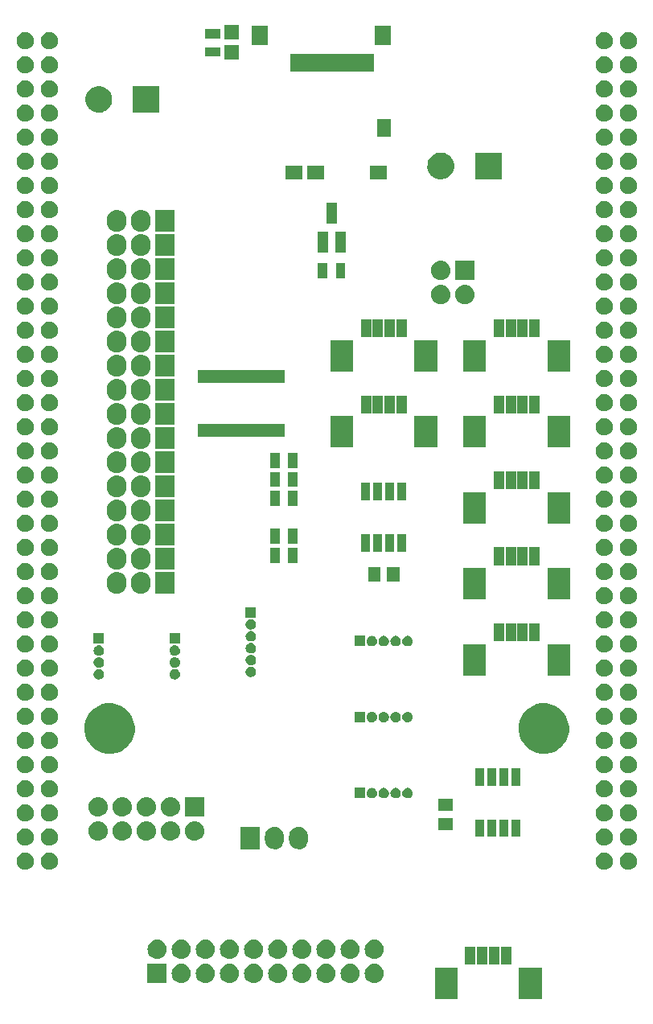
<source format=gts>
G04 #@! TF.FileFunction,Soldermask,Top*
%FSLAX46Y46*%
G04 Gerber Fmt 4.6, Leading zero omitted, Abs format (unit mm)*
G04 Created by KiCad (PCBNEW 4.0.5) date 2017 March 06, Monday 20:50:59*
%MOMM*%
%LPD*%
G01*
G04 APERTURE LIST*
%ADD10C,0.200000*%
G04 APERTURE END LIST*
D10*
G36*
X122625000Y-157650000D02*
X120225000Y-157650000D01*
X120225000Y-154350000D01*
X122625000Y-154350000D01*
X122625000Y-157650000D01*
X122625000Y-157650000D01*
G37*
G36*
X113775000Y-157650000D02*
X111375000Y-157650000D01*
X111375000Y-154350000D01*
X113775000Y-154350000D01*
X113775000Y-157650000D01*
X113775000Y-157650000D01*
G37*
G36*
X83153600Y-156013600D02*
X81126400Y-156013600D01*
X81126400Y-153986400D01*
X83153600Y-153986400D01*
X83153600Y-156013600D01*
X83153600Y-156013600D01*
G37*
G36*
X84692404Y-153986452D02*
X84699056Y-153986499D01*
X84895643Y-154008550D01*
X85084204Y-154068364D01*
X85257555Y-154163665D01*
X85409094Y-154290821D01*
X85533048Y-154444990D01*
X85624698Y-154620299D01*
X85680550Y-154810070D01*
X85680553Y-154810104D01*
X85680557Y-154810117D01*
X85698482Y-155007074D01*
X85677809Y-155203763D01*
X85677805Y-155203776D01*
X85677801Y-155203813D01*
X85619304Y-155392786D01*
X85525216Y-155566798D01*
X85399121Y-155719221D01*
X85245822Y-155844249D01*
X85071157Y-155937120D01*
X84881780Y-155994296D01*
X84684904Y-156013600D01*
X84675061Y-156013600D01*
X84667596Y-156013548D01*
X84660944Y-156013501D01*
X84464357Y-155991450D01*
X84275796Y-155931636D01*
X84102445Y-155836335D01*
X83950906Y-155709179D01*
X83826952Y-155555010D01*
X83735302Y-155379701D01*
X83679450Y-155189930D01*
X83679447Y-155189896D01*
X83679443Y-155189883D01*
X83661518Y-154992926D01*
X83682191Y-154796237D01*
X83682195Y-154796224D01*
X83682199Y-154796187D01*
X83740696Y-154607214D01*
X83834784Y-154433202D01*
X83960879Y-154280779D01*
X84114178Y-154155751D01*
X84288843Y-154062880D01*
X84478220Y-154005704D01*
X84675096Y-153986400D01*
X84684939Y-153986400D01*
X84692404Y-153986452D01*
X84692404Y-153986452D01*
G37*
G36*
X87232404Y-153986452D02*
X87239056Y-153986499D01*
X87435643Y-154008550D01*
X87624204Y-154068364D01*
X87797555Y-154163665D01*
X87949094Y-154290821D01*
X88073048Y-154444990D01*
X88164698Y-154620299D01*
X88220550Y-154810070D01*
X88220553Y-154810104D01*
X88220557Y-154810117D01*
X88238482Y-155007074D01*
X88217809Y-155203763D01*
X88217805Y-155203776D01*
X88217801Y-155203813D01*
X88159304Y-155392786D01*
X88065216Y-155566798D01*
X87939121Y-155719221D01*
X87785822Y-155844249D01*
X87611157Y-155937120D01*
X87421780Y-155994296D01*
X87224904Y-156013600D01*
X87215061Y-156013600D01*
X87207596Y-156013548D01*
X87200944Y-156013501D01*
X87004357Y-155991450D01*
X86815796Y-155931636D01*
X86642445Y-155836335D01*
X86490906Y-155709179D01*
X86366952Y-155555010D01*
X86275302Y-155379701D01*
X86219450Y-155189930D01*
X86219447Y-155189896D01*
X86219443Y-155189883D01*
X86201518Y-154992926D01*
X86222191Y-154796237D01*
X86222195Y-154796224D01*
X86222199Y-154796187D01*
X86280696Y-154607214D01*
X86374784Y-154433202D01*
X86500879Y-154280779D01*
X86654178Y-154155751D01*
X86828843Y-154062880D01*
X87018220Y-154005704D01*
X87215096Y-153986400D01*
X87224939Y-153986400D01*
X87232404Y-153986452D01*
X87232404Y-153986452D01*
G37*
G36*
X89772404Y-153986452D02*
X89779056Y-153986499D01*
X89975643Y-154008550D01*
X90164204Y-154068364D01*
X90337555Y-154163665D01*
X90489094Y-154290821D01*
X90613048Y-154444990D01*
X90704698Y-154620299D01*
X90760550Y-154810070D01*
X90760553Y-154810104D01*
X90760557Y-154810117D01*
X90778482Y-155007074D01*
X90757809Y-155203763D01*
X90757805Y-155203776D01*
X90757801Y-155203813D01*
X90699304Y-155392786D01*
X90605216Y-155566798D01*
X90479121Y-155719221D01*
X90325822Y-155844249D01*
X90151157Y-155937120D01*
X89961780Y-155994296D01*
X89764904Y-156013600D01*
X89755061Y-156013600D01*
X89747596Y-156013548D01*
X89740944Y-156013501D01*
X89544357Y-155991450D01*
X89355796Y-155931636D01*
X89182445Y-155836335D01*
X89030906Y-155709179D01*
X88906952Y-155555010D01*
X88815302Y-155379701D01*
X88759450Y-155189930D01*
X88759447Y-155189896D01*
X88759443Y-155189883D01*
X88741518Y-154992926D01*
X88762191Y-154796237D01*
X88762195Y-154796224D01*
X88762199Y-154796187D01*
X88820696Y-154607214D01*
X88914784Y-154433202D01*
X89040879Y-154280779D01*
X89194178Y-154155751D01*
X89368843Y-154062880D01*
X89558220Y-154005704D01*
X89755096Y-153986400D01*
X89764939Y-153986400D01*
X89772404Y-153986452D01*
X89772404Y-153986452D01*
G37*
G36*
X92312404Y-153986452D02*
X92319056Y-153986499D01*
X92515643Y-154008550D01*
X92704204Y-154068364D01*
X92877555Y-154163665D01*
X93029094Y-154290821D01*
X93153048Y-154444990D01*
X93244698Y-154620299D01*
X93300550Y-154810070D01*
X93300553Y-154810104D01*
X93300557Y-154810117D01*
X93318482Y-155007074D01*
X93297809Y-155203763D01*
X93297805Y-155203776D01*
X93297801Y-155203813D01*
X93239304Y-155392786D01*
X93145216Y-155566798D01*
X93019121Y-155719221D01*
X92865822Y-155844249D01*
X92691157Y-155937120D01*
X92501780Y-155994296D01*
X92304904Y-156013600D01*
X92295061Y-156013600D01*
X92287596Y-156013548D01*
X92280944Y-156013501D01*
X92084357Y-155991450D01*
X91895796Y-155931636D01*
X91722445Y-155836335D01*
X91570906Y-155709179D01*
X91446952Y-155555010D01*
X91355302Y-155379701D01*
X91299450Y-155189930D01*
X91299447Y-155189896D01*
X91299443Y-155189883D01*
X91281518Y-154992926D01*
X91302191Y-154796237D01*
X91302195Y-154796224D01*
X91302199Y-154796187D01*
X91360696Y-154607214D01*
X91454784Y-154433202D01*
X91580879Y-154280779D01*
X91734178Y-154155751D01*
X91908843Y-154062880D01*
X92098220Y-154005704D01*
X92295096Y-153986400D01*
X92304939Y-153986400D01*
X92312404Y-153986452D01*
X92312404Y-153986452D01*
G37*
G36*
X94852404Y-153986452D02*
X94859056Y-153986499D01*
X95055643Y-154008550D01*
X95244204Y-154068364D01*
X95417555Y-154163665D01*
X95569094Y-154290821D01*
X95693048Y-154444990D01*
X95784698Y-154620299D01*
X95840550Y-154810070D01*
X95840553Y-154810104D01*
X95840557Y-154810117D01*
X95858482Y-155007074D01*
X95837809Y-155203763D01*
X95837805Y-155203776D01*
X95837801Y-155203813D01*
X95779304Y-155392786D01*
X95685216Y-155566798D01*
X95559121Y-155719221D01*
X95405822Y-155844249D01*
X95231157Y-155937120D01*
X95041780Y-155994296D01*
X94844904Y-156013600D01*
X94835061Y-156013600D01*
X94827596Y-156013548D01*
X94820944Y-156013501D01*
X94624357Y-155991450D01*
X94435796Y-155931636D01*
X94262445Y-155836335D01*
X94110906Y-155709179D01*
X93986952Y-155555010D01*
X93895302Y-155379701D01*
X93839450Y-155189930D01*
X93839447Y-155189896D01*
X93839443Y-155189883D01*
X93821518Y-154992926D01*
X93842191Y-154796237D01*
X93842195Y-154796224D01*
X93842199Y-154796187D01*
X93900696Y-154607214D01*
X93994784Y-154433202D01*
X94120879Y-154280779D01*
X94274178Y-154155751D01*
X94448843Y-154062880D01*
X94638220Y-154005704D01*
X94835096Y-153986400D01*
X94844939Y-153986400D01*
X94852404Y-153986452D01*
X94852404Y-153986452D01*
G37*
G36*
X97392404Y-153986452D02*
X97399056Y-153986499D01*
X97595643Y-154008550D01*
X97784204Y-154068364D01*
X97957555Y-154163665D01*
X98109094Y-154290821D01*
X98233048Y-154444990D01*
X98324698Y-154620299D01*
X98380550Y-154810070D01*
X98380553Y-154810104D01*
X98380557Y-154810117D01*
X98398482Y-155007074D01*
X98377809Y-155203763D01*
X98377805Y-155203776D01*
X98377801Y-155203813D01*
X98319304Y-155392786D01*
X98225216Y-155566798D01*
X98099121Y-155719221D01*
X97945822Y-155844249D01*
X97771157Y-155937120D01*
X97581780Y-155994296D01*
X97384904Y-156013600D01*
X97375061Y-156013600D01*
X97367596Y-156013548D01*
X97360944Y-156013501D01*
X97164357Y-155991450D01*
X96975796Y-155931636D01*
X96802445Y-155836335D01*
X96650906Y-155709179D01*
X96526952Y-155555010D01*
X96435302Y-155379701D01*
X96379450Y-155189930D01*
X96379447Y-155189896D01*
X96379443Y-155189883D01*
X96361518Y-154992926D01*
X96382191Y-154796237D01*
X96382195Y-154796224D01*
X96382199Y-154796187D01*
X96440696Y-154607214D01*
X96534784Y-154433202D01*
X96660879Y-154280779D01*
X96814178Y-154155751D01*
X96988843Y-154062880D01*
X97178220Y-154005704D01*
X97375096Y-153986400D01*
X97384939Y-153986400D01*
X97392404Y-153986452D01*
X97392404Y-153986452D01*
G37*
G36*
X105012404Y-153986452D02*
X105019056Y-153986499D01*
X105215643Y-154008550D01*
X105404204Y-154068364D01*
X105577555Y-154163665D01*
X105729094Y-154290821D01*
X105853048Y-154444990D01*
X105944698Y-154620299D01*
X106000550Y-154810070D01*
X106000553Y-154810104D01*
X106000557Y-154810117D01*
X106018482Y-155007074D01*
X105997809Y-155203763D01*
X105997805Y-155203776D01*
X105997801Y-155203813D01*
X105939304Y-155392786D01*
X105845216Y-155566798D01*
X105719121Y-155719221D01*
X105565822Y-155844249D01*
X105391157Y-155937120D01*
X105201780Y-155994296D01*
X105004904Y-156013600D01*
X104995061Y-156013600D01*
X104987596Y-156013548D01*
X104980944Y-156013501D01*
X104784357Y-155991450D01*
X104595796Y-155931636D01*
X104422445Y-155836335D01*
X104270906Y-155709179D01*
X104146952Y-155555010D01*
X104055302Y-155379701D01*
X103999450Y-155189930D01*
X103999447Y-155189896D01*
X103999443Y-155189883D01*
X103981518Y-154992926D01*
X104002191Y-154796237D01*
X104002195Y-154796224D01*
X104002199Y-154796187D01*
X104060696Y-154607214D01*
X104154784Y-154433202D01*
X104280879Y-154280779D01*
X104434178Y-154155751D01*
X104608843Y-154062880D01*
X104798220Y-154005704D01*
X104995096Y-153986400D01*
X105004939Y-153986400D01*
X105012404Y-153986452D01*
X105012404Y-153986452D01*
G37*
G36*
X102472404Y-153986452D02*
X102479056Y-153986499D01*
X102675643Y-154008550D01*
X102864204Y-154068364D01*
X103037555Y-154163665D01*
X103189094Y-154290821D01*
X103313048Y-154444990D01*
X103404698Y-154620299D01*
X103460550Y-154810070D01*
X103460553Y-154810104D01*
X103460557Y-154810117D01*
X103478482Y-155007074D01*
X103457809Y-155203763D01*
X103457805Y-155203776D01*
X103457801Y-155203813D01*
X103399304Y-155392786D01*
X103305216Y-155566798D01*
X103179121Y-155719221D01*
X103025822Y-155844249D01*
X102851157Y-155937120D01*
X102661780Y-155994296D01*
X102464904Y-156013600D01*
X102455061Y-156013600D01*
X102447596Y-156013548D01*
X102440944Y-156013501D01*
X102244357Y-155991450D01*
X102055796Y-155931636D01*
X101882445Y-155836335D01*
X101730906Y-155709179D01*
X101606952Y-155555010D01*
X101515302Y-155379701D01*
X101459450Y-155189930D01*
X101459447Y-155189896D01*
X101459443Y-155189883D01*
X101441518Y-154992926D01*
X101462191Y-154796237D01*
X101462195Y-154796224D01*
X101462199Y-154796187D01*
X101520696Y-154607214D01*
X101614784Y-154433202D01*
X101740879Y-154280779D01*
X101894178Y-154155751D01*
X102068843Y-154062880D01*
X102258220Y-154005704D01*
X102455096Y-153986400D01*
X102464939Y-153986400D01*
X102472404Y-153986452D01*
X102472404Y-153986452D01*
G37*
G36*
X99932404Y-153986452D02*
X99939056Y-153986499D01*
X100135643Y-154008550D01*
X100324204Y-154068364D01*
X100497555Y-154163665D01*
X100649094Y-154290821D01*
X100773048Y-154444990D01*
X100864698Y-154620299D01*
X100920550Y-154810070D01*
X100920553Y-154810104D01*
X100920557Y-154810117D01*
X100938482Y-155007074D01*
X100917809Y-155203763D01*
X100917805Y-155203776D01*
X100917801Y-155203813D01*
X100859304Y-155392786D01*
X100765216Y-155566798D01*
X100639121Y-155719221D01*
X100485822Y-155844249D01*
X100311157Y-155937120D01*
X100121780Y-155994296D01*
X99924904Y-156013600D01*
X99915061Y-156013600D01*
X99907596Y-156013548D01*
X99900944Y-156013501D01*
X99704357Y-155991450D01*
X99515796Y-155931636D01*
X99342445Y-155836335D01*
X99190906Y-155709179D01*
X99066952Y-155555010D01*
X98975302Y-155379701D01*
X98919450Y-155189930D01*
X98919447Y-155189896D01*
X98919443Y-155189883D01*
X98901518Y-154992926D01*
X98922191Y-154796237D01*
X98922195Y-154796224D01*
X98922199Y-154796187D01*
X98980696Y-154607214D01*
X99074784Y-154433202D01*
X99200879Y-154280779D01*
X99354178Y-154155751D01*
X99528843Y-154062880D01*
X99718220Y-154005704D01*
X99915096Y-153986400D01*
X99924939Y-153986400D01*
X99932404Y-153986452D01*
X99932404Y-153986452D01*
G37*
G36*
X119425000Y-154050000D02*
X118325000Y-154050000D01*
X118325000Y-152150000D01*
X119425000Y-152150000D01*
X119425000Y-154050000D01*
X119425000Y-154050000D01*
G37*
G36*
X118175000Y-154050000D02*
X117075000Y-154050000D01*
X117075000Y-152150000D01*
X118175000Y-152150000D01*
X118175000Y-154050000D01*
X118175000Y-154050000D01*
G37*
G36*
X115675000Y-154050000D02*
X114575000Y-154050000D01*
X114575000Y-152150000D01*
X115675000Y-152150000D01*
X115675000Y-154050000D01*
X115675000Y-154050000D01*
G37*
G36*
X116925000Y-154050000D02*
X115825000Y-154050000D01*
X115825000Y-152150000D01*
X116925000Y-152150000D01*
X116925000Y-154050000D01*
X116925000Y-154050000D01*
G37*
G36*
X105012404Y-151446452D02*
X105019056Y-151446499D01*
X105215643Y-151468550D01*
X105404204Y-151528364D01*
X105577555Y-151623665D01*
X105729094Y-151750821D01*
X105853048Y-151904990D01*
X105944698Y-152080299D01*
X106000550Y-152270070D01*
X106000553Y-152270104D01*
X106000557Y-152270117D01*
X106018482Y-152467074D01*
X105997809Y-152663763D01*
X105997805Y-152663776D01*
X105997801Y-152663813D01*
X105939304Y-152852786D01*
X105845216Y-153026798D01*
X105719121Y-153179221D01*
X105565822Y-153304249D01*
X105391157Y-153397120D01*
X105201780Y-153454296D01*
X105004904Y-153473600D01*
X104995061Y-153473600D01*
X104987596Y-153473548D01*
X104980944Y-153473501D01*
X104784357Y-153451450D01*
X104595796Y-153391636D01*
X104422445Y-153296335D01*
X104270906Y-153169179D01*
X104146952Y-153015010D01*
X104055302Y-152839701D01*
X103999450Y-152649930D01*
X103999447Y-152649896D01*
X103999443Y-152649883D01*
X103981518Y-152452926D01*
X104002191Y-152256237D01*
X104002195Y-152256224D01*
X104002199Y-152256187D01*
X104060696Y-152067214D01*
X104154784Y-151893202D01*
X104280879Y-151740779D01*
X104434178Y-151615751D01*
X104608843Y-151522880D01*
X104798220Y-151465704D01*
X104995096Y-151446400D01*
X105004939Y-151446400D01*
X105012404Y-151446452D01*
X105012404Y-151446452D01*
G37*
G36*
X102472404Y-151446452D02*
X102479056Y-151446499D01*
X102675643Y-151468550D01*
X102864204Y-151528364D01*
X103037555Y-151623665D01*
X103189094Y-151750821D01*
X103313048Y-151904990D01*
X103404698Y-152080299D01*
X103460550Y-152270070D01*
X103460553Y-152270104D01*
X103460557Y-152270117D01*
X103478482Y-152467074D01*
X103457809Y-152663763D01*
X103457805Y-152663776D01*
X103457801Y-152663813D01*
X103399304Y-152852786D01*
X103305216Y-153026798D01*
X103179121Y-153179221D01*
X103025822Y-153304249D01*
X102851157Y-153397120D01*
X102661780Y-153454296D01*
X102464904Y-153473600D01*
X102455061Y-153473600D01*
X102447596Y-153473548D01*
X102440944Y-153473501D01*
X102244357Y-153451450D01*
X102055796Y-153391636D01*
X101882445Y-153296335D01*
X101730906Y-153169179D01*
X101606952Y-153015010D01*
X101515302Y-152839701D01*
X101459450Y-152649930D01*
X101459447Y-152649896D01*
X101459443Y-152649883D01*
X101441518Y-152452926D01*
X101462191Y-152256237D01*
X101462195Y-152256224D01*
X101462199Y-152256187D01*
X101520696Y-152067214D01*
X101614784Y-151893202D01*
X101740879Y-151740779D01*
X101894178Y-151615751D01*
X102068843Y-151522880D01*
X102258220Y-151465704D01*
X102455096Y-151446400D01*
X102464939Y-151446400D01*
X102472404Y-151446452D01*
X102472404Y-151446452D01*
G37*
G36*
X99932404Y-151446452D02*
X99939056Y-151446499D01*
X100135643Y-151468550D01*
X100324204Y-151528364D01*
X100497555Y-151623665D01*
X100649094Y-151750821D01*
X100773048Y-151904990D01*
X100864698Y-152080299D01*
X100920550Y-152270070D01*
X100920553Y-152270104D01*
X100920557Y-152270117D01*
X100938482Y-152467074D01*
X100917809Y-152663763D01*
X100917805Y-152663776D01*
X100917801Y-152663813D01*
X100859304Y-152852786D01*
X100765216Y-153026798D01*
X100639121Y-153179221D01*
X100485822Y-153304249D01*
X100311157Y-153397120D01*
X100121780Y-153454296D01*
X99924904Y-153473600D01*
X99915061Y-153473600D01*
X99907596Y-153473548D01*
X99900944Y-153473501D01*
X99704357Y-153451450D01*
X99515796Y-153391636D01*
X99342445Y-153296335D01*
X99190906Y-153169179D01*
X99066952Y-153015010D01*
X98975302Y-152839701D01*
X98919450Y-152649930D01*
X98919447Y-152649896D01*
X98919443Y-152649883D01*
X98901518Y-152452926D01*
X98922191Y-152256237D01*
X98922195Y-152256224D01*
X98922199Y-152256187D01*
X98980696Y-152067214D01*
X99074784Y-151893202D01*
X99200879Y-151740779D01*
X99354178Y-151615751D01*
X99528843Y-151522880D01*
X99718220Y-151465704D01*
X99915096Y-151446400D01*
X99924939Y-151446400D01*
X99932404Y-151446452D01*
X99932404Y-151446452D01*
G37*
G36*
X97392404Y-151446452D02*
X97399056Y-151446499D01*
X97595643Y-151468550D01*
X97784204Y-151528364D01*
X97957555Y-151623665D01*
X98109094Y-151750821D01*
X98233048Y-151904990D01*
X98324698Y-152080299D01*
X98380550Y-152270070D01*
X98380553Y-152270104D01*
X98380557Y-152270117D01*
X98398482Y-152467074D01*
X98377809Y-152663763D01*
X98377805Y-152663776D01*
X98377801Y-152663813D01*
X98319304Y-152852786D01*
X98225216Y-153026798D01*
X98099121Y-153179221D01*
X97945822Y-153304249D01*
X97771157Y-153397120D01*
X97581780Y-153454296D01*
X97384904Y-153473600D01*
X97375061Y-153473600D01*
X97367596Y-153473548D01*
X97360944Y-153473501D01*
X97164357Y-153451450D01*
X96975796Y-153391636D01*
X96802445Y-153296335D01*
X96650906Y-153169179D01*
X96526952Y-153015010D01*
X96435302Y-152839701D01*
X96379450Y-152649930D01*
X96379447Y-152649896D01*
X96379443Y-152649883D01*
X96361518Y-152452926D01*
X96382191Y-152256237D01*
X96382195Y-152256224D01*
X96382199Y-152256187D01*
X96440696Y-152067214D01*
X96534784Y-151893202D01*
X96660879Y-151740779D01*
X96814178Y-151615751D01*
X96988843Y-151522880D01*
X97178220Y-151465704D01*
X97375096Y-151446400D01*
X97384939Y-151446400D01*
X97392404Y-151446452D01*
X97392404Y-151446452D01*
G37*
G36*
X94852404Y-151446452D02*
X94859056Y-151446499D01*
X95055643Y-151468550D01*
X95244204Y-151528364D01*
X95417555Y-151623665D01*
X95569094Y-151750821D01*
X95693048Y-151904990D01*
X95784698Y-152080299D01*
X95840550Y-152270070D01*
X95840553Y-152270104D01*
X95840557Y-152270117D01*
X95858482Y-152467074D01*
X95837809Y-152663763D01*
X95837805Y-152663776D01*
X95837801Y-152663813D01*
X95779304Y-152852786D01*
X95685216Y-153026798D01*
X95559121Y-153179221D01*
X95405822Y-153304249D01*
X95231157Y-153397120D01*
X95041780Y-153454296D01*
X94844904Y-153473600D01*
X94835061Y-153473600D01*
X94827596Y-153473548D01*
X94820944Y-153473501D01*
X94624357Y-153451450D01*
X94435796Y-153391636D01*
X94262445Y-153296335D01*
X94110906Y-153169179D01*
X93986952Y-153015010D01*
X93895302Y-152839701D01*
X93839450Y-152649930D01*
X93839447Y-152649896D01*
X93839443Y-152649883D01*
X93821518Y-152452926D01*
X93842191Y-152256237D01*
X93842195Y-152256224D01*
X93842199Y-152256187D01*
X93900696Y-152067214D01*
X93994784Y-151893202D01*
X94120879Y-151740779D01*
X94274178Y-151615751D01*
X94448843Y-151522880D01*
X94638220Y-151465704D01*
X94835096Y-151446400D01*
X94844939Y-151446400D01*
X94852404Y-151446452D01*
X94852404Y-151446452D01*
G37*
G36*
X92312404Y-151446452D02*
X92319056Y-151446499D01*
X92515643Y-151468550D01*
X92704204Y-151528364D01*
X92877555Y-151623665D01*
X93029094Y-151750821D01*
X93153048Y-151904990D01*
X93244698Y-152080299D01*
X93300550Y-152270070D01*
X93300553Y-152270104D01*
X93300557Y-152270117D01*
X93318482Y-152467074D01*
X93297809Y-152663763D01*
X93297805Y-152663776D01*
X93297801Y-152663813D01*
X93239304Y-152852786D01*
X93145216Y-153026798D01*
X93019121Y-153179221D01*
X92865822Y-153304249D01*
X92691157Y-153397120D01*
X92501780Y-153454296D01*
X92304904Y-153473600D01*
X92295061Y-153473600D01*
X92287596Y-153473548D01*
X92280944Y-153473501D01*
X92084357Y-153451450D01*
X91895796Y-153391636D01*
X91722445Y-153296335D01*
X91570906Y-153169179D01*
X91446952Y-153015010D01*
X91355302Y-152839701D01*
X91299450Y-152649930D01*
X91299447Y-152649896D01*
X91299443Y-152649883D01*
X91281518Y-152452926D01*
X91302191Y-152256237D01*
X91302195Y-152256224D01*
X91302199Y-152256187D01*
X91360696Y-152067214D01*
X91454784Y-151893202D01*
X91580879Y-151740779D01*
X91734178Y-151615751D01*
X91908843Y-151522880D01*
X92098220Y-151465704D01*
X92295096Y-151446400D01*
X92304939Y-151446400D01*
X92312404Y-151446452D01*
X92312404Y-151446452D01*
G37*
G36*
X89772404Y-151446452D02*
X89779056Y-151446499D01*
X89975643Y-151468550D01*
X90164204Y-151528364D01*
X90337555Y-151623665D01*
X90489094Y-151750821D01*
X90613048Y-151904990D01*
X90704698Y-152080299D01*
X90760550Y-152270070D01*
X90760553Y-152270104D01*
X90760557Y-152270117D01*
X90778482Y-152467074D01*
X90757809Y-152663763D01*
X90757805Y-152663776D01*
X90757801Y-152663813D01*
X90699304Y-152852786D01*
X90605216Y-153026798D01*
X90479121Y-153179221D01*
X90325822Y-153304249D01*
X90151157Y-153397120D01*
X89961780Y-153454296D01*
X89764904Y-153473600D01*
X89755061Y-153473600D01*
X89747596Y-153473548D01*
X89740944Y-153473501D01*
X89544357Y-153451450D01*
X89355796Y-153391636D01*
X89182445Y-153296335D01*
X89030906Y-153169179D01*
X88906952Y-153015010D01*
X88815302Y-152839701D01*
X88759450Y-152649930D01*
X88759447Y-152649896D01*
X88759443Y-152649883D01*
X88741518Y-152452926D01*
X88762191Y-152256237D01*
X88762195Y-152256224D01*
X88762199Y-152256187D01*
X88820696Y-152067214D01*
X88914784Y-151893202D01*
X89040879Y-151740779D01*
X89194178Y-151615751D01*
X89368843Y-151522880D01*
X89558220Y-151465704D01*
X89755096Y-151446400D01*
X89764939Y-151446400D01*
X89772404Y-151446452D01*
X89772404Y-151446452D01*
G37*
G36*
X87232404Y-151446452D02*
X87239056Y-151446499D01*
X87435643Y-151468550D01*
X87624204Y-151528364D01*
X87797555Y-151623665D01*
X87949094Y-151750821D01*
X88073048Y-151904990D01*
X88164698Y-152080299D01*
X88220550Y-152270070D01*
X88220553Y-152270104D01*
X88220557Y-152270117D01*
X88238482Y-152467074D01*
X88217809Y-152663763D01*
X88217805Y-152663776D01*
X88217801Y-152663813D01*
X88159304Y-152852786D01*
X88065216Y-153026798D01*
X87939121Y-153179221D01*
X87785822Y-153304249D01*
X87611157Y-153397120D01*
X87421780Y-153454296D01*
X87224904Y-153473600D01*
X87215061Y-153473600D01*
X87207596Y-153473548D01*
X87200944Y-153473501D01*
X87004357Y-153451450D01*
X86815796Y-153391636D01*
X86642445Y-153296335D01*
X86490906Y-153169179D01*
X86366952Y-153015010D01*
X86275302Y-152839701D01*
X86219450Y-152649930D01*
X86219447Y-152649896D01*
X86219443Y-152649883D01*
X86201518Y-152452926D01*
X86222191Y-152256237D01*
X86222195Y-152256224D01*
X86222199Y-152256187D01*
X86280696Y-152067214D01*
X86374784Y-151893202D01*
X86500879Y-151740779D01*
X86654178Y-151615751D01*
X86828843Y-151522880D01*
X87018220Y-151465704D01*
X87215096Y-151446400D01*
X87224939Y-151446400D01*
X87232404Y-151446452D01*
X87232404Y-151446452D01*
G37*
G36*
X84692404Y-151446452D02*
X84699056Y-151446499D01*
X84895643Y-151468550D01*
X85084204Y-151528364D01*
X85257555Y-151623665D01*
X85409094Y-151750821D01*
X85533048Y-151904990D01*
X85624698Y-152080299D01*
X85680550Y-152270070D01*
X85680553Y-152270104D01*
X85680557Y-152270117D01*
X85698482Y-152467074D01*
X85677809Y-152663763D01*
X85677805Y-152663776D01*
X85677801Y-152663813D01*
X85619304Y-152852786D01*
X85525216Y-153026798D01*
X85399121Y-153179221D01*
X85245822Y-153304249D01*
X85071157Y-153397120D01*
X84881780Y-153454296D01*
X84684904Y-153473600D01*
X84675061Y-153473600D01*
X84667596Y-153473548D01*
X84660944Y-153473501D01*
X84464357Y-153451450D01*
X84275796Y-153391636D01*
X84102445Y-153296335D01*
X83950906Y-153169179D01*
X83826952Y-153015010D01*
X83735302Y-152839701D01*
X83679450Y-152649930D01*
X83679447Y-152649896D01*
X83679443Y-152649883D01*
X83661518Y-152452926D01*
X83682191Y-152256237D01*
X83682195Y-152256224D01*
X83682199Y-152256187D01*
X83740696Y-152067214D01*
X83834784Y-151893202D01*
X83960879Y-151740779D01*
X84114178Y-151615751D01*
X84288843Y-151522880D01*
X84478220Y-151465704D01*
X84675096Y-151446400D01*
X84684939Y-151446400D01*
X84692404Y-151446452D01*
X84692404Y-151446452D01*
G37*
G36*
X82152404Y-151446452D02*
X82159056Y-151446499D01*
X82355643Y-151468550D01*
X82544204Y-151528364D01*
X82717555Y-151623665D01*
X82869094Y-151750821D01*
X82993048Y-151904990D01*
X83084698Y-152080299D01*
X83140550Y-152270070D01*
X83140553Y-152270104D01*
X83140557Y-152270117D01*
X83158482Y-152467074D01*
X83137809Y-152663763D01*
X83137805Y-152663776D01*
X83137801Y-152663813D01*
X83079304Y-152852786D01*
X82985216Y-153026798D01*
X82859121Y-153179221D01*
X82705822Y-153304249D01*
X82531157Y-153397120D01*
X82341780Y-153454296D01*
X82144904Y-153473600D01*
X82135061Y-153473600D01*
X82127596Y-153473548D01*
X82120944Y-153473501D01*
X81924357Y-153451450D01*
X81735796Y-153391636D01*
X81562445Y-153296335D01*
X81410906Y-153169179D01*
X81286952Y-153015010D01*
X81195302Y-152839701D01*
X81139450Y-152649930D01*
X81139447Y-152649896D01*
X81139443Y-152649883D01*
X81121518Y-152452926D01*
X81142191Y-152256237D01*
X81142195Y-152256224D01*
X81142199Y-152256187D01*
X81200696Y-152067214D01*
X81294784Y-151893202D01*
X81420879Y-151740779D01*
X81574178Y-151615751D01*
X81748843Y-151522880D01*
X81938220Y-151465704D01*
X82135096Y-151446400D01*
X82144939Y-151446400D01*
X82152404Y-151446452D01*
X82152404Y-151446452D01*
G37*
G36*
X131845791Y-142268605D02*
X132020993Y-142304569D01*
X132185868Y-142373876D01*
X132334147Y-142473892D01*
X132460170Y-142600798D01*
X132559148Y-142749770D01*
X132627302Y-142915125D01*
X132661974Y-143090230D01*
X132661974Y-143090245D01*
X132662039Y-143090574D01*
X132659187Y-143294857D01*
X132659111Y-143295191D01*
X132659111Y-143295203D01*
X132619566Y-143469264D01*
X132546819Y-143632655D01*
X132443723Y-143778803D01*
X132314198Y-143902148D01*
X132163192Y-143997979D01*
X131996442Y-144062658D01*
X131820309Y-144093714D01*
X131641495Y-144089969D01*
X131466810Y-144051562D01*
X131302921Y-143979960D01*
X131156051Y-143877883D01*
X131031810Y-143749228D01*
X130934926Y-143598894D01*
X130869086Y-143432600D01*
X130836798Y-143256681D01*
X130839296Y-143077847D01*
X130876480Y-142902906D01*
X130946940Y-142738513D01*
X131047985Y-142590940D01*
X131175772Y-142465801D01*
X131325429Y-142367869D01*
X131491258Y-142300869D01*
X131666940Y-142267356D01*
X131845791Y-142268605D01*
X131845791Y-142268605D01*
G37*
G36*
X129305791Y-142268605D02*
X129480993Y-142304569D01*
X129645868Y-142373876D01*
X129794147Y-142473892D01*
X129920170Y-142600798D01*
X130019148Y-142749770D01*
X130087302Y-142915125D01*
X130121974Y-143090230D01*
X130121974Y-143090245D01*
X130122039Y-143090574D01*
X130119187Y-143294857D01*
X130119111Y-143295191D01*
X130119111Y-143295203D01*
X130079566Y-143469264D01*
X130006819Y-143632655D01*
X129903723Y-143778803D01*
X129774198Y-143902148D01*
X129623192Y-143997979D01*
X129456442Y-144062658D01*
X129280309Y-144093714D01*
X129101495Y-144089969D01*
X128926810Y-144051562D01*
X128762921Y-143979960D01*
X128616051Y-143877883D01*
X128491810Y-143749228D01*
X128394926Y-143598894D01*
X128329086Y-143432600D01*
X128296798Y-143256681D01*
X128299296Y-143077847D01*
X128336480Y-142902906D01*
X128406940Y-142738513D01*
X128507985Y-142590940D01*
X128635772Y-142465801D01*
X128785429Y-142367869D01*
X128951258Y-142300869D01*
X129126940Y-142267356D01*
X129305791Y-142268605D01*
X129305791Y-142268605D01*
G37*
G36*
X70885791Y-142268605D02*
X71060993Y-142304569D01*
X71225868Y-142373876D01*
X71374147Y-142473892D01*
X71500170Y-142600798D01*
X71599148Y-142749770D01*
X71667302Y-142915125D01*
X71701974Y-143090230D01*
X71701974Y-143090245D01*
X71702039Y-143090574D01*
X71699187Y-143294857D01*
X71699111Y-143295191D01*
X71699111Y-143295203D01*
X71659566Y-143469264D01*
X71586819Y-143632655D01*
X71483723Y-143778803D01*
X71354198Y-143902148D01*
X71203192Y-143997979D01*
X71036442Y-144062658D01*
X70860309Y-144093714D01*
X70681495Y-144089969D01*
X70506810Y-144051562D01*
X70342921Y-143979960D01*
X70196051Y-143877883D01*
X70071810Y-143749228D01*
X69974926Y-143598894D01*
X69909086Y-143432600D01*
X69876798Y-143256681D01*
X69879296Y-143077847D01*
X69916480Y-142902906D01*
X69986940Y-142738513D01*
X70087985Y-142590940D01*
X70215772Y-142465801D01*
X70365429Y-142367869D01*
X70531258Y-142300869D01*
X70706940Y-142267356D01*
X70885791Y-142268605D01*
X70885791Y-142268605D01*
G37*
G36*
X68345791Y-142268605D02*
X68520993Y-142304569D01*
X68685868Y-142373876D01*
X68834147Y-142473892D01*
X68960170Y-142600798D01*
X69059148Y-142749770D01*
X69127302Y-142915125D01*
X69161974Y-143090230D01*
X69161974Y-143090245D01*
X69162039Y-143090574D01*
X69159187Y-143294857D01*
X69159111Y-143295191D01*
X69159111Y-143295203D01*
X69119566Y-143469264D01*
X69046819Y-143632655D01*
X68943723Y-143778803D01*
X68814198Y-143902148D01*
X68663192Y-143997979D01*
X68496442Y-144062658D01*
X68320309Y-144093714D01*
X68141495Y-144089969D01*
X67966810Y-144051562D01*
X67802921Y-143979960D01*
X67656051Y-143877883D01*
X67531810Y-143749228D01*
X67434926Y-143598894D01*
X67369086Y-143432600D01*
X67336798Y-143256681D01*
X67339296Y-143077847D01*
X67376480Y-142902906D01*
X67446940Y-142738513D01*
X67547985Y-142590940D01*
X67675772Y-142465801D01*
X67825429Y-142367869D01*
X67991258Y-142300869D01*
X68166940Y-142267356D01*
X68345791Y-142268605D01*
X68345791Y-142268605D01*
G37*
G36*
X94703763Y-139599053D02*
X94703776Y-139599057D01*
X94703813Y-139599061D01*
X94892786Y-139657558D01*
X95066798Y-139751646D01*
X95219221Y-139877741D01*
X95344249Y-140031040D01*
X95437120Y-140205705D01*
X95494296Y-140395082D01*
X95513600Y-140591958D01*
X95513600Y-140908042D01*
X95513501Y-140922194D01*
X95491450Y-141118781D01*
X95431636Y-141307342D01*
X95336335Y-141480693D01*
X95209179Y-141632232D01*
X95055010Y-141756186D01*
X94879701Y-141847836D01*
X94689930Y-141903688D01*
X94689896Y-141903691D01*
X94689883Y-141903695D01*
X94492926Y-141921620D01*
X94296237Y-141900947D01*
X94296224Y-141900943D01*
X94296187Y-141900939D01*
X94107214Y-141842442D01*
X93933202Y-141748354D01*
X93780779Y-141622259D01*
X93655751Y-141468960D01*
X93562880Y-141294295D01*
X93505704Y-141104918D01*
X93486400Y-140908042D01*
X93486400Y-140591958D01*
X93486499Y-140577806D01*
X93508550Y-140381219D01*
X93568364Y-140192658D01*
X93663665Y-140019307D01*
X93790821Y-139867768D01*
X93944990Y-139743814D01*
X94120299Y-139652164D01*
X94310070Y-139596312D01*
X94310104Y-139596309D01*
X94310117Y-139596305D01*
X94507074Y-139578380D01*
X94703763Y-139599053D01*
X94703763Y-139599053D01*
G37*
G36*
X97243763Y-139599053D02*
X97243776Y-139599057D01*
X97243813Y-139599061D01*
X97432786Y-139657558D01*
X97606798Y-139751646D01*
X97759221Y-139877741D01*
X97884249Y-140031040D01*
X97977120Y-140205705D01*
X98034296Y-140395082D01*
X98053600Y-140591958D01*
X98053600Y-140908042D01*
X98053501Y-140922194D01*
X98031450Y-141118781D01*
X97971636Y-141307342D01*
X97876335Y-141480693D01*
X97749179Y-141632232D01*
X97595010Y-141756186D01*
X97419701Y-141847836D01*
X97229930Y-141903688D01*
X97229896Y-141903691D01*
X97229883Y-141903695D01*
X97032926Y-141921620D01*
X96836237Y-141900947D01*
X96836224Y-141900943D01*
X96836187Y-141900939D01*
X96647214Y-141842442D01*
X96473202Y-141748354D01*
X96320779Y-141622259D01*
X96195751Y-141468960D01*
X96102880Y-141294295D01*
X96045704Y-141104918D01*
X96026400Y-140908042D01*
X96026400Y-140591958D01*
X96026499Y-140577806D01*
X96048550Y-140381219D01*
X96108364Y-140192658D01*
X96203665Y-140019307D01*
X96330821Y-139867768D01*
X96484990Y-139743814D01*
X96660299Y-139652164D01*
X96850070Y-139596312D01*
X96850104Y-139596309D01*
X96850117Y-139596305D01*
X97047074Y-139578380D01*
X97243763Y-139599053D01*
X97243763Y-139599053D01*
G37*
G36*
X92973600Y-141916000D02*
X90946400Y-141916000D01*
X90946400Y-139584000D01*
X92973600Y-139584000D01*
X92973600Y-141916000D01*
X92973600Y-141916000D01*
G37*
G36*
X68345791Y-139728605D02*
X68520993Y-139764569D01*
X68685868Y-139833876D01*
X68834147Y-139933892D01*
X68960170Y-140060798D01*
X69059148Y-140209770D01*
X69127302Y-140375125D01*
X69161974Y-140550230D01*
X69161974Y-140550245D01*
X69162039Y-140550574D01*
X69159187Y-140754857D01*
X69159111Y-140755191D01*
X69159111Y-140755203D01*
X69119566Y-140929264D01*
X69046819Y-141092655D01*
X68943723Y-141238803D01*
X68814198Y-141362148D01*
X68663192Y-141457979D01*
X68496442Y-141522658D01*
X68320309Y-141553714D01*
X68141495Y-141549969D01*
X67966810Y-141511562D01*
X67802921Y-141439960D01*
X67656051Y-141337883D01*
X67531810Y-141209228D01*
X67434926Y-141058894D01*
X67369086Y-140892600D01*
X67336798Y-140716681D01*
X67339296Y-140537847D01*
X67376480Y-140362906D01*
X67446940Y-140198513D01*
X67547985Y-140050940D01*
X67675772Y-139925801D01*
X67825429Y-139827869D01*
X67991258Y-139760869D01*
X68166940Y-139727356D01*
X68345791Y-139728605D01*
X68345791Y-139728605D01*
G37*
G36*
X70885791Y-139728605D02*
X71060993Y-139764569D01*
X71225868Y-139833876D01*
X71374147Y-139933892D01*
X71500170Y-140060798D01*
X71599148Y-140209770D01*
X71667302Y-140375125D01*
X71701974Y-140550230D01*
X71701974Y-140550245D01*
X71702039Y-140550574D01*
X71699187Y-140754857D01*
X71699111Y-140755191D01*
X71699111Y-140755203D01*
X71659566Y-140929264D01*
X71586819Y-141092655D01*
X71483723Y-141238803D01*
X71354198Y-141362148D01*
X71203192Y-141457979D01*
X71036442Y-141522658D01*
X70860309Y-141553714D01*
X70681495Y-141549969D01*
X70506810Y-141511562D01*
X70342921Y-141439960D01*
X70196051Y-141337883D01*
X70071810Y-141209228D01*
X69974926Y-141058894D01*
X69909086Y-140892600D01*
X69876798Y-140716681D01*
X69879296Y-140537847D01*
X69916480Y-140362906D01*
X69986940Y-140198513D01*
X70087985Y-140050940D01*
X70215772Y-139925801D01*
X70365429Y-139827869D01*
X70531258Y-139760869D01*
X70706940Y-139727356D01*
X70885791Y-139728605D01*
X70885791Y-139728605D01*
G37*
G36*
X129305791Y-139728605D02*
X129480993Y-139764569D01*
X129645868Y-139833876D01*
X129794147Y-139933892D01*
X129920170Y-140060798D01*
X130019148Y-140209770D01*
X130087302Y-140375125D01*
X130121974Y-140550230D01*
X130121974Y-140550245D01*
X130122039Y-140550574D01*
X130119187Y-140754857D01*
X130119111Y-140755191D01*
X130119111Y-140755203D01*
X130079566Y-140929264D01*
X130006819Y-141092655D01*
X129903723Y-141238803D01*
X129774198Y-141362148D01*
X129623192Y-141457979D01*
X129456442Y-141522658D01*
X129280309Y-141553714D01*
X129101495Y-141549969D01*
X128926810Y-141511562D01*
X128762921Y-141439960D01*
X128616051Y-141337883D01*
X128491810Y-141209228D01*
X128394926Y-141058894D01*
X128329086Y-140892600D01*
X128296798Y-140716681D01*
X128299296Y-140537847D01*
X128336480Y-140362906D01*
X128406940Y-140198513D01*
X128507985Y-140050940D01*
X128635772Y-139925801D01*
X128785429Y-139827869D01*
X128951258Y-139760869D01*
X129126940Y-139727356D01*
X129305791Y-139728605D01*
X129305791Y-139728605D01*
G37*
G36*
X131845791Y-139728605D02*
X132020993Y-139764569D01*
X132185868Y-139833876D01*
X132334147Y-139933892D01*
X132460170Y-140060798D01*
X132559148Y-140209770D01*
X132627302Y-140375125D01*
X132661974Y-140550230D01*
X132661974Y-140550245D01*
X132662039Y-140550574D01*
X132659187Y-140754857D01*
X132659111Y-140755191D01*
X132659111Y-140755203D01*
X132619566Y-140929264D01*
X132546819Y-141092655D01*
X132443723Y-141238803D01*
X132314198Y-141362148D01*
X132163192Y-141457979D01*
X131996442Y-141522658D01*
X131820309Y-141553714D01*
X131641495Y-141549969D01*
X131466810Y-141511562D01*
X131302921Y-141439960D01*
X131156051Y-141337883D01*
X131031810Y-141209228D01*
X130934926Y-141058894D01*
X130869086Y-140892600D01*
X130836798Y-140716681D01*
X130839296Y-140537847D01*
X130876480Y-140362906D01*
X130946940Y-140198513D01*
X131047985Y-140050940D01*
X131175772Y-139925801D01*
X131325429Y-139827869D01*
X131491258Y-139760869D01*
X131666940Y-139727356D01*
X131845791Y-139728605D01*
X131845791Y-139728605D01*
G37*
G36*
X81203763Y-139002191D02*
X81203776Y-139002195D01*
X81203813Y-139002199D01*
X81392786Y-139060696D01*
X81566798Y-139154784D01*
X81719221Y-139280879D01*
X81844249Y-139434178D01*
X81937120Y-139608843D01*
X81994296Y-139798220D01*
X82013600Y-139995096D01*
X82013600Y-140004904D01*
X82013501Y-140019056D01*
X81991450Y-140215643D01*
X81931636Y-140404204D01*
X81836335Y-140577555D01*
X81709179Y-140729094D01*
X81555010Y-140853048D01*
X81379701Y-140944698D01*
X81189930Y-141000550D01*
X81189896Y-141000553D01*
X81189883Y-141000557D01*
X80992926Y-141018482D01*
X80796237Y-140997809D01*
X80796224Y-140997805D01*
X80796187Y-140997801D01*
X80607214Y-140939304D01*
X80433202Y-140845216D01*
X80280779Y-140719121D01*
X80155751Y-140565822D01*
X80062880Y-140391157D01*
X80005704Y-140201780D01*
X79986400Y-140004904D01*
X79986400Y-139995096D01*
X79986499Y-139980944D01*
X80008550Y-139784357D01*
X80068364Y-139595796D01*
X80163665Y-139422445D01*
X80290821Y-139270906D01*
X80444990Y-139146952D01*
X80620299Y-139055302D01*
X80810070Y-138999450D01*
X80810104Y-138999447D01*
X80810117Y-138999443D01*
X81007074Y-138981518D01*
X81203763Y-139002191D01*
X81203763Y-139002191D01*
G37*
G36*
X83743763Y-139002191D02*
X83743776Y-139002195D01*
X83743813Y-139002199D01*
X83932786Y-139060696D01*
X84106798Y-139154784D01*
X84259221Y-139280879D01*
X84384249Y-139434178D01*
X84477120Y-139608843D01*
X84534296Y-139798220D01*
X84553600Y-139995096D01*
X84553600Y-140004904D01*
X84553501Y-140019056D01*
X84531450Y-140215643D01*
X84471636Y-140404204D01*
X84376335Y-140577555D01*
X84249179Y-140729094D01*
X84095010Y-140853048D01*
X83919701Y-140944698D01*
X83729930Y-141000550D01*
X83729896Y-141000553D01*
X83729883Y-141000557D01*
X83532926Y-141018482D01*
X83336237Y-140997809D01*
X83336224Y-140997805D01*
X83336187Y-140997801D01*
X83147214Y-140939304D01*
X82973202Y-140845216D01*
X82820779Y-140719121D01*
X82695751Y-140565822D01*
X82602880Y-140391157D01*
X82545704Y-140201780D01*
X82526400Y-140004904D01*
X82526400Y-139995096D01*
X82526499Y-139980944D01*
X82548550Y-139784357D01*
X82608364Y-139595796D01*
X82703665Y-139422445D01*
X82830821Y-139270906D01*
X82984990Y-139146952D01*
X83160299Y-139055302D01*
X83350070Y-138999450D01*
X83350104Y-138999447D01*
X83350117Y-138999443D01*
X83547074Y-138981518D01*
X83743763Y-139002191D01*
X83743763Y-139002191D01*
G37*
G36*
X86283763Y-139002191D02*
X86283776Y-139002195D01*
X86283813Y-139002199D01*
X86472786Y-139060696D01*
X86646798Y-139154784D01*
X86799221Y-139280879D01*
X86924249Y-139434178D01*
X87017120Y-139608843D01*
X87074296Y-139798220D01*
X87093600Y-139995096D01*
X87093600Y-140004904D01*
X87093501Y-140019056D01*
X87071450Y-140215643D01*
X87011636Y-140404204D01*
X86916335Y-140577555D01*
X86789179Y-140729094D01*
X86635010Y-140853048D01*
X86459701Y-140944698D01*
X86269930Y-141000550D01*
X86269896Y-141000553D01*
X86269883Y-141000557D01*
X86072926Y-141018482D01*
X85876237Y-140997809D01*
X85876224Y-140997805D01*
X85876187Y-140997801D01*
X85687214Y-140939304D01*
X85513202Y-140845216D01*
X85360779Y-140719121D01*
X85235751Y-140565822D01*
X85142880Y-140391157D01*
X85085704Y-140201780D01*
X85066400Y-140004904D01*
X85066400Y-139995096D01*
X85066499Y-139980944D01*
X85088550Y-139784357D01*
X85148364Y-139595796D01*
X85243665Y-139422445D01*
X85370821Y-139270906D01*
X85524990Y-139146952D01*
X85700299Y-139055302D01*
X85890070Y-138999450D01*
X85890104Y-138999447D01*
X85890117Y-138999443D01*
X86087074Y-138981518D01*
X86283763Y-139002191D01*
X86283763Y-139002191D01*
G37*
G36*
X78663763Y-139002191D02*
X78663776Y-139002195D01*
X78663813Y-139002199D01*
X78852786Y-139060696D01*
X79026798Y-139154784D01*
X79179221Y-139280879D01*
X79304249Y-139434178D01*
X79397120Y-139608843D01*
X79454296Y-139798220D01*
X79473600Y-139995096D01*
X79473600Y-140004904D01*
X79473501Y-140019056D01*
X79451450Y-140215643D01*
X79391636Y-140404204D01*
X79296335Y-140577555D01*
X79169179Y-140729094D01*
X79015010Y-140853048D01*
X78839701Y-140944698D01*
X78649930Y-141000550D01*
X78649896Y-141000553D01*
X78649883Y-141000557D01*
X78452926Y-141018482D01*
X78256237Y-140997809D01*
X78256224Y-140997805D01*
X78256187Y-140997801D01*
X78067214Y-140939304D01*
X77893202Y-140845216D01*
X77740779Y-140719121D01*
X77615751Y-140565822D01*
X77522880Y-140391157D01*
X77465704Y-140201780D01*
X77446400Y-140004904D01*
X77446400Y-139995096D01*
X77446499Y-139980944D01*
X77468550Y-139784357D01*
X77528364Y-139595796D01*
X77623665Y-139422445D01*
X77750821Y-139270906D01*
X77904990Y-139146952D01*
X78080299Y-139055302D01*
X78270070Y-138999450D01*
X78270104Y-138999447D01*
X78270117Y-138999443D01*
X78467074Y-138981518D01*
X78663763Y-139002191D01*
X78663763Y-139002191D01*
G37*
G36*
X76123763Y-139002191D02*
X76123776Y-139002195D01*
X76123813Y-139002199D01*
X76312786Y-139060696D01*
X76486798Y-139154784D01*
X76639221Y-139280879D01*
X76764249Y-139434178D01*
X76857120Y-139608843D01*
X76914296Y-139798220D01*
X76933600Y-139995096D01*
X76933600Y-140004904D01*
X76933501Y-140019056D01*
X76911450Y-140215643D01*
X76851636Y-140404204D01*
X76756335Y-140577555D01*
X76629179Y-140729094D01*
X76475010Y-140853048D01*
X76299701Y-140944698D01*
X76109930Y-141000550D01*
X76109896Y-141000553D01*
X76109883Y-141000557D01*
X75912926Y-141018482D01*
X75716237Y-140997809D01*
X75716224Y-140997805D01*
X75716187Y-140997801D01*
X75527214Y-140939304D01*
X75353202Y-140845216D01*
X75200779Y-140719121D01*
X75075751Y-140565822D01*
X74982880Y-140391157D01*
X74925704Y-140201780D01*
X74906400Y-140004904D01*
X74906400Y-139995096D01*
X74906499Y-139980944D01*
X74928550Y-139784357D01*
X74988364Y-139595796D01*
X75083665Y-139422445D01*
X75210821Y-139270906D01*
X75364990Y-139146952D01*
X75540299Y-139055302D01*
X75730070Y-138999450D01*
X75730104Y-138999447D01*
X75730117Y-138999443D01*
X75927074Y-138981518D01*
X76123763Y-139002191D01*
X76123763Y-139002191D01*
G37*
G36*
X116545000Y-140625000D02*
X115645000Y-140625000D01*
X115645000Y-138775000D01*
X116545000Y-138775000D01*
X116545000Y-140625000D01*
X116545000Y-140625000D01*
G37*
G36*
X117815000Y-140625000D02*
X116915000Y-140625000D01*
X116915000Y-138775000D01*
X117815000Y-138775000D01*
X117815000Y-140625000D01*
X117815000Y-140625000D01*
G37*
G36*
X119085000Y-140625000D02*
X118185000Y-140625000D01*
X118185000Y-138775000D01*
X119085000Y-138775000D01*
X119085000Y-140625000D01*
X119085000Y-140625000D01*
G37*
G36*
X120355000Y-140625000D02*
X119455000Y-140625000D01*
X119455000Y-138775000D01*
X120355000Y-138775000D01*
X120355000Y-140625000D01*
X120355000Y-140625000D01*
G37*
G36*
X113275000Y-139900000D02*
X111725000Y-139900000D01*
X111725000Y-138600000D01*
X113275000Y-138600000D01*
X113275000Y-139900000D01*
X113275000Y-139900000D01*
G37*
G36*
X131845791Y-137188605D02*
X132020993Y-137224569D01*
X132185868Y-137293876D01*
X132334147Y-137393892D01*
X132460170Y-137520798D01*
X132559148Y-137669770D01*
X132627302Y-137835125D01*
X132661974Y-138010230D01*
X132661974Y-138010245D01*
X132662039Y-138010574D01*
X132659187Y-138214857D01*
X132659111Y-138215191D01*
X132659111Y-138215203D01*
X132619566Y-138389264D01*
X132546819Y-138552655D01*
X132443723Y-138698803D01*
X132314198Y-138822148D01*
X132163192Y-138917979D01*
X131996442Y-138982658D01*
X131820309Y-139013714D01*
X131641495Y-139009969D01*
X131466810Y-138971562D01*
X131302921Y-138899960D01*
X131156051Y-138797883D01*
X131031810Y-138669228D01*
X130934926Y-138518894D01*
X130869086Y-138352600D01*
X130836798Y-138176681D01*
X130839296Y-137997847D01*
X130876480Y-137822906D01*
X130946940Y-137658513D01*
X131047985Y-137510940D01*
X131175772Y-137385801D01*
X131325429Y-137287869D01*
X131491258Y-137220869D01*
X131666940Y-137187356D01*
X131845791Y-137188605D01*
X131845791Y-137188605D01*
G37*
G36*
X68345791Y-137188605D02*
X68520993Y-137224569D01*
X68685868Y-137293876D01*
X68834147Y-137393892D01*
X68960170Y-137520798D01*
X69059148Y-137669770D01*
X69127302Y-137835125D01*
X69161974Y-138010230D01*
X69161974Y-138010245D01*
X69162039Y-138010574D01*
X69159187Y-138214857D01*
X69159111Y-138215191D01*
X69159111Y-138215203D01*
X69119566Y-138389264D01*
X69046819Y-138552655D01*
X68943723Y-138698803D01*
X68814198Y-138822148D01*
X68663192Y-138917979D01*
X68496442Y-138982658D01*
X68320309Y-139013714D01*
X68141495Y-139009969D01*
X67966810Y-138971562D01*
X67802921Y-138899960D01*
X67656051Y-138797883D01*
X67531810Y-138669228D01*
X67434926Y-138518894D01*
X67369086Y-138352600D01*
X67336798Y-138176681D01*
X67339296Y-137997847D01*
X67376480Y-137822906D01*
X67446940Y-137658513D01*
X67547985Y-137510940D01*
X67675772Y-137385801D01*
X67825429Y-137287869D01*
X67991258Y-137220869D01*
X68166940Y-137187356D01*
X68345791Y-137188605D01*
X68345791Y-137188605D01*
G37*
G36*
X129305791Y-137188605D02*
X129480993Y-137224569D01*
X129645868Y-137293876D01*
X129794147Y-137393892D01*
X129920170Y-137520798D01*
X130019148Y-137669770D01*
X130087302Y-137835125D01*
X130121974Y-138010230D01*
X130121974Y-138010245D01*
X130122039Y-138010574D01*
X130119187Y-138214857D01*
X130119111Y-138215191D01*
X130119111Y-138215203D01*
X130079566Y-138389264D01*
X130006819Y-138552655D01*
X129903723Y-138698803D01*
X129774198Y-138822148D01*
X129623192Y-138917979D01*
X129456442Y-138982658D01*
X129280309Y-139013714D01*
X129101495Y-139009969D01*
X128926810Y-138971562D01*
X128762921Y-138899960D01*
X128616051Y-138797883D01*
X128491810Y-138669228D01*
X128394926Y-138518894D01*
X128329086Y-138352600D01*
X128296798Y-138176681D01*
X128299296Y-137997847D01*
X128336480Y-137822906D01*
X128406940Y-137658513D01*
X128507985Y-137510940D01*
X128635772Y-137385801D01*
X128785429Y-137287869D01*
X128951258Y-137220869D01*
X129126940Y-137187356D01*
X129305791Y-137188605D01*
X129305791Y-137188605D01*
G37*
G36*
X70885791Y-137188605D02*
X71060993Y-137224569D01*
X71225868Y-137293876D01*
X71374147Y-137393892D01*
X71500170Y-137520798D01*
X71599148Y-137669770D01*
X71667302Y-137835125D01*
X71701974Y-138010230D01*
X71701974Y-138010245D01*
X71702039Y-138010574D01*
X71699187Y-138214857D01*
X71699111Y-138215191D01*
X71699111Y-138215203D01*
X71659566Y-138389264D01*
X71586819Y-138552655D01*
X71483723Y-138698803D01*
X71354198Y-138822148D01*
X71203192Y-138917979D01*
X71036442Y-138982658D01*
X70860309Y-139013714D01*
X70681495Y-139009969D01*
X70506810Y-138971562D01*
X70342921Y-138899960D01*
X70196051Y-138797883D01*
X70071810Y-138669228D01*
X69974926Y-138518894D01*
X69909086Y-138352600D01*
X69876798Y-138176681D01*
X69879296Y-137997847D01*
X69916480Y-137822906D01*
X69986940Y-137658513D01*
X70087985Y-137510940D01*
X70215772Y-137385801D01*
X70365429Y-137287869D01*
X70531258Y-137220869D01*
X70706940Y-137187356D01*
X70885791Y-137188605D01*
X70885791Y-137188605D01*
G37*
G36*
X78663763Y-136462191D02*
X78663776Y-136462195D01*
X78663813Y-136462199D01*
X78852786Y-136520696D01*
X79026798Y-136614784D01*
X79179221Y-136740879D01*
X79304249Y-136894178D01*
X79397120Y-137068843D01*
X79454296Y-137258220D01*
X79473600Y-137455096D01*
X79473600Y-137464904D01*
X79473501Y-137479056D01*
X79451450Y-137675643D01*
X79391636Y-137864204D01*
X79296335Y-138037555D01*
X79169179Y-138189094D01*
X79015010Y-138313048D01*
X78839701Y-138404698D01*
X78649930Y-138460550D01*
X78649896Y-138460553D01*
X78649883Y-138460557D01*
X78452926Y-138478482D01*
X78256237Y-138457809D01*
X78256224Y-138457805D01*
X78256187Y-138457801D01*
X78067214Y-138399304D01*
X77893202Y-138305216D01*
X77740779Y-138179121D01*
X77615751Y-138025822D01*
X77522880Y-137851157D01*
X77465704Y-137661780D01*
X77446400Y-137464904D01*
X77446400Y-137455096D01*
X77446499Y-137440944D01*
X77468550Y-137244357D01*
X77528364Y-137055796D01*
X77623665Y-136882445D01*
X77750821Y-136730906D01*
X77904990Y-136606952D01*
X78080299Y-136515302D01*
X78270070Y-136459450D01*
X78270104Y-136459447D01*
X78270117Y-136459443D01*
X78467074Y-136441518D01*
X78663763Y-136462191D01*
X78663763Y-136462191D01*
G37*
G36*
X76123763Y-136462191D02*
X76123776Y-136462195D01*
X76123813Y-136462199D01*
X76312786Y-136520696D01*
X76486798Y-136614784D01*
X76639221Y-136740879D01*
X76764249Y-136894178D01*
X76857120Y-137068843D01*
X76914296Y-137258220D01*
X76933600Y-137455096D01*
X76933600Y-137464904D01*
X76933501Y-137479056D01*
X76911450Y-137675643D01*
X76851636Y-137864204D01*
X76756335Y-138037555D01*
X76629179Y-138189094D01*
X76475010Y-138313048D01*
X76299701Y-138404698D01*
X76109930Y-138460550D01*
X76109896Y-138460553D01*
X76109883Y-138460557D01*
X75912926Y-138478482D01*
X75716237Y-138457809D01*
X75716224Y-138457805D01*
X75716187Y-138457801D01*
X75527214Y-138399304D01*
X75353202Y-138305216D01*
X75200779Y-138179121D01*
X75075751Y-138025822D01*
X74982880Y-137851157D01*
X74925704Y-137661780D01*
X74906400Y-137464904D01*
X74906400Y-137455096D01*
X74906499Y-137440944D01*
X74928550Y-137244357D01*
X74988364Y-137055796D01*
X75083665Y-136882445D01*
X75210821Y-136730906D01*
X75364990Y-136606952D01*
X75540299Y-136515302D01*
X75730070Y-136459450D01*
X75730104Y-136459447D01*
X75730117Y-136459443D01*
X75927074Y-136441518D01*
X76123763Y-136462191D01*
X76123763Y-136462191D01*
G37*
G36*
X81203763Y-136462191D02*
X81203776Y-136462195D01*
X81203813Y-136462199D01*
X81392786Y-136520696D01*
X81566798Y-136614784D01*
X81719221Y-136740879D01*
X81844249Y-136894178D01*
X81937120Y-137068843D01*
X81994296Y-137258220D01*
X82013600Y-137455096D01*
X82013600Y-137464904D01*
X82013501Y-137479056D01*
X81991450Y-137675643D01*
X81931636Y-137864204D01*
X81836335Y-138037555D01*
X81709179Y-138189094D01*
X81555010Y-138313048D01*
X81379701Y-138404698D01*
X81189930Y-138460550D01*
X81189896Y-138460553D01*
X81189883Y-138460557D01*
X80992926Y-138478482D01*
X80796237Y-138457809D01*
X80796224Y-138457805D01*
X80796187Y-138457801D01*
X80607214Y-138399304D01*
X80433202Y-138305216D01*
X80280779Y-138179121D01*
X80155751Y-138025822D01*
X80062880Y-137851157D01*
X80005704Y-137661780D01*
X79986400Y-137464904D01*
X79986400Y-137455096D01*
X79986499Y-137440944D01*
X80008550Y-137244357D01*
X80068364Y-137055796D01*
X80163665Y-136882445D01*
X80290821Y-136730906D01*
X80444990Y-136606952D01*
X80620299Y-136515302D01*
X80810070Y-136459450D01*
X80810104Y-136459447D01*
X80810117Y-136459443D01*
X81007074Y-136441518D01*
X81203763Y-136462191D01*
X81203763Y-136462191D01*
G37*
G36*
X83743763Y-136462191D02*
X83743776Y-136462195D01*
X83743813Y-136462199D01*
X83932786Y-136520696D01*
X84106798Y-136614784D01*
X84259221Y-136740879D01*
X84384249Y-136894178D01*
X84477120Y-137068843D01*
X84534296Y-137258220D01*
X84553600Y-137455096D01*
X84553600Y-137464904D01*
X84553501Y-137479056D01*
X84531450Y-137675643D01*
X84471636Y-137864204D01*
X84376335Y-138037555D01*
X84249179Y-138189094D01*
X84095010Y-138313048D01*
X83919701Y-138404698D01*
X83729930Y-138460550D01*
X83729896Y-138460553D01*
X83729883Y-138460557D01*
X83532926Y-138478482D01*
X83336237Y-138457809D01*
X83336224Y-138457805D01*
X83336187Y-138457801D01*
X83147214Y-138399304D01*
X82973202Y-138305216D01*
X82820779Y-138179121D01*
X82695751Y-138025822D01*
X82602880Y-137851157D01*
X82545704Y-137661780D01*
X82526400Y-137464904D01*
X82526400Y-137455096D01*
X82526499Y-137440944D01*
X82548550Y-137244357D01*
X82608364Y-137055796D01*
X82703665Y-136882445D01*
X82830821Y-136730906D01*
X82984990Y-136606952D01*
X83160299Y-136515302D01*
X83350070Y-136459450D01*
X83350104Y-136459447D01*
X83350117Y-136459443D01*
X83547074Y-136441518D01*
X83743763Y-136462191D01*
X83743763Y-136462191D01*
G37*
G36*
X87093600Y-138473600D02*
X85066400Y-138473600D01*
X85066400Y-136446400D01*
X87093600Y-136446400D01*
X87093600Y-138473600D01*
X87093600Y-138473600D01*
G37*
G36*
X113275000Y-137900000D02*
X111725000Y-137900000D01*
X111725000Y-136600000D01*
X113275000Y-136600000D01*
X113275000Y-137900000D01*
X113275000Y-137900000D01*
G37*
G36*
X108557769Y-135450365D02*
X108663428Y-135472054D01*
X108762858Y-135513850D01*
X108852283Y-135574167D01*
X108928282Y-135650700D01*
X108987975Y-135740543D01*
X109029074Y-135840259D01*
X109049958Y-135945726D01*
X109049958Y-135945741D01*
X109050023Y-135946070D01*
X109048303Y-136069267D01*
X109048227Y-136069601D01*
X109048227Y-136069612D01*
X109024409Y-136174447D01*
X108980538Y-136272983D01*
X108918365Y-136361120D01*
X108840250Y-136435507D01*
X108749184Y-136493300D01*
X108648622Y-136532306D01*
X108542402Y-136551034D01*
X108434565Y-136548776D01*
X108329216Y-136525613D01*
X108230381Y-136482433D01*
X108141806Y-136420872D01*
X108066881Y-136343285D01*
X108008452Y-136252622D01*
X107968746Y-136152337D01*
X107949274Y-136046243D01*
X107950781Y-135938394D01*
X107973205Y-135832893D01*
X108015698Y-135733752D01*
X108076636Y-135644755D01*
X108153701Y-135569287D01*
X108243953Y-135510227D01*
X108343960Y-135469822D01*
X108449907Y-135449611D01*
X108557769Y-135450365D01*
X108557769Y-135450365D01*
G37*
G36*
X107307769Y-135450365D02*
X107413428Y-135472054D01*
X107512858Y-135513850D01*
X107602283Y-135574167D01*
X107678282Y-135650700D01*
X107737975Y-135740543D01*
X107779074Y-135840259D01*
X107799958Y-135945726D01*
X107799958Y-135945741D01*
X107800023Y-135946070D01*
X107798303Y-136069267D01*
X107798227Y-136069601D01*
X107798227Y-136069612D01*
X107774409Y-136174447D01*
X107730538Y-136272983D01*
X107668365Y-136361120D01*
X107590250Y-136435507D01*
X107499184Y-136493300D01*
X107398622Y-136532306D01*
X107292402Y-136551034D01*
X107184565Y-136548776D01*
X107079216Y-136525613D01*
X106980381Y-136482433D01*
X106891806Y-136420872D01*
X106816881Y-136343285D01*
X106758452Y-136252622D01*
X106718746Y-136152337D01*
X106699274Y-136046243D01*
X106700781Y-135938394D01*
X106723205Y-135832893D01*
X106765698Y-135733752D01*
X106826636Y-135644755D01*
X106903701Y-135569287D01*
X106993953Y-135510227D01*
X107093960Y-135469822D01*
X107199907Y-135449611D01*
X107307769Y-135450365D01*
X107307769Y-135450365D01*
G37*
G36*
X106057769Y-135450365D02*
X106163428Y-135472054D01*
X106262858Y-135513850D01*
X106352283Y-135574167D01*
X106428282Y-135650700D01*
X106487975Y-135740543D01*
X106529074Y-135840259D01*
X106549958Y-135945726D01*
X106549958Y-135945741D01*
X106550023Y-135946070D01*
X106548303Y-136069267D01*
X106548227Y-136069601D01*
X106548227Y-136069612D01*
X106524409Y-136174447D01*
X106480538Y-136272983D01*
X106418365Y-136361120D01*
X106340250Y-136435507D01*
X106249184Y-136493300D01*
X106148622Y-136532306D01*
X106042402Y-136551034D01*
X105934565Y-136548776D01*
X105829216Y-136525613D01*
X105730381Y-136482433D01*
X105641806Y-136420872D01*
X105566881Y-136343285D01*
X105508452Y-136252622D01*
X105468746Y-136152337D01*
X105449274Y-136046243D01*
X105450781Y-135938394D01*
X105473205Y-135832893D01*
X105515698Y-135733752D01*
X105576636Y-135644755D01*
X105653701Y-135569287D01*
X105743953Y-135510227D01*
X105843960Y-135469822D01*
X105949907Y-135449611D01*
X106057769Y-135450365D01*
X106057769Y-135450365D01*
G37*
G36*
X104807769Y-135450365D02*
X104913428Y-135472054D01*
X105012858Y-135513850D01*
X105102283Y-135574167D01*
X105178282Y-135650700D01*
X105237975Y-135740543D01*
X105279074Y-135840259D01*
X105299958Y-135945726D01*
X105299958Y-135945741D01*
X105300023Y-135946070D01*
X105298303Y-136069267D01*
X105298227Y-136069601D01*
X105298227Y-136069612D01*
X105274409Y-136174447D01*
X105230538Y-136272983D01*
X105168365Y-136361120D01*
X105090250Y-136435507D01*
X104999184Y-136493300D01*
X104898622Y-136532306D01*
X104792402Y-136551034D01*
X104684565Y-136548776D01*
X104579216Y-136525613D01*
X104480381Y-136482433D01*
X104391806Y-136420872D01*
X104316881Y-136343285D01*
X104258452Y-136252622D01*
X104218746Y-136152337D01*
X104199274Y-136046243D01*
X104200781Y-135938394D01*
X104223205Y-135832893D01*
X104265698Y-135733752D01*
X104326636Y-135644755D01*
X104403701Y-135569287D01*
X104493953Y-135510227D01*
X104593960Y-135469822D01*
X104699907Y-135449611D01*
X104807769Y-135450365D01*
X104807769Y-135450365D01*
G37*
G36*
X104050000Y-136550000D02*
X102950000Y-136550000D01*
X102950000Y-135450000D01*
X104050000Y-135450000D01*
X104050000Y-136550000D01*
X104050000Y-136550000D01*
G37*
G36*
X131845791Y-134648605D02*
X132020993Y-134684569D01*
X132185868Y-134753876D01*
X132334147Y-134853892D01*
X132460170Y-134980798D01*
X132559148Y-135129770D01*
X132627302Y-135295125D01*
X132661974Y-135470230D01*
X132661974Y-135470245D01*
X132662039Y-135470574D01*
X132659187Y-135674857D01*
X132659111Y-135675191D01*
X132659111Y-135675203D01*
X132619566Y-135849264D01*
X132546819Y-136012655D01*
X132443723Y-136158803D01*
X132314198Y-136282148D01*
X132163192Y-136377979D01*
X131996442Y-136442658D01*
X131820309Y-136473714D01*
X131641495Y-136469969D01*
X131466810Y-136431562D01*
X131302921Y-136359960D01*
X131156051Y-136257883D01*
X131031810Y-136129228D01*
X130934926Y-135978894D01*
X130869086Y-135812600D01*
X130836798Y-135636681D01*
X130839296Y-135457847D01*
X130876480Y-135282906D01*
X130946940Y-135118513D01*
X131047985Y-134970940D01*
X131175772Y-134845801D01*
X131325429Y-134747869D01*
X131491258Y-134680869D01*
X131666940Y-134647356D01*
X131845791Y-134648605D01*
X131845791Y-134648605D01*
G37*
G36*
X129305791Y-134648605D02*
X129480993Y-134684569D01*
X129645868Y-134753876D01*
X129794147Y-134853892D01*
X129920170Y-134980798D01*
X130019148Y-135129770D01*
X130087302Y-135295125D01*
X130121974Y-135470230D01*
X130121974Y-135470245D01*
X130122039Y-135470574D01*
X130119187Y-135674857D01*
X130119111Y-135675191D01*
X130119111Y-135675203D01*
X130079566Y-135849264D01*
X130006819Y-136012655D01*
X129903723Y-136158803D01*
X129774198Y-136282148D01*
X129623192Y-136377979D01*
X129456442Y-136442658D01*
X129280309Y-136473714D01*
X129101495Y-136469969D01*
X128926810Y-136431562D01*
X128762921Y-136359960D01*
X128616051Y-136257883D01*
X128491810Y-136129228D01*
X128394926Y-135978894D01*
X128329086Y-135812600D01*
X128296798Y-135636681D01*
X128299296Y-135457847D01*
X128336480Y-135282906D01*
X128406940Y-135118513D01*
X128507985Y-134970940D01*
X128635772Y-134845801D01*
X128785429Y-134747869D01*
X128951258Y-134680869D01*
X129126940Y-134647356D01*
X129305791Y-134648605D01*
X129305791Y-134648605D01*
G37*
G36*
X70885791Y-134648605D02*
X71060993Y-134684569D01*
X71225868Y-134753876D01*
X71374147Y-134853892D01*
X71500170Y-134980798D01*
X71599148Y-135129770D01*
X71667302Y-135295125D01*
X71701974Y-135470230D01*
X71701974Y-135470245D01*
X71702039Y-135470574D01*
X71699187Y-135674857D01*
X71699111Y-135675191D01*
X71699111Y-135675203D01*
X71659566Y-135849264D01*
X71586819Y-136012655D01*
X71483723Y-136158803D01*
X71354198Y-136282148D01*
X71203192Y-136377979D01*
X71036442Y-136442658D01*
X70860309Y-136473714D01*
X70681495Y-136469969D01*
X70506810Y-136431562D01*
X70342921Y-136359960D01*
X70196051Y-136257883D01*
X70071810Y-136129228D01*
X69974926Y-135978894D01*
X69909086Y-135812600D01*
X69876798Y-135636681D01*
X69879296Y-135457847D01*
X69916480Y-135282906D01*
X69986940Y-135118513D01*
X70087985Y-134970940D01*
X70215772Y-134845801D01*
X70365429Y-134747869D01*
X70531258Y-134680869D01*
X70706940Y-134647356D01*
X70885791Y-134648605D01*
X70885791Y-134648605D01*
G37*
G36*
X68345791Y-134648605D02*
X68520993Y-134684569D01*
X68685868Y-134753876D01*
X68834147Y-134853892D01*
X68960170Y-134980798D01*
X69059148Y-135129770D01*
X69127302Y-135295125D01*
X69161974Y-135470230D01*
X69161974Y-135470245D01*
X69162039Y-135470574D01*
X69159187Y-135674857D01*
X69159111Y-135675191D01*
X69159111Y-135675203D01*
X69119566Y-135849264D01*
X69046819Y-136012655D01*
X68943723Y-136158803D01*
X68814198Y-136282148D01*
X68663192Y-136377979D01*
X68496442Y-136442658D01*
X68320309Y-136473714D01*
X68141495Y-136469969D01*
X67966810Y-136431562D01*
X67802921Y-136359960D01*
X67656051Y-136257883D01*
X67531810Y-136129228D01*
X67434926Y-135978894D01*
X67369086Y-135812600D01*
X67336798Y-135636681D01*
X67339296Y-135457847D01*
X67376480Y-135282906D01*
X67446940Y-135118513D01*
X67547985Y-134970940D01*
X67675772Y-134845801D01*
X67825429Y-134747869D01*
X67991258Y-134680869D01*
X68166940Y-134647356D01*
X68345791Y-134648605D01*
X68345791Y-134648605D01*
G37*
G36*
X116545000Y-135225000D02*
X115645000Y-135225000D01*
X115645000Y-133375000D01*
X116545000Y-133375000D01*
X116545000Y-135225000D01*
X116545000Y-135225000D01*
G37*
G36*
X117815000Y-135225000D02*
X116915000Y-135225000D01*
X116915000Y-133375000D01*
X117815000Y-133375000D01*
X117815000Y-135225000D01*
X117815000Y-135225000D01*
G37*
G36*
X119085000Y-135225000D02*
X118185000Y-135225000D01*
X118185000Y-133375000D01*
X119085000Y-133375000D01*
X119085000Y-135225000D01*
X119085000Y-135225000D01*
G37*
G36*
X120355000Y-135225000D02*
X119455000Y-135225000D01*
X119455000Y-133375000D01*
X120355000Y-133375000D01*
X120355000Y-135225000D01*
X120355000Y-135225000D01*
G37*
G36*
X68345791Y-132108605D02*
X68520993Y-132144569D01*
X68685868Y-132213876D01*
X68834147Y-132313892D01*
X68960170Y-132440798D01*
X69059148Y-132589770D01*
X69127302Y-132755125D01*
X69161974Y-132930230D01*
X69161974Y-132930245D01*
X69162039Y-132930574D01*
X69159187Y-133134857D01*
X69159111Y-133135191D01*
X69159111Y-133135203D01*
X69119566Y-133309264D01*
X69046819Y-133472655D01*
X68943723Y-133618803D01*
X68814198Y-133742148D01*
X68663192Y-133837979D01*
X68496442Y-133902658D01*
X68320309Y-133933714D01*
X68141495Y-133929969D01*
X67966810Y-133891562D01*
X67802921Y-133819960D01*
X67656051Y-133717883D01*
X67531810Y-133589228D01*
X67434926Y-133438894D01*
X67369086Y-133272600D01*
X67336798Y-133096681D01*
X67339296Y-132917847D01*
X67376480Y-132742906D01*
X67446940Y-132578513D01*
X67547985Y-132430940D01*
X67675772Y-132305801D01*
X67825429Y-132207869D01*
X67991258Y-132140869D01*
X68166940Y-132107356D01*
X68345791Y-132108605D01*
X68345791Y-132108605D01*
G37*
G36*
X70885791Y-132108605D02*
X71060993Y-132144569D01*
X71225868Y-132213876D01*
X71374147Y-132313892D01*
X71500170Y-132440798D01*
X71599148Y-132589770D01*
X71667302Y-132755125D01*
X71701974Y-132930230D01*
X71701974Y-132930245D01*
X71702039Y-132930574D01*
X71699187Y-133134857D01*
X71699111Y-133135191D01*
X71699111Y-133135203D01*
X71659566Y-133309264D01*
X71586819Y-133472655D01*
X71483723Y-133618803D01*
X71354198Y-133742148D01*
X71203192Y-133837979D01*
X71036442Y-133902658D01*
X70860309Y-133933714D01*
X70681495Y-133929969D01*
X70506810Y-133891562D01*
X70342921Y-133819960D01*
X70196051Y-133717883D01*
X70071810Y-133589228D01*
X69974926Y-133438894D01*
X69909086Y-133272600D01*
X69876798Y-133096681D01*
X69879296Y-132917847D01*
X69916480Y-132742906D01*
X69986940Y-132578513D01*
X70087985Y-132430940D01*
X70215772Y-132305801D01*
X70365429Y-132207869D01*
X70531258Y-132140869D01*
X70706940Y-132107356D01*
X70885791Y-132108605D01*
X70885791Y-132108605D01*
G37*
G36*
X129305791Y-132108605D02*
X129480993Y-132144569D01*
X129645868Y-132213876D01*
X129794147Y-132313892D01*
X129920170Y-132440798D01*
X130019148Y-132589770D01*
X130087302Y-132755125D01*
X130121974Y-132930230D01*
X130121974Y-132930245D01*
X130122039Y-132930574D01*
X130119187Y-133134857D01*
X130119111Y-133135191D01*
X130119111Y-133135203D01*
X130079566Y-133309264D01*
X130006819Y-133472655D01*
X129903723Y-133618803D01*
X129774198Y-133742148D01*
X129623192Y-133837979D01*
X129456442Y-133902658D01*
X129280309Y-133933714D01*
X129101495Y-133929969D01*
X128926810Y-133891562D01*
X128762921Y-133819960D01*
X128616051Y-133717883D01*
X128491810Y-133589228D01*
X128394926Y-133438894D01*
X128329086Y-133272600D01*
X128296798Y-133096681D01*
X128299296Y-132917847D01*
X128336480Y-132742906D01*
X128406940Y-132578513D01*
X128507985Y-132430940D01*
X128635772Y-132305801D01*
X128785429Y-132207869D01*
X128951258Y-132140869D01*
X129126940Y-132107356D01*
X129305791Y-132108605D01*
X129305791Y-132108605D01*
G37*
G36*
X131845791Y-132108605D02*
X132020993Y-132144569D01*
X132185868Y-132213876D01*
X132334147Y-132313892D01*
X132460170Y-132440798D01*
X132559148Y-132589770D01*
X132627302Y-132755125D01*
X132661974Y-132930230D01*
X132661974Y-132930245D01*
X132662039Y-132930574D01*
X132659187Y-133134857D01*
X132659111Y-133135191D01*
X132659111Y-133135203D01*
X132619566Y-133309264D01*
X132546819Y-133472655D01*
X132443723Y-133618803D01*
X132314198Y-133742148D01*
X132163192Y-133837979D01*
X131996442Y-133902658D01*
X131820309Y-133933714D01*
X131641495Y-133929969D01*
X131466810Y-133891562D01*
X131302921Y-133819960D01*
X131156051Y-133717883D01*
X131031810Y-133589228D01*
X130934926Y-133438894D01*
X130869086Y-133272600D01*
X130836798Y-133096681D01*
X130839296Y-132917847D01*
X130876480Y-132742906D01*
X130946940Y-132578513D01*
X131047985Y-132430940D01*
X131175772Y-132305801D01*
X131325429Y-132207869D01*
X131491258Y-132140869D01*
X131666940Y-132107356D01*
X131845791Y-132108605D01*
X131845791Y-132108605D01*
G37*
G36*
X123138340Y-126561763D02*
X123647420Y-126666263D01*
X124126502Y-126867650D01*
X124557347Y-127158258D01*
X124923542Y-127527019D01*
X125211135Y-127959881D01*
X125409173Y-128440357D01*
X125510048Y-128949810D01*
X125510048Y-128949825D01*
X125510113Y-128950154D01*
X125501825Y-129543740D01*
X125501749Y-129544074D01*
X125501749Y-129544086D01*
X125386691Y-130050516D01*
X125175312Y-130525280D01*
X124875746Y-130949943D01*
X124499395Y-131308337D01*
X124060609Y-131586798D01*
X123576086Y-131774734D01*
X123064292Y-131864976D01*
X122544713Y-131854093D01*
X122037138Y-131742495D01*
X121560916Y-131534438D01*
X121134171Y-131237843D01*
X120773160Y-130864006D01*
X120491641Y-130427174D01*
X120300329Y-129943976D01*
X120206514Y-129432816D01*
X120213771Y-128913177D01*
X120321820Y-128404844D01*
X120526550Y-127927174D01*
X120820158Y-127498370D01*
X121191466Y-127134758D01*
X121626324Y-126850195D01*
X122108175Y-126655515D01*
X122618658Y-126558135D01*
X123138340Y-126561763D01*
X123138340Y-126561763D01*
G37*
G36*
X77418340Y-126561763D02*
X77927420Y-126666263D01*
X78406502Y-126867650D01*
X78837347Y-127158258D01*
X79203542Y-127527019D01*
X79491135Y-127959881D01*
X79689173Y-128440357D01*
X79790048Y-128949810D01*
X79790048Y-128949825D01*
X79790113Y-128950154D01*
X79781825Y-129543740D01*
X79781749Y-129544074D01*
X79781749Y-129544086D01*
X79666691Y-130050516D01*
X79455312Y-130525280D01*
X79155746Y-130949943D01*
X78779395Y-131308337D01*
X78340609Y-131586798D01*
X77856086Y-131774734D01*
X77344292Y-131864976D01*
X76824713Y-131854093D01*
X76317138Y-131742495D01*
X75840916Y-131534438D01*
X75414171Y-131237843D01*
X75053160Y-130864006D01*
X74771641Y-130427174D01*
X74580329Y-129943976D01*
X74486514Y-129432816D01*
X74493771Y-128913177D01*
X74601820Y-128404844D01*
X74806550Y-127927174D01*
X75100158Y-127498370D01*
X75471466Y-127134758D01*
X75906324Y-126850195D01*
X76388175Y-126655515D01*
X76898658Y-126558135D01*
X77418340Y-126561763D01*
X77418340Y-126561763D01*
G37*
G36*
X131845791Y-129568605D02*
X132020993Y-129604569D01*
X132185868Y-129673876D01*
X132334147Y-129773892D01*
X132460170Y-129900798D01*
X132559148Y-130049770D01*
X132627302Y-130215125D01*
X132661974Y-130390230D01*
X132661974Y-130390245D01*
X132662039Y-130390574D01*
X132659187Y-130594857D01*
X132659111Y-130595191D01*
X132659111Y-130595203D01*
X132619566Y-130769264D01*
X132546819Y-130932655D01*
X132443723Y-131078803D01*
X132314198Y-131202148D01*
X132163192Y-131297979D01*
X131996442Y-131362658D01*
X131820309Y-131393714D01*
X131641495Y-131389969D01*
X131466810Y-131351562D01*
X131302921Y-131279960D01*
X131156051Y-131177883D01*
X131031810Y-131049228D01*
X130934926Y-130898894D01*
X130869086Y-130732600D01*
X130836798Y-130556681D01*
X130839296Y-130377847D01*
X130876480Y-130202906D01*
X130946940Y-130038513D01*
X131047985Y-129890940D01*
X131175772Y-129765801D01*
X131325429Y-129667869D01*
X131491258Y-129600869D01*
X131666940Y-129567356D01*
X131845791Y-129568605D01*
X131845791Y-129568605D01*
G37*
G36*
X129305791Y-129568605D02*
X129480993Y-129604569D01*
X129645868Y-129673876D01*
X129794147Y-129773892D01*
X129920170Y-129900798D01*
X130019148Y-130049770D01*
X130087302Y-130215125D01*
X130121974Y-130390230D01*
X130121974Y-130390245D01*
X130122039Y-130390574D01*
X130119187Y-130594857D01*
X130119111Y-130595191D01*
X130119111Y-130595203D01*
X130079566Y-130769264D01*
X130006819Y-130932655D01*
X129903723Y-131078803D01*
X129774198Y-131202148D01*
X129623192Y-131297979D01*
X129456442Y-131362658D01*
X129280309Y-131393714D01*
X129101495Y-131389969D01*
X128926810Y-131351562D01*
X128762921Y-131279960D01*
X128616051Y-131177883D01*
X128491810Y-131049228D01*
X128394926Y-130898894D01*
X128329086Y-130732600D01*
X128296798Y-130556681D01*
X128299296Y-130377847D01*
X128336480Y-130202906D01*
X128406940Y-130038513D01*
X128507985Y-129890940D01*
X128635772Y-129765801D01*
X128785429Y-129667869D01*
X128951258Y-129600869D01*
X129126940Y-129567356D01*
X129305791Y-129568605D01*
X129305791Y-129568605D01*
G37*
G36*
X70885791Y-129568605D02*
X71060993Y-129604569D01*
X71225868Y-129673876D01*
X71374147Y-129773892D01*
X71500170Y-129900798D01*
X71599148Y-130049770D01*
X71667302Y-130215125D01*
X71701974Y-130390230D01*
X71701974Y-130390245D01*
X71702039Y-130390574D01*
X71699187Y-130594857D01*
X71699111Y-130595191D01*
X71699111Y-130595203D01*
X71659566Y-130769264D01*
X71586819Y-130932655D01*
X71483723Y-131078803D01*
X71354198Y-131202148D01*
X71203192Y-131297979D01*
X71036442Y-131362658D01*
X70860309Y-131393714D01*
X70681495Y-131389969D01*
X70506810Y-131351562D01*
X70342921Y-131279960D01*
X70196051Y-131177883D01*
X70071810Y-131049228D01*
X69974926Y-130898894D01*
X69909086Y-130732600D01*
X69876798Y-130556681D01*
X69879296Y-130377847D01*
X69916480Y-130202906D01*
X69986940Y-130038513D01*
X70087985Y-129890940D01*
X70215772Y-129765801D01*
X70365429Y-129667869D01*
X70531258Y-129600869D01*
X70706940Y-129567356D01*
X70885791Y-129568605D01*
X70885791Y-129568605D01*
G37*
G36*
X68345791Y-129568605D02*
X68520993Y-129604569D01*
X68685868Y-129673876D01*
X68834147Y-129773892D01*
X68960170Y-129900798D01*
X69059148Y-130049770D01*
X69127302Y-130215125D01*
X69161974Y-130390230D01*
X69161974Y-130390245D01*
X69162039Y-130390574D01*
X69159187Y-130594857D01*
X69159111Y-130595191D01*
X69159111Y-130595203D01*
X69119566Y-130769264D01*
X69046819Y-130932655D01*
X68943723Y-131078803D01*
X68814198Y-131202148D01*
X68663192Y-131297979D01*
X68496442Y-131362658D01*
X68320309Y-131393714D01*
X68141495Y-131389969D01*
X67966810Y-131351562D01*
X67802921Y-131279960D01*
X67656051Y-131177883D01*
X67531810Y-131049228D01*
X67434926Y-130898894D01*
X67369086Y-130732600D01*
X67336798Y-130556681D01*
X67339296Y-130377847D01*
X67376480Y-130202906D01*
X67446940Y-130038513D01*
X67547985Y-129890940D01*
X67675772Y-129765801D01*
X67825429Y-129667869D01*
X67991258Y-129600869D01*
X68166940Y-129567356D01*
X68345791Y-129568605D01*
X68345791Y-129568605D01*
G37*
G36*
X68345791Y-127028605D02*
X68520993Y-127064569D01*
X68685868Y-127133876D01*
X68834147Y-127233892D01*
X68960170Y-127360798D01*
X69059148Y-127509770D01*
X69127302Y-127675125D01*
X69161974Y-127850230D01*
X69161974Y-127850245D01*
X69162039Y-127850574D01*
X69159187Y-128054857D01*
X69159111Y-128055191D01*
X69159111Y-128055203D01*
X69119566Y-128229264D01*
X69046819Y-128392655D01*
X68943723Y-128538803D01*
X68814198Y-128662148D01*
X68663192Y-128757979D01*
X68496442Y-128822658D01*
X68320309Y-128853714D01*
X68141495Y-128849969D01*
X67966810Y-128811562D01*
X67802921Y-128739960D01*
X67656051Y-128637883D01*
X67531810Y-128509228D01*
X67434926Y-128358894D01*
X67369086Y-128192600D01*
X67336798Y-128016681D01*
X67339296Y-127837847D01*
X67376480Y-127662906D01*
X67446940Y-127498513D01*
X67547985Y-127350940D01*
X67675772Y-127225801D01*
X67825429Y-127127869D01*
X67991258Y-127060869D01*
X68166940Y-127027356D01*
X68345791Y-127028605D01*
X68345791Y-127028605D01*
G37*
G36*
X70885791Y-127028605D02*
X71060993Y-127064569D01*
X71225868Y-127133876D01*
X71374147Y-127233892D01*
X71500170Y-127360798D01*
X71599148Y-127509770D01*
X71667302Y-127675125D01*
X71701974Y-127850230D01*
X71701974Y-127850245D01*
X71702039Y-127850574D01*
X71699187Y-128054857D01*
X71699111Y-128055191D01*
X71699111Y-128055203D01*
X71659566Y-128229264D01*
X71586819Y-128392655D01*
X71483723Y-128538803D01*
X71354198Y-128662148D01*
X71203192Y-128757979D01*
X71036442Y-128822658D01*
X70860309Y-128853714D01*
X70681495Y-128849969D01*
X70506810Y-128811562D01*
X70342921Y-128739960D01*
X70196051Y-128637883D01*
X70071810Y-128509228D01*
X69974926Y-128358894D01*
X69909086Y-128192600D01*
X69876798Y-128016681D01*
X69879296Y-127837847D01*
X69916480Y-127662906D01*
X69986940Y-127498513D01*
X70087985Y-127350940D01*
X70215772Y-127225801D01*
X70365429Y-127127869D01*
X70531258Y-127060869D01*
X70706940Y-127027356D01*
X70885791Y-127028605D01*
X70885791Y-127028605D01*
G37*
G36*
X129305791Y-127028605D02*
X129480993Y-127064569D01*
X129645868Y-127133876D01*
X129794147Y-127233892D01*
X129920170Y-127360798D01*
X130019148Y-127509770D01*
X130087302Y-127675125D01*
X130121974Y-127850230D01*
X130121974Y-127850245D01*
X130122039Y-127850574D01*
X130119187Y-128054857D01*
X130119111Y-128055191D01*
X130119111Y-128055203D01*
X130079566Y-128229264D01*
X130006819Y-128392655D01*
X129903723Y-128538803D01*
X129774198Y-128662148D01*
X129623192Y-128757979D01*
X129456442Y-128822658D01*
X129280309Y-128853714D01*
X129101495Y-128849969D01*
X128926810Y-128811562D01*
X128762921Y-128739960D01*
X128616051Y-128637883D01*
X128491810Y-128509228D01*
X128394926Y-128358894D01*
X128329086Y-128192600D01*
X128296798Y-128016681D01*
X128299296Y-127837847D01*
X128336480Y-127662906D01*
X128406940Y-127498513D01*
X128507985Y-127350940D01*
X128635772Y-127225801D01*
X128785429Y-127127869D01*
X128951258Y-127060869D01*
X129126940Y-127027356D01*
X129305791Y-127028605D01*
X129305791Y-127028605D01*
G37*
G36*
X131845791Y-127028605D02*
X132020993Y-127064569D01*
X132185868Y-127133876D01*
X132334147Y-127233892D01*
X132460170Y-127360798D01*
X132559148Y-127509770D01*
X132627302Y-127675125D01*
X132661974Y-127850230D01*
X132661974Y-127850245D01*
X132662039Y-127850574D01*
X132659187Y-128054857D01*
X132659111Y-128055191D01*
X132659111Y-128055203D01*
X132619566Y-128229264D01*
X132546819Y-128392655D01*
X132443723Y-128538803D01*
X132314198Y-128662148D01*
X132163192Y-128757979D01*
X131996442Y-128822658D01*
X131820309Y-128853714D01*
X131641495Y-128849969D01*
X131466810Y-128811562D01*
X131302921Y-128739960D01*
X131156051Y-128637883D01*
X131031810Y-128509228D01*
X130934926Y-128358894D01*
X130869086Y-128192600D01*
X130836798Y-128016681D01*
X130839296Y-127837847D01*
X130876480Y-127662906D01*
X130946940Y-127498513D01*
X131047985Y-127350940D01*
X131175772Y-127225801D01*
X131325429Y-127127869D01*
X131491258Y-127060869D01*
X131666940Y-127027356D01*
X131845791Y-127028605D01*
X131845791Y-127028605D01*
G37*
G36*
X104807769Y-127450365D02*
X104913428Y-127472054D01*
X105012858Y-127513850D01*
X105102283Y-127574167D01*
X105178282Y-127650700D01*
X105237975Y-127740543D01*
X105279074Y-127840259D01*
X105299958Y-127945726D01*
X105299958Y-127945741D01*
X105300023Y-127946070D01*
X105298303Y-128069267D01*
X105298227Y-128069601D01*
X105298227Y-128069612D01*
X105274409Y-128174447D01*
X105230538Y-128272983D01*
X105168365Y-128361120D01*
X105090250Y-128435507D01*
X104999184Y-128493300D01*
X104898622Y-128532306D01*
X104792402Y-128551034D01*
X104684565Y-128548776D01*
X104579216Y-128525613D01*
X104480381Y-128482433D01*
X104391806Y-128420872D01*
X104316881Y-128343285D01*
X104258452Y-128252622D01*
X104218746Y-128152337D01*
X104199274Y-128046243D01*
X104200781Y-127938394D01*
X104223205Y-127832893D01*
X104265698Y-127733752D01*
X104326636Y-127644755D01*
X104403701Y-127569287D01*
X104493953Y-127510227D01*
X104593960Y-127469822D01*
X104699907Y-127449611D01*
X104807769Y-127450365D01*
X104807769Y-127450365D01*
G37*
G36*
X106057769Y-127450365D02*
X106163428Y-127472054D01*
X106262858Y-127513850D01*
X106352283Y-127574167D01*
X106428282Y-127650700D01*
X106487975Y-127740543D01*
X106529074Y-127840259D01*
X106549958Y-127945726D01*
X106549958Y-127945741D01*
X106550023Y-127946070D01*
X106548303Y-128069267D01*
X106548227Y-128069601D01*
X106548227Y-128069612D01*
X106524409Y-128174447D01*
X106480538Y-128272983D01*
X106418365Y-128361120D01*
X106340250Y-128435507D01*
X106249184Y-128493300D01*
X106148622Y-128532306D01*
X106042402Y-128551034D01*
X105934565Y-128548776D01*
X105829216Y-128525613D01*
X105730381Y-128482433D01*
X105641806Y-128420872D01*
X105566881Y-128343285D01*
X105508452Y-128252622D01*
X105468746Y-128152337D01*
X105449274Y-128046243D01*
X105450781Y-127938394D01*
X105473205Y-127832893D01*
X105515698Y-127733752D01*
X105576636Y-127644755D01*
X105653701Y-127569287D01*
X105743953Y-127510227D01*
X105843960Y-127469822D01*
X105949907Y-127449611D01*
X106057769Y-127450365D01*
X106057769Y-127450365D01*
G37*
G36*
X107307769Y-127450365D02*
X107413428Y-127472054D01*
X107512858Y-127513850D01*
X107602283Y-127574167D01*
X107678282Y-127650700D01*
X107737975Y-127740543D01*
X107779074Y-127840259D01*
X107799958Y-127945726D01*
X107799958Y-127945741D01*
X107800023Y-127946070D01*
X107798303Y-128069267D01*
X107798227Y-128069601D01*
X107798227Y-128069612D01*
X107774409Y-128174447D01*
X107730538Y-128272983D01*
X107668365Y-128361120D01*
X107590250Y-128435507D01*
X107499184Y-128493300D01*
X107398622Y-128532306D01*
X107292402Y-128551034D01*
X107184565Y-128548776D01*
X107079216Y-128525613D01*
X106980381Y-128482433D01*
X106891806Y-128420872D01*
X106816881Y-128343285D01*
X106758452Y-128252622D01*
X106718746Y-128152337D01*
X106699274Y-128046243D01*
X106700781Y-127938394D01*
X106723205Y-127832893D01*
X106765698Y-127733752D01*
X106826636Y-127644755D01*
X106903701Y-127569287D01*
X106993953Y-127510227D01*
X107093960Y-127469822D01*
X107199907Y-127449611D01*
X107307769Y-127450365D01*
X107307769Y-127450365D01*
G37*
G36*
X108557769Y-127450365D02*
X108663428Y-127472054D01*
X108762858Y-127513850D01*
X108852283Y-127574167D01*
X108928282Y-127650700D01*
X108987975Y-127740543D01*
X109029074Y-127840259D01*
X109049958Y-127945726D01*
X109049958Y-127945741D01*
X109050023Y-127946070D01*
X109048303Y-128069267D01*
X109048227Y-128069601D01*
X109048227Y-128069612D01*
X109024409Y-128174447D01*
X108980538Y-128272983D01*
X108918365Y-128361120D01*
X108840250Y-128435507D01*
X108749184Y-128493300D01*
X108648622Y-128532306D01*
X108542402Y-128551034D01*
X108434565Y-128548776D01*
X108329216Y-128525613D01*
X108230381Y-128482433D01*
X108141806Y-128420872D01*
X108066881Y-128343285D01*
X108008452Y-128252622D01*
X107968746Y-128152337D01*
X107949274Y-128046243D01*
X107950781Y-127938394D01*
X107973205Y-127832893D01*
X108015698Y-127733752D01*
X108076636Y-127644755D01*
X108153701Y-127569287D01*
X108243953Y-127510227D01*
X108343960Y-127469822D01*
X108449907Y-127449611D01*
X108557769Y-127450365D01*
X108557769Y-127450365D01*
G37*
G36*
X104050000Y-128550000D02*
X102950000Y-128550000D01*
X102950000Y-127450000D01*
X104050000Y-127450000D01*
X104050000Y-128550000D01*
X104050000Y-128550000D01*
G37*
G36*
X129305791Y-124488605D02*
X129480993Y-124524569D01*
X129645868Y-124593876D01*
X129794147Y-124693892D01*
X129920170Y-124820798D01*
X130019148Y-124969770D01*
X130087302Y-125135125D01*
X130121974Y-125310230D01*
X130121974Y-125310245D01*
X130122039Y-125310574D01*
X130119187Y-125514857D01*
X130119111Y-125515191D01*
X130119111Y-125515203D01*
X130079566Y-125689264D01*
X130006819Y-125852655D01*
X129903723Y-125998803D01*
X129774198Y-126122148D01*
X129623192Y-126217979D01*
X129456442Y-126282658D01*
X129280309Y-126313714D01*
X129101495Y-126309969D01*
X128926810Y-126271562D01*
X128762921Y-126199960D01*
X128616051Y-126097883D01*
X128491810Y-125969228D01*
X128394926Y-125818894D01*
X128329086Y-125652600D01*
X128296798Y-125476681D01*
X128299296Y-125297847D01*
X128336480Y-125122906D01*
X128406940Y-124958513D01*
X128507985Y-124810940D01*
X128635772Y-124685801D01*
X128785429Y-124587869D01*
X128951258Y-124520869D01*
X129126940Y-124487356D01*
X129305791Y-124488605D01*
X129305791Y-124488605D01*
G37*
G36*
X70885791Y-124488605D02*
X71060993Y-124524569D01*
X71225868Y-124593876D01*
X71374147Y-124693892D01*
X71500170Y-124820798D01*
X71599148Y-124969770D01*
X71667302Y-125135125D01*
X71701974Y-125310230D01*
X71701974Y-125310245D01*
X71702039Y-125310574D01*
X71699187Y-125514857D01*
X71699111Y-125515191D01*
X71699111Y-125515203D01*
X71659566Y-125689264D01*
X71586819Y-125852655D01*
X71483723Y-125998803D01*
X71354198Y-126122148D01*
X71203192Y-126217979D01*
X71036442Y-126282658D01*
X70860309Y-126313714D01*
X70681495Y-126309969D01*
X70506810Y-126271562D01*
X70342921Y-126199960D01*
X70196051Y-126097883D01*
X70071810Y-125969228D01*
X69974926Y-125818894D01*
X69909086Y-125652600D01*
X69876798Y-125476681D01*
X69879296Y-125297847D01*
X69916480Y-125122906D01*
X69986940Y-124958513D01*
X70087985Y-124810940D01*
X70215772Y-124685801D01*
X70365429Y-124587869D01*
X70531258Y-124520869D01*
X70706940Y-124487356D01*
X70885791Y-124488605D01*
X70885791Y-124488605D01*
G37*
G36*
X68345791Y-124488605D02*
X68520993Y-124524569D01*
X68685868Y-124593876D01*
X68834147Y-124693892D01*
X68960170Y-124820798D01*
X69059148Y-124969770D01*
X69127302Y-125135125D01*
X69161974Y-125310230D01*
X69161974Y-125310245D01*
X69162039Y-125310574D01*
X69159187Y-125514857D01*
X69159111Y-125515191D01*
X69159111Y-125515203D01*
X69119566Y-125689264D01*
X69046819Y-125852655D01*
X68943723Y-125998803D01*
X68814198Y-126122148D01*
X68663192Y-126217979D01*
X68496442Y-126282658D01*
X68320309Y-126313714D01*
X68141495Y-126309969D01*
X67966810Y-126271562D01*
X67802921Y-126199960D01*
X67656051Y-126097883D01*
X67531810Y-125969228D01*
X67434926Y-125818894D01*
X67369086Y-125652600D01*
X67336798Y-125476681D01*
X67339296Y-125297847D01*
X67376480Y-125122906D01*
X67446940Y-124958513D01*
X67547985Y-124810940D01*
X67675772Y-124685801D01*
X67825429Y-124587869D01*
X67991258Y-124520869D01*
X68166940Y-124487356D01*
X68345791Y-124488605D01*
X68345791Y-124488605D01*
G37*
G36*
X131845791Y-124488605D02*
X132020993Y-124524569D01*
X132185868Y-124593876D01*
X132334147Y-124693892D01*
X132460170Y-124820798D01*
X132559148Y-124969770D01*
X132627302Y-125135125D01*
X132661974Y-125310230D01*
X132661974Y-125310245D01*
X132662039Y-125310574D01*
X132659187Y-125514857D01*
X132659111Y-125515191D01*
X132659111Y-125515203D01*
X132619566Y-125689264D01*
X132546819Y-125852655D01*
X132443723Y-125998803D01*
X132314198Y-126122148D01*
X132163192Y-126217979D01*
X131996442Y-126282658D01*
X131820309Y-126313714D01*
X131641495Y-126309969D01*
X131466810Y-126271562D01*
X131302921Y-126199960D01*
X131156051Y-126097883D01*
X131031810Y-125969228D01*
X130934926Y-125818894D01*
X130869086Y-125652600D01*
X130836798Y-125476681D01*
X130839296Y-125297847D01*
X130876480Y-125122906D01*
X130946940Y-124958513D01*
X131047985Y-124810940D01*
X131175772Y-124685801D01*
X131325429Y-124587869D01*
X131491258Y-124520869D01*
X131666940Y-124487356D01*
X131845791Y-124488605D01*
X131845791Y-124488605D01*
G37*
G36*
X84057769Y-122950365D02*
X84163428Y-122972054D01*
X84262858Y-123013850D01*
X84352283Y-123074167D01*
X84428282Y-123150700D01*
X84487975Y-123240543D01*
X84529074Y-123340259D01*
X84549958Y-123445726D01*
X84549958Y-123445741D01*
X84550023Y-123446070D01*
X84548303Y-123569267D01*
X84548227Y-123569601D01*
X84548227Y-123569612D01*
X84524409Y-123674447D01*
X84480538Y-123772983D01*
X84418365Y-123861120D01*
X84340250Y-123935507D01*
X84249184Y-123993300D01*
X84148622Y-124032306D01*
X84042402Y-124051034D01*
X83934565Y-124048776D01*
X83829216Y-124025613D01*
X83730381Y-123982433D01*
X83641806Y-123920872D01*
X83566881Y-123843285D01*
X83508452Y-123752622D01*
X83468746Y-123652337D01*
X83449274Y-123546243D01*
X83450781Y-123438394D01*
X83473205Y-123332893D01*
X83515698Y-123233752D01*
X83576636Y-123144755D01*
X83653701Y-123069287D01*
X83743953Y-123010227D01*
X83843960Y-122969822D01*
X83949907Y-122949611D01*
X84057769Y-122950365D01*
X84057769Y-122950365D01*
G37*
G36*
X76057769Y-122950365D02*
X76163428Y-122972054D01*
X76262858Y-123013850D01*
X76352283Y-123074167D01*
X76428282Y-123150700D01*
X76487975Y-123240543D01*
X76529074Y-123340259D01*
X76549958Y-123445726D01*
X76549958Y-123445741D01*
X76550023Y-123446070D01*
X76548303Y-123569267D01*
X76548227Y-123569601D01*
X76548227Y-123569612D01*
X76524409Y-123674447D01*
X76480538Y-123772983D01*
X76418365Y-123861120D01*
X76340250Y-123935507D01*
X76249184Y-123993300D01*
X76148622Y-124032306D01*
X76042402Y-124051034D01*
X75934565Y-124048776D01*
X75829216Y-124025613D01*
X75730381Y-123982433D01*
X75641806Y-123920872D01*
X75566881Y-123843285D01*
X75508452Y-123752622D01*
X75468746Y-123652337D01*
X75449274Y-123546243D01*
X75450781Y-123438394D01*
X75473205Y-123332893D01*
X75515698Y-123233752D01*
X75576636Y-123144755D01*
X75653701Y-123069287D01*
X75743953Y-123010227D01*
X75843960Y-122969822D01*
X75949907Y-122949611D01*
X76057769Y-122950365D01*
X76057769Y-122950365D01*
G37*
G36*
X92057769Y-122700365D02*
X92163428Y-122722054D01*
X92262858Y-122763850D01*
X92352283Y-122824167D01*
X92428282Y-122900700D01*
X92487975Y-122990543D01*
X92529074Y-123090259D01*
X92549958Y-123195726D01*
X92549958Y-123195741D01*
X92550023Y-123196070D01*
X92548303Y-123319267D01*
X92548227Y-123319601D01*
X92548227Y-123319612D01*
X92524409Y-123424447D01*
X92480538Y-123522983D01*
X92418365Y-123611120D01*
X92340250Y-123685507D01*
X92249184Y-123743300D01*
X92148622Y-123782306D01*
X92042402Y-123801034D01*
X91934565Y-123798776D01*
X91829216Y-123775613D01*
X91730381Y-123732433D01*
X91641806Y-123670872D01*
X91566881Y-123593285D01*
X91508452Y-123502622D01*
X91468746Y-123402337D01*
X91449274Y-123296243D01*
X91450781Y-123188394D01*
X91473205Y-123082893D01*
X91515698Y-122983752D01*
X91576636Y-122894755D01*
X91653701Y-122819287D01*
X91743953Y-122760227D01*
X91843960Y-122719822D01*
X91949907Y-122699611D01*
X92057769Y-122700365D01*
X92057769Y-122700365D01*
G37*
G36*
X131845791Y-121948605D02*
X132020993Y-121984569D01*
X132185868Y-122053876D01*
X132334147Y-122153892D01*
X132460170Y-122280798D01*
X132559148Y-122429770D01*
X132627302Y-122595125D01*
X132661974Y-122770230D01*
X132661974Y-122770245D01*
X132662039Y-122770574D01*
X132659187Y-122974857D01*
X132659111Y-122975191D01*
X132659111Y-122975203D01*
X132619566Y-123149264D01*
X132546819Y-123312655D01*
X132443723Y-123458803D01*
X132314198Y-123582148D01*
X132163192Y-123677979D01*
X131996442Y-123742658D01*
X131820309Y-123773714D01*
X131641495Y-123769969D01*
X131466810Y-123731562D01*
X131302921Y-123659960D01*
X131156051Y-123557883D01*
X131031810Y-123429228D01*
X130934926Y-123278894D01*
X130869086Y-123112600D01*
X130836798Y-122936681D01*
X130839296Y-122757847D01*
X130876480Y-122582906D01*
X130946940Y-122418513D01*
X131047985Y-122270940D01*
X131175772Y-122145801D01*
X131325429Y-122047869D01*
X131491258Y-121980869D01*
X131666940Y-121947356D01*
X131845791Y-121948605D01*
X131845791Y-121948605D01*
G37*
G36*
X129305791Y-121948605D02*
X129480993Y-121984569D01*
X129645868Y-122053876D01*
X129794147Y-122153892D01*
X129920170Y-122280798D01*
X130019148Y-122429770D01*
X130087302Y-122595125D01*
X130121974Y-122770230D01*
X130121974Y-122770245D01*
X130122039Y-122770574D01*
X130119187Y-122974857D01*
X130119111Y-122975191D01*
X130119111Y-122975203D01*
X130079566Y-123149264D01*
X130006819Y-123312655D01*
X129903723Y-123458803D01*
X129774198Y-123582148D01*
X129623192Y-123677979D01*
X129456442Y-123742658D01*
X129280309Y-123773714D01*
X129101495Y-123769969D01*
X128926810Y-123731562D01*
X128762921Y-123659960D01*
X128616051Y-123557883D01*
X128491810Y-123429228D01*
X128394926Y-123278894D01*
X128329086Y-123112600D01*
X128296798Y-122936681D01*
X128299296Y-122757847D01*
X128336480Y-122582906D01*
X128406940Y-122418513D01*
X128507985Y-122270940D01*
X128635772Y-122145801D01*
X128785429Y-122047869D01*
X128951258Y-121980869D01*
X129126940Y-121947356D01*
X129305791Y-121948605D01*
X129305791Y-121948605D01*
G37*
G36*
X68345791Y-121948605D02*
X68520993Y-121984569D01*
X68685868Y-122053876D01*
X68834147Y-122153892D01*
X68960170Y-122280798D01*
X69059148Y-122429770D01*
X69127302Y-122595125D01*
X69161974Y-122770230D01*
X69161974Y-122770245D01*
X69162039Y-122770574D01*
X69159187Y-122974857D01*
X69159111Y-122975191D01*
X69159111Y-122975203D01*
X69119566Y-123149264D01*
X69046819Y-123312655D01*
X68943723Y-123458803D01*
X68814198Y-123582148D01*
X68663192Y-123677979D01*
X68496442Y-123742658D01*
X68320309Y-123773714D01*
X68141495Y-123769969D01*
X67966810Y-123731562D01*
X67802921Y-123659960D01*
X67656051Y-123557883D01*
X67531810Y-123429228D01*
X67434926Y-123278894D01*
X67369086Y-123112600D01*
X67336798Y-122936681D01*
X67339296Y-122757847D01*
X67376480Y-122582906D01*
X67446940Y-122418513D01*
X67547985Y-122270940D01*
X67675772Y-122145801D01*
X67825429Y-122047869D01*
X67991258Y-121980869D01*
X68166940Y-121947356D01*
X68345791Y-121948605D01*
X68345791Y-121948605D01*
G37*
G36*
X70885791Y-121948605D02*
X71060993Y-121984569D01*
X71225868Y-122053876D01*
X71374147Y-122153892D01*
X71500170Y-122280798D01*
X71599148Y-122429770D01*
X71667302Y-122595125D01*
X71701974Y-122770230D01*
X71701974Y-122770245D01*
X71702039Y-122770574D01*
X71699187Y-122974857D01*
X71699111Y-122975191D01*
X71699111Y-122975203D01*
X71659566Y-123149264D01*
X71586819Y-123312655D01*
X71483723Y-123458803D01*
X71354198Y-123582148D01*
X71203192Y-123677979D01*
X71036442Y-123742658D01*
X70860309Y-123773714D01*
X70681495Y-123769969D01*
X70506810Y-123731562D01*
X70342921Y-123659960D01*
X70196051Y-123557883D01*
X70071810Y-123429228D01*
X69974926Y-123278894D01*
X69909086Y-123112600D01*
X69876798Y-122936681D01*
X69879296Y-122757847D01*
X69916480Y-122582906D01*
X69986940Y-122418513D01*
X70087985Y-122270940D01*
X70215772Y-122145801D01*
X70365429Y-122047869D01*
X70531258Y-121980869D01*
X70706940Y-121947356D01*
X70885791Y-121948605D01*
X70885791Y-121948605D01*
G37*
G36*
X116775000Y-123650000D02*
X114375000Y-123650000D01*
X114375000Y-120350000D01*
X116775000Y-120350000D01*
X116775000Y-123650000D01*
X116775000Y-123650000D01*
G37*
G36*
X125625000Y-123650000D02*
X123225000Y-123650000D01*
X123225000Y-120350000D01*
X125625000Y-120350000D01*
X125625000Y-123650000D01*
X125625000Y-123650000D01*
G37*
G36*
X84057769Y-121700365D02*
X84163428Y-121722054D01*
X84262858Y-121763850D01*
X84352283Y-121824167D01*
X84428282Y-121900700D01*
X84487975Y-121990543D01*
X84529074Y-122090259D01*
X84549958Y-122195726D01*
X84549958Y-122195741D01*
X84550023Y-122196070D01*
X84548303Y-122319267D01*
X84548227Y-122319601D01*
X84548227Y-122319612D01*
X84524409Y-122424447D01*
X84480538Y-122522983D01*
X84418365Y-122611120D01*
X84340250Y-122685507D01*
X84249184Y-122743300D01*
X84148622Y-122782306D01*
X84042402Y-122801034D01*
X83934565Y-122798776D01*
X83829216Y-122775613D01*
X83730381Y-122732433D01*
X83641806Y-122670872D01*
X83566881Y-122593285D01*
X83508452Y-122502622D01*
X83468746Y-122402337D01*
X83449274Y-122296243D01*
X83450781Y-122188394D01*
X83473205Y-122082893D01*
X83515698Y-121983752D01*
X83576636Y-121894755D01*
X83653701Y-121819287D01*
X83743953Y-121760227D01*
X83843960Y-121719822D01*
X83949907Y-121699611D01*
X84057769Y-121700365D01*
X84057769Y-121700365D01*
G37*
G36*
X76057769Y-121700365D02*
X76163428Y-121722054D01*
X76262858Y-121763850D01*
X76352283Y-121824167D01*
X76428282Y-121900700D01*
X76487975Y-121990543D01*
X76529074Y-122090259D01*
X76549958Y-122195726D01*
X76549958Y-122195741D01*
X76550023Y-122196070D01*
X76548303Y-122319267D01*
X76548227Y-122319601D01*
X76548227Y-122319612D01*
X76524409Y-122424447D01*
X76480538Y-122522983D01*
X76418365Y-122611120D01*
X76340250Y-122685507D01*
X76249184Y-122743300D01*
X76148622Y-122782306D01*
X76042402Y-122801034D01*
X75934565Y-122798776D01*
X75829216Y-122775613D01*
X75730381Y-122732433D01*
X75641806Y-122670872D01*
X75566881Y-122593285D01*
X75508452Y-122502622D01*
X75468746Y-122402337D01*
X75449274Y-122296243D01*
X75450781Y-122188394D01*
X75473205Y-122082893D01*
X75515698Y-121983752D01*
X75576636Y-121894755D01*
X75653701Y-121819287D01*
X75743953Y-121760227D01*
X75843960Y-121719822D01*
X75949907Y-121699611D01*
X76057769Y-121700365D01*
X76057769Y-121700365D01*
G37*
G36*
X92057769Y-121450365D02*
X92163428Y-121472054D01*
X92262858Y-121513850D01*
X92352283Y-121574167D01*
X92428282Y-121650700D01*
X92487975Y-121740543D01*
X92529074Y-121840259D01*
X92549958Y-121945726D01*
X92549958Y-121945741D01*
X92550023Y-121946070D01*
X92548303Y-122069267D01*
X92548227Y-122069601D01*
X92548227Y-122069612D01*
X92524409Y-122174447D01*
X92480538Y-122272983D01*
X92418365Y-122361120D01*
X92340250Y-122435507D01*
X92249184Y-122493300D01*
X92148622Y-122532306D01*
X92042402Y-122551034D01*
X91934565Y-122548776D01*
X91829216Y-122525613D01*
X91730381Y-122482433D01*
X91641806Y-122420872D01*
X91566881Y-122343285D01*
X91508452Y-122252622D01*
X91468746Y-122152337D01*
X91449274Y-122046243D01*
X91450781Y-121938394D01*
X91473205Y-121832893D01*
X91515698Y-121733752D01*
X91576636Y-121644755D01*
X91653701Y-121569287D01*
X91743953Y-121510227D01*
X91843960Y-121469822D01*
X91949907Y-121449611D01*
X92057769Y-121450365D01*
X92057769Y-121450365D01*
G37*
G36*
X76057769Y-120450365D02*
X76163428Y-120472054D01*
X76262858Y-120513850D01*
X76352283Y-120574167D01*
X76428282Y-120650700D01*
X76487975Y-120740543D01*
X76529074Y-120840259D01*
X76549958Y-120945726D01*
X76549958Y-120945741D01*
X76550023Y-120946070D01*
X76548303Y-121069267D01*
X76548227Y-121069601D01*
X76548227Y-121069612D01*
X76524409Y-121174447D01*
X76480538Y-121272983D01*
X76418365Y-121361120D01*
X76340250Y-121435507D01*
X76249184Y-121493300D01*
X76148622Y-121532306D01*
X76042402Y-121551034D01*
X75934565Y-121548776D01*
X75829216Y-121525613D01*
X75730381Y-121482433D01*
X75641806Y-121420872D01*
X75566881Y-121343285D01*
X75508452Y-121252622D01*
X75468746Y-121152337D01*
X75449274Y-121046243D01*
X75450781Y-120938394D01*
X75473205Y-120832893D01*
X75515698Y-120733752D01*
X75576636Y-120644755D01*
X75653701Y-120569287D01*
X75743953Y-120510227D01*
X75843960Y-120469822D01*
X75949907Y-120449611D01*
X76057769Y-120450365D01*
X76057769Y-120450365D01*
G37*
G36*
X84057769Y-120450365D02*
X84163428Y-120472054D01*
X84262858Y-120513850D01*
X84352283Y-120574167D01*
X84428282Y-120650700D01*
X84487975Y-120740543D01*
X84529074Y-120840259D01*
X84549958Y-120945726D01*
X84549958Y-120945741D01*
X84550023Y-120946070D01*
X84548303Y-121069267D01*
X84548227Y-121069601D01*
X84548227Y-121069612D01*
X84524409Y-121174447D01*
X84480538Y-121272983D01*
X84418365Y-121361120D01*
X84340250Y-121435507D01*
X84249184Y-121493300D01*
X84148622Y-121532306D01*
X84042402Y-121551034D01*
X83934565Y-121548776D01*
X83829216Y-121525613D01*
X83730381Y-121482433D01*
X83641806Y-121420872D01*
X83566881Y-121343285D01*
X83508452Y-121252622D01*
X83468746Y-121152337D01*
X83449274Y-121046243D01*
X83450781Y-120938394D01*
X83473205Y-120832893D01*
X83515698Y-120733752D01*
X83576636Y-120644755D01*
X83653701Y-120569287D01*
X83743953Y-120510227D01*
X83843960Y-120469822D01*
X83949907Y-120449611D01*
X84057769Y-120450365D01*
X84057769Y-120450365D01*
G37*
G36*
X92057769Y-120200365D02*
X92163428Y-120222054D01*
X92262858Y-120263850D01*
X92352283Y-120324167D01*
X92428282Y-120400700D01*
X92487975Y-120490543D01*
X92529074Y-120590259D01*
X92549958Y-120695726D01*
X92549958Y-120695741D01*
X92550023Y-120696070D01*
X92548303Y-120819267D01*
X92548227Y-120819601D01*
X92548227Y-120819612D01*
X92524409Y-120924447D01*
X92480538Y-121022983D01*
X92418365Y-121111120D01*
X92340250Y-121185507D01*
X92249184Y-121243300D01*
X92148622Y-121282306D01*
X92042402Y-121301034D01*
X91934565Y-121298776D01*
X91829216Y-121275613D01*
X91730381Y-121232433D01*
X91641806Y-121170872D01*
X91566881Y-121093285D01*
X91508452Y-121002622D01*
X91468746Y-120902337D01*
X91449274Y-120796243D01*
X91450781Y-120688394D01*
X91473205Y-120582893D01*
X91515698Y-120483752D01*
X91576636Y-120394755D01*
X91653701Y-120319287D01*
X91743953Y-120260227D01*
X91843960Y-120219822D01*
X91949907Y-120199611D01*
X92057769Y-120200365D01*
X92057769Y-120200365D01*
G37*
G36*
X131845791Y-119408605D02*
X132020993Y-119444569D01*
X132185868Y-119513876D01*
X132334147Y-119613892D01*
X132460170Y-119740798D01*
X132559148Y-119889770D01*
X132627302Y-120055125D01*
X132661974Y-120230230D01*
X132661974Y-120230245D01*
X132662039Y-120230574D01*
X132659187Y-120434857D01*
X132659111Y-120435191D01*
X132659111Y-120435203D01*
X132619566Y-120609264D01*
X132546819Y-120772655D01*
X132443723Y-120918803D01*
X132314198Y-121042148D01*
X132163192Y-121137979D01*
X131996442Y-121202658D01*
X131820309Y-121233714D01*
X131641495Y-121229969D01*
X131466810Y-121191562D01*
X131302921Y-121119960D01*
X131156051Y-121017883D01*
X131031810Y-120889228D01*
X130934926Y-120738894D01*
X130869086Y-120572600D01*
X130836798Y-120396681D01*
X130839296Y-120217847D01*
X130876480Y-120042906D01*
X130946940Y-119878513D01*
X131047985Y-119730940D01*
X131175772Y-119605801D01*
X131325429Y-119507869D01*
X131491258Y-119440869D01*
X131666940Y-119407356D01*
X131845791Y-119408605D01*
X131845791Y-119408605D01*
G37*
G36*
X129305791Y-119408605D02*
X129480993Y-119444569D01*
X129645868Y-119513876D01*
X129794147Y-119613892D01*
X129920170Y-119740798D01*
X130019148Y-119889770D01*
X130087302Y-120055125D01*
X130121974Y-120230230D01*
X130121974Y-120230245D01*
X130122039Y-120230574D01*
X130119187Y-120434857D01*
X130119111Y-120435191D01*
X130119111Y-120435203D01*
X130079566Y-120609264D01*
X130006819Y-120772655D01*
X129903723Y-120918803D01*
X129774198Y-121042148D01*
X129623192Y-121137979D01*
X129456442Y-121202658D01*
X129280309Y-121233714D01*
X129101495Y-121229969D01*
X128926810Y-121191562D01*
X128762921Y-121119960D01*
X128616051Y-121017883D01*
X128491810Y-120889228D01*
X128394926Y-120738894D01*
X128329086Y-120572600D01*
X128296798Y-120396681D01*
X128299296Y-120217847D01*
X128336480Y-120042906D01*
X128406940Y-119878513D01*
X128507985Y-119730940D01*
X128635772Y-119605801D01*
X128785429Y-119507869D01*
X128951258Y-119440869D01*
X129126940Y-119407356D01*
X129305791Y-119408605D01*
X129305791Y-119408605D01*
G37*
G36*
X70885791Y-119408605D02*
X71060993Y-119444569D01*
X71225868Y-119513876D01*
X71374147Y-119613892D01*
X71500170Y-119740798D01*
X71599148Y-119889770D01*
X71667302Y-120055125D01*
X71701974Y-120230230D01*
X71701974Y-120230245D01*
X71702039Y-120230574D01*
X71699187Y-120434857D01*
X71699111Y-120435191D01*
X71699111Y-120435203D01*
X71659566Y-120609264D01*
X71586819Y-120772655D01*
X71483723Y-120918803D01*
X71354198Y-121042148D01*
X71203192Y-121137979D01*
X71036442Y-121202658D01*
X70860309Y-121233714D01*
X70681495Y-121229969D01*
X70506810Y-121191562D01*
X70342921Y-121119960D01*
X70196051Y-121017883D01*
X70071810Y-120889228D01*
X69974926Y-120738894D01*
X69909086Y-120572600D01*
X69876798Y-120396681D01*
X69879296Y-120217847D01*
X69916480Y-120042906D01*
X69986940Y-119878513D01*
X70087985Y-119730940D01*
X70215772Y-119605801D01*
X70365429Y-119507869D01*
X70531258Y-119440869D01*
X70706940Y-119407356D01*
X70885791Y-119408605D01*
X70885791Y-119408605D01*
G37*
G36*
X68345791Y-119408605D02*
X68520993Y-119444569D01*
X68685868Y-119513876D01*
X68834147Y-119613892D01*
X68960170Y-119740798D01*
X69059148Y-119889770D01*
X69127302Y-120055125D01*
X69161974Y-120230230D01*
X69161974Y-120230245D01*
X69162039Y-120230574D01*
X69159187Y-120434857D01*
X69159111Y-120435191D01*
X69159111Y-120435203D01*
X69119566Y-120609264D01*
X69046819Y-120772655D01*
X68943723Y-120918803D01*
X68814198Y-121042148D01*
X68663192Y-121137979D01*
X68496442Y-121202658D01*
X68320309Y-121233714D01*
X68141495Y-121229969D01*
X67966810Y-121191562D01*
X67802921Y-121119960D01*
X67656051Y-121017883D01*
X67531810Y-120889228D01*
X67434926Y-120738894D01*
X67369086Y-120572600D01*
X67336798Y-120396681D01*
X67339296Y-120217847D01*
X67376480Y-120042906D01*
X67446940Y-119878513D01*
X67547985Y-119730940D01*
X67675772Y-119605801D01*
X67825429Y-119507869D01*
X67991258Y-119440869D01*
X68166940Y-119407356D01*
X68345791Y-119408605D01*
X68345791Y-119408605D01*
G37*
G36*
X108557769Y-119450365D02*
X108663428Y-119472054D01*
X108762858Y-119513850D01*
X108852283Y-119574167D01*
X108928282Y-119650700D01*
X108987975Y-119740543D01*
X109029074Y-119840259D01*
X109049958Y-119945726D01*
X109049958Y-119945741D01*
X109050023Y-119946070D01*
X109048303Y-120069267D01*
X109048227Y-120069601D01*
X109048227Y-120069612D01*
X109024409Y-120174447D01*
X108980538Y-120272983D01*
X108918365Y-120361120D01*
X108840250Y-120435507D01*
X108749184Y-120493300D01*
X108648622Y-120532306D01*
X108542402Y-120551034D01*
X108434565Y-120548776D01*
X108329216Y-120525613D01*
X108230381Y-120482433D01*
X108141806Y-120420872D01*
X108066881Y-120343285D01*
X108008452Y-120252622D01*
X107968746Y-120152337D01*
X107949274Y-120046243D01*
X107950781Y-119938394D01*
X107973205Y-119832893D01*
X108015698Y-119733752D01*
X108076636Y-119644755D01*
X108153701Y-119569287D01*
X108243953Y-119510227D01*
X108343960Y-119469822D01*
X108449907Y-119449611D01*
X108557769Y-119450365D01*
X108557769Y-119450365D01*
G37*
G36*
X107307769Y-119450365D02*
X107413428Y-119472054D01*
X107512858Y-119513850D01*
X107602283Y-119574167D01*
X107678282Y-119650700D01*
X107737975Y-119740543D01*
X107779074Y-119840259D01*
X107799958Y-119945726D01*
X107799958Y-119945741D01*
X107800023Y-119946070D01*
X107798303Y-120069267D01*
X107798227Y-120069601D01*
X107798227Y-120069612D01*
X107774409Y-120174447D01*
X107730538Y-120272983D01*
X107668365Y-120361120D01*
X107590250Y-120435507D01*
X107499184Y-120493300D01*
X107398622Y-120532306D01*
X107292402Y-120551034D01*
X107184565Y-120548776D01*
X107079216Y-120525613D01*
X106980381Y-120482433D01*
X106891806Y-120420872D01*
X106816881Y-120343285D01*
X106758452Y-120252622D01*
X106718746Y-120152337D01*
X106699274Y-120046243D01*
X106700781Y-119938394D01*
X106723205Y-119832893D01*
X106765698Y-119733752D01*
X106826636Y-119644755D01*
X106903701Y-119569287D01*
X106993953Y-119510227D01*
X107093960Y-119469822D01*
X107199907Y-119449611D01*
X107307769Y-119450365D01*
X107307769Y-119450365D01*
G37*
G36*
X106057769Y-119450365D02*
X106163428Y-119472054D01*
X106262858Y-119513850D01*
X106352283Y-119574167D01*
X106428282Y-119650700D01*
X106487975Y-119740543D01*
X106529074Y-119840259D01*
X106549958Y-119945726D01*
X106549958Y-119945741D01*
X106550023Y-119946070D01*
X106548303Y-120069267D01*
X106548227Y-120069601D01*
X106548227Y-120069612D01*
X106524409Y-120174447D01*
X106480538Y-120272983D01*
X106418365Y-120361120D01*
X106340250Y-120435507D01*
X106249184Y-120493300D01*
X106148622Y-120532306D01*
X106042402Y-120551034D01*
X105934565Y-120548776D01*
X105829216Y-120525613D01*
X105730381Y-120482433D01*
X105641806Y-120420872D01*
X105566881Y-120343285D01*
X105508452Y-120252622D01*
X105468746Y-120152337D01*
X105449274Y-120046243D01*
X105450781Y-119938394D01*
X105473205Y-119832893D01*
X105515698Y-119733752D01*
X105576636Y-119644755D01*
X105653701Y-119569287D01*
X105743953Y-119510227D01*
X105843960Y-119469822D01*
X105949907Y-119449611D01*
X106057769Y-119450365D01*
X106057769Y-119450365D01*
G37*
G36*
X104807769Y-119450365D02*
X104913428Y-119472054D01*
X105012858Y-119513850D01*
X105102283Y-119574167D01*
X105178282Y-119650700D01*
X105237975Y-119740543D01*
X105279074Y-119840259D01*
X105299958Y-119945726D01*
X105299958Y-119945741D01*
X105300023Y-119946070D01*
X105298303Y-120069267D01*
X105298227Y-120069601D01*
X105298227Y-120069612D01*
X105274409Y-120174447D01*
X105230538Y-120272983D01*
X105168365Y-120361120D01*
X105090250Y-120435507D01*
X104999184Y-120493300D01*
X104898622Y-120532306D01*
X104792402Y-120551034D01*
X104684565Y-120548776D01*
X104579216Y-120525613D01*
X104480381Y-120482433D01*
X104391806Y-120420872D01*
X104316881Y-120343285D01*
X104258452Y-120252622D01*
X104218746Y-120152337D01*
X104199274Y-120046243D01*
X104200781Y-119938394D01*
X104223205Y-119832893D01*
X104265698Y-119733752D01*
X104326636Y-119644755D01*
X104403701Y-119569287D01*
X104493953Y-119510227D01*
X104593960Y-119469822D01*
X104699907Y-119449611D01*
X104807769Y-119450365D01*
X104807769Y-119450365D01*
G37*
G36*
X104050000Y-120550000D02*
X102950000Y-120550000D01*
X102950000Y-119450000D01*
X104050000Y-119450000D01*
X104050000Y-120550000D01*
X104050000Y-120550000D01*
G37*
G36*
X76550000Y-120300000D02*
X75450000Y-120300000D01*
X75450000Y-119200000D01*
X76550000Y-119200000D01*
X76550000Y-120300000D01*
X76550000Y-120300000D01*
G37*
G36*
X84550000Y-120300000D02*
X83450000Y-120300000D01*
X83450000Y-119200000D01*
X84550000Y-119200000D01*
X84550000Y-120300000D01*
X84550000Y-120300000D01*
G37*
G36*
X92057769Y-118950365D02*
X92163428Y-118972054D01*
X92262858Y-119013850D01*
X92352283Y-119074167D01*
X92428282Y-119150700D01*
X92487975Y-119240543D01*
X92529074Y-119340259D01*
X92549958Y-119445726D01*
X92549958Y-119445741D01*
X92550023Y-119446070D01*
X92548303Y-119569267D01*
X92548227Y-119569601D01*
X92548227Y-119569612D01*
X92524409Y-119674447D01*
X92480538Y-119772983D01*
X92418365Y-119861120D01*
X92340250Y-119935507D01*
X92249184Y-119993300D01*
X92148622Y-120032306D01*
X92042402Y-120051034D01*
X91934565Y-120048776D01*
X91829216Y-120025613D01*
X91730381Y-119982433D01*
X91641806Y-119920872D01*
X91566881Y-119843285D01*
X91508452Y-119752622D01*
X91468746Y-119652337D01*
X91449274Y-119546243D01*
X91450781Y-119438394D01*
X91473205Y-119332893D01*
X91515698Y-119233752D01*
X91576636Y-119144755D01*
X91653701Y-119069287D01*
X91743953Y-119010227D01*
X91843960Y-118969822D01*
X91949907Y-118949611D01*
X92057769Y-118950365D01*
X92057769Y-118950365D01*
G37*
G36*
X122425000Y-120050000D02*
X121325000Y-120050000D01*
X121325000Y-118150000D01*
X122425000Y-118150000D01*
X122425000Y-120050000D01*
X122425000Y-120050000D01*
G37*
G36*
X121175000Y-120050000D02*
X120075000Y-120050000D01*
X120075000Y-118150000D01*
X121175000Y-118150000D01*
X121175000Y-120050000D01*
X121175000Y-120050000D01*
G37*
G36*
X119925000Y-120050000D02*
X118825000Y-120050000D01*
X118825000Y-118150000D01*
X119925000Y-118150000D01*
X119925000Y-120050000D01*
X119925000Y-120050000D01*
G37*
G36*
X118675000Y-120050000D02*
X117575000Y-120050000D01*
X117575000Y-118150000D01*
X118675000Y-118150000D01*
X118675000Y-120050000D01*
X118675000Y-120050000D01*
G37*
G36*
X92057769Y-117700365D02*
X92163428Y-117722054D01*
X92262858Y-117763850D01*
X92352283Y-117824167D01*
X92428282Y-117900700D01*
X92487975Y-117990543D01*
X92529074Y-118090259D01*
X92549958Y-118195726D01*
X92549958Y-118195741D01*
X92550023Y-118196070D01*
X92548303Y-118319267D01*
X92548227Y-118319601D01*
X92548227Y-118319612D01*
X92524409Y-118424447D01*
X92480538Y-118522983D01*
X92418365Y-118611120D01*
X92340250Y-118685507D01*
X92249184Y-118743300D01*
X92148622Y-118782306D01*
X92042402Y-118801034D01*
X91934565Y-118798776D01*
X91829216Y-118775613D01*
X91730381Y-118732433D01*
X91641806Y-118670872D01*
X91566881Y-118593285D01*
X91508452Y-118502622D01*
X91468746Y-118402337D01*
X91449274Y-118296243D01*
X91450781Y-118188394D01*
X91473205Y-118082893D01*
X91515698Y-117983752D01*
X91576636Y-117894755D01*
X91653701Y-117819287D01*
X91743953Y-117760227D01*
X91843960Y-117719822D01*
X91949907Y-117699611D01*
X92057769Y-117700365D01*
X92057769Y-117700365D01*
G37*
G36*
X131845791Y-116868605D02*
X132020993Y-116904569D01*
X132185868Y-116973876D01*
X132334147Y-117073892D01*
X132460170Y-117200798D01*
X132559148Y-117349770D01*
X132627302Y-117515125D01*
X132661974Y-117690230D01*
X132661974Y-117690245D01*
X132662039Y-117690574D01*
X132659187Y-117894857D01*
X132659111Y-117895191D01*
X132659111Y-117895203D01*
X132619566Y-118069264D01*
X132546819Y-118232655D01*
X132443723Y-118378803D01*
X132314198Y-118502148D01*
X132163192Y-118597979D01*
X131996442Y-118662658D01*
X131820309Y-118693714D01*
X131641495Y-118689969D01*
X131466810Y-118651562D01*
X131302921Y-118579960D01*
X131156051Y-118477883D01*
X131031810Y-118349228D01*
X130934926Y-118198894D01*
X130869086Y-118032600D01*
X130836798Y-117856681D01*
X130839296Y-117677847D01*
X130876480Y-117502906D01*
X130946940Y-117338513D01*
X131047985Y-117190940D01*
X131175772Y-117065801D01*
X131325429Y-116967869D01*
X131491258Y-116900869D01*
X131666940Y-116867356D01*
X131845791Y-116868605D01*
X131845791Y-116868605D01*
G37*
G36*
X129305791Y-116868605D02*
X129480993Y-116904569D01*
X129645868Y-116973876D01*
X129794147Y-117073892D01*
X129920170Y-117200798D01*
X130019148Y-117349770D01*
X130087302Y-117515125D01*
X130121974Y-117690230D01*
X130121974Y-117690245D01*
X130122039Y-117690574D01*
X130119187Y-117894857D01*
X130119111Y-117895191D01*
X130119111Y-117895203D01*
X130079566Y-118069264D01*
X130006819Y-118232655D01*
X129903723Y-118378803D01*
X129774198Y-118502148D01*
X129623192Y-118597979D01*
X129456442Y-118662658D01*
X129280309Y-118693714D01*
X129101495Y-118689969D01*
X128926810Y-118651562D01*
X128762921Y-118579960D01*
X128616051Y-118477883D01*
X128491810Y-118349228D01*
X128394926Y-118198894D01*
X128329086Y-118032600D01*
X128296798Y-117856681D01*
X128299296Y-117677847D01*
X128336480Y-117502906D01*
X128406940Y-117338513D01*
X128507985Y-117190940D01*
X128635772Y-117065801D01*
X128785429Y-116967869D01*
X128951258Y-116900869D01*
X129126940Y-116867356D01*
X129305791Y-116868605D01*
X129305791Y-116868605D01*
G37*
G36*
X70885791Y-116868605D02*
X71060993Y-116904569D01*
X71225868Y-116973876D01*
X71374147Y-117073892D01*
X71500170Y-117200798D01*
X71599148Y-117349770D01*
X71667302Y-117515125D01*
X71701974Y-117690230D01*
X71701974Y-117690245D01*
X71702039Y-117690574D01*
X71699187Y-117894857D01*
X71699111Y-117895191D01*
X71699111Y-117895203D01*
X71659566Y-118069264D01*
X71586819Y-118232655D01*
X71483723Y-118378803D01*
X71354198Y-118502148D01*
X71203192Y-118597979D01*
X71036442Y-118662658D01*
X70860309Y-118693714D01*
X70681495Y-118689969D01*
X70506810Y-118651562D01*
X70342921Y-118579960D01*
X70196051Y-118477883D01*
X70071810Y-118349228D01*
X69974926Y-118198894D01*
X69909086Y-118032600D01*
X69876798Y-117856681D01*
X69879296Y-117677847D01*
X69916480Y-117502906D01*
X69986940Y-117338513D01*
X70087985Y-117190940D01*
X70215772Y-117065801D01*
X70365429Y-116967869D01*
X70531258Y-116900869D01*
X70706940Y-116867356D01*
X70885791Y-116868605D01*
X70885791Y-116868605D01*
G37*
G36*
X68345791Y-116868605D02*
X68520993Y-116904569D01*
X68685868Y-116973876D01*
X68834147Y-117073892D01*
X68960170Y-117200798D01*
X69059148Y-117349770D01*
X69127302Y-117515125D01*
X69161974Y-117690230D01*
X69161974Y-117690245D01*
X69162039Y-117690574D01*
X69159187Y-117894857D01*
X69159111Y-117895191D01*
X69159111Y-117895203D01*
X69119566Y-118069264D01*
X69046819Y-118232655D01*
X68943723Y-118378803D01*
X68814198Y-118502148D01*
X68663192Y-118597979D01*
X68496442Y-118662658D01*
X68320309Y-118693714D01*
X68141495Y-118689969D01*
X67966810Y-118651562D01*
X67802921Y-118579960D01*
X67656051Y-118477883D01*
X67531810Y-118349228D01*
X67434926Y-118198894D01*
X67369086Y-118032600D01*
X67336798Y-117856681D01*
X67339296Y-117677847D01*
X67376480Y-117502906D01*
X67446940Y-117338513D01*
X67547985Y-117190940D01*
X67675772Y-117065801D01*
X67825429Y-116967869D01*
X67991258Y-116900869D01*
X68166940Y-116867356D01*
X68345791Y-116868605D01*
X68345791Y-116868605D01*
G37*
G36*
X92550000Y-117550000D02*
X91450000Y-117550000D01*
X91450000Y-116450000D01*
X92550000Y-116450000D01*
X92550000Y-117550000D01*
X92550000Y-117550000D01*
G37*
G36*
X68345791Y-114328605D02*
X68520993Y-114364569D01*
X68685868Y-114433876D01*
X68834147Y-114533892D01*
X68960170Y-114660798D01*
X69059148Y-114809770D01*
X69127302Y-114975125D01*
X69161974Y-115150230D01*
X69161974Y-115150245D01*
X69162039Y-115150574D01*
X69159187Y-115354857D01*
X69159111Y-115355191D01*
X69159111Y-115355203D01*
X69119566Y-115529264D01*
X69046819Y-115692655D01*
X68943723Y-115838803D01*
X68814198Y-115962148D01*
X68663192Y-116057979D01*
X68496442Y-116122658D01*
X68320309Y-116153714D01*
X68141495Y-116149969D01*
X67966810Y-116111562D01*
X67802921Y-116039960D01*
X67656051Y-115937883D01*
X67531810Y-115809228D01*
X67434926Y-115658894D01*
X67369086Y-115492600D01*
X67336798Y-115316681D01*
X67339296Y-115137847D01*
X67376480Y-114962906D01*
X67446940Y-114798513D01*
X67547985Y-114650940D01*
X67675772Y-114525801D01*
X67825429Y-114427869D01*
X67991258Y-114360869D01*
X68166940Y-114327356D01*
X68345791Y-114328605D01*
X68345791Y-114328605D01*
G37*
G36*
X70885791Y-114328605D02*
X71060993Y-114364569D01*
X71225868Y-114433876D01*
X71374147Y-114533892D01*
X71500170Y-114660798D01*
X71599148Y-114809770D01*
X71667302Y-114975125D01*
X71701974Y-115150230D01*
X71701974Y-115150245D01*
X71702039Y-115150574D01*
X71699187Y-115354857D01*
X71699111Y-115355191D01*
X71699111Y-115355203D01*
X71659566Y-115529264D01*
X71586819Y-115692655D01*
X71483723Y-115838803D01*
X71354198Y-115962148D01*
X71203192Y-116057979D01*
X71036442Y-116122658D01*
X70860309Y-116153714D01*
X70681495Y-116149969D01*
X70506810Y-116111562D01*
X70342921Y-116039960D01*
X70196051Y-115937883D01*
X70071810Y-115809228D01*
X69974926Y-115658894D01*
X69909086Y-115492600D01*
X69876798Y-115316681D01*
X69879296Y-115137847D01*
X69916480Y-114962906D01*
X69986940Y-114798513D01*
X70087985Y-114650940D01*
X70215772Y-114525801D01*
X70365429Y-114427869D01*
X70531258Y-114360869D01*
X70706940Y-114327356D01*
X70885791Y-114328605D01*
X70885791Y-114328605D01*
G37*
G36*
X131845791Y-114328605D02*
X132020993Y-114364569D01*
X132185868Y-114433876D01*
X132334147Y-114533892D01*
X132460170Y-114660798D01*
X132559148Y-114809770D01*
X132627302Y-114975125D01*
X132661974Y-115150230D01*
X132661974Y-115150245D01*
X132662039Y-115150574D01*
X132659187Y-115354857D01*
X132659111Y-115355191D01*
X132659111Y-115355203D01*
X132619566Y-115529264D01*
X132546819Y-115692655D01*
X132443723Y-115838803D01*
X132314198Y-115962148D01*
X132163192Y-116057979D01*
X131996442Y-116122658D01*
X131820309Y-116153714D01*
X131641495Y-116149969D01*
X131466810Y-116111562D01*
X131302921Y-116039960D01*
X131156051Y-115937883D01*
X131031810Y-115809228D01*
X130934926Y-115658894D01*
X130869086Y-115492600D01*
X130836798Y-115316681D01*
X130839296Y-115137847D01*
X130876480Y-114962906D01*
X130946940Y-114798513D01*
X131047985Y-114650940D01*
X131175772Y-114525801D01*
X131325429Y-114427869D01*
X131491258Y-114360869D01*
X131666940Y-114327356D01*
X131845791Y-114328605D01*
X131845791Y-114328605D01*
G37*
G36*
X129305791Y-114328605D02*
X129480993Y-114364569D01*
X129645868Y-114433876D01*
X129794147Y-114533892D01*
X129920170Y-114660798D01*
X130019148Y-114809770D01*
X130087302Y-114975125D01*
X130121974Y-115150230D01*
X130121974Y-115150245D01*
X130122039Y-115150574D01*
X130119187Y-115354857D01*
X130119111Y-115355191D01*
X130119111Y-115355203D01*
X130079566Y-115529264D01*
X130006819Y-115692655D01*
X129903723Y-115838803D01*
X129774198Y-115962148D01*
X129623192Y-116057979D01*
X129456442Y-116122658D01*
X129280309Y-116153714D01*
X129101495Y-116149969D01*
X128926810Y-116111562D01*
X128762921Y-116039960D01*
X128616051Y-115937883D01*
X128491810Y-115809228D01*
X128394926Y-115658894D01*
X128329086Y-115492600D01*
X128296798Y-115316681D01*
X128299296Y-115137847D01*
X128336480Y-114962906D01*
X128406940Y-114798513D01*
X128507985Y-114650940D01*
X128635772Y-114525801D01*
X128785429Y-114427869D01*
X128951258Y-114360869D01*
X129126940Y-114327356D01*
X129305791Y-114328605D01*
X129305791Y-114328605D01*
G37*
G36*
X116775000Y-115650000D02*
X114375000Y-115650000D01*
X114375000Y-112350000D01*
X116775000Y-112350000D01*
X116775000Y-115650000D01*
X116775000Y-115650000D01*
G37*
G36*
X125625000Y-115650000D02*
X123225000Y-115650000D01*
X123225000Y-112350000D01*
X125625000Y-112350000D01*
X125625000Y-115650000D01*
X125625000Y-115650000D01*
G37*
G36*
X80623763Y-112729053D02*
X80623776Y-112729057D01*
X80623813Y-112729061D01*
X80812786Y-112787558D01*
X80986798Y-112881646D01*
X81139221Y-113007741D01*
X81264249Y-113161040D01*
X81357120Y-113335705D01*
X81414296Y-113525082D01*
X81433600Y-113721958D01*
X81433600Y-114038042D01*
X81433501Y-114052194D01*
X81411450Y-114248781D01*
X81351636Y-114437342D01*
X81256335Y-114610693D01*
X81129179Y-114762232D01*
X80975010Y-114886186D01*
X80799701Y-114977836D01*
X80609930Y-115033688D01*
X80609896Y-115033691D01*
X80609883Y-115033695D01*
X80412926Y-115051620D01*
X80216237Y-115030947D01*
X80216224Y-115030943D01*
X80216187Y-115030939D01*
X80027214Y-114972442D01*
X79853202Y-114878354D01*
X79700779Y-114752259D01*
X79575751Y-114598960D01*
X79482880Y-114424295D01*
X79425704Y-114234918D01*
X79406400Y-114038042D01*
X79406400Y-113721958D01*
X79406499Y-113707806D01*
X79428550Y-113511219D01*
X79488364Y-113322658D01*
X79583665Y-113149307D01*
X79710821Y-112997768D01*
X79864990Y-112873814D01*
X80040299Y-112782164D01*
X80230070Y-112726312D01*
X80230104Y-112726309D01*
X80230117Y-112726305D01*
X80427074Y-112708380D01*
X80623763Y-112729053D01*
X80623763Y-112729053D01*
G37*
G36*
X78083763Y-112729053D02*
X78083776Y-112729057D01*
X78083813Y-112729061D01*
X78272786Y-112787558D01*
X78446798Y-112881646D01*
X78599221Y-113007741D01*
X78724249Y-113161040D01*
X78817120Y-113335705D01*
X78874296Y-113525082D01*
X78893600Y-113721958D01*
X78893600Y-114038042D01*
X78893501Y-114052194D01*
X78871450Y-114248781D01*
X78811636Y-114437342D01*
X78716335Y-114610693D01*
X78589179Y-114762232D01*
X78435010Y-114886186D01*
X78259701Y-114977836D01*
X78069930Y-115033688D01*
X78069896Y-115033691D01*
X78069883Y-115033695D01*
X77872926Y-115051620D01*
X77676237Y-115030947D01*
X77676224Y-115030943D01*
X77676187Y-115030939D01*
X77487214Y-114972442D01*
X77313202Y-114878354D01*
X77160779Y-114752259D01*
X77035751Y-114598960D01*
X76942880Y-114424295D01*
X76885704Y-114234918D01*
X76866400Y-114038042D01*
X76866400Y-113721958D01*
X76866499Y-113707806D01*
X76888550Y-113511219D01*
X76948364Y-113322658D01*
X77043665Y-113149307D01*
X77170821Y-112997768D01*
X77324990Y-112873814D01*
X77500299Y-112782164D01*
X77690070Y-112726312D01*
X77690104Y-112726309D01*
X77690117Y-112726305D01*
X77887074Y-112708380D01*
X78083763Y-112729053D01*
X78083763Y-112729053D01*
G37*
G36*
X83973600Y-115046000D02*
X81946400Y-115046000D01*
X81946400Y-112714000D01*
X83973600Y-112714000D01*
X83973600Y-115046000D01*
X83973600Y-115046000D01*
G37*
G36*
X105650000Y-113775000D02*
X104350000Y-113775000D01*
X104350000Y-112225000D01*
X105650000Y-112225000D01*
X105650000Y-113775000D01*
X105650000Y-113775000D01*
G37*
G36*
X107650000Y-113775000D02*
X106350000Y-113775000D01*
X106350000Y-112225000D01*
X107650000Y-112225000D01*
X107650000Y-113775000D01*
X107650000Y-113775000D01*
G37*
G36*
X131845791Y-111788605D02*
X132020993Y-111824569D01*
X132185868Y-111893876D01*
X132334147Y-111993892D01*
X132460170Y-112120798D01*
X132559148Y-112269770D01*
X132627302Y-112435125D01*
X132661974Y-112610230D01*
X132661974Y-112610245D01*
X132662039Y-112610574D01*
X132659187Y-112814857D01*
X132659111Y-112815191D01*
X132659111Y-112815203D01*
X132619566Y-112989264D01*
X132546819Y-113152655D01*
X132443723Y-113298803D01*
X132314198Y-113422148D01*
X132163192Y-113517979D01*
X131996442Y-113582658D01*
X131820309Y-113613714D01*
X131641495Y-113609969D01*
X131466810Y-113571562D01*
X131302921Y-113499960D01*
X131156051Y-113397883D01*
X131031810Y-113269228D01*
X130934926Y-113118894D01*
X130869086Y-112952600D01*
X130836798Y-112776681D01*
X130839296Y-112597847D01*
X130876480Y-112422906D01*
X130946940Y-112258513D01*
X131047985Y-112110940D01*
X131175772Y-111985801D01*
X131325429Y-111887869D01*
X131491258Y-111820869D01*
X131666940Y-111787356D01*
X131845791Y-111788605D01*
X131845791Y-111788605D01*
G37*
G36*
X129305791Y-111788605D02*
X129480993Y-111824569D01*
X129645868Y-111893876D01*
X129794147Y-111993892D01*
X129920170Y-112120798D01*
X130019148Y-112269770D01*
X130087302Y-112435125D01*
X130121974Y-112610230D01*
X130121974Y-112610245D01*
X130122039Y-112610574D01*
X130119187Y-112814857D01*
X130119111Y-112815191D01*
X130119111Y-112815203D01*
X130079566Y-112989264D01*
X130006819Y-113152655D01*
X129903723Y-113298803D01*
X129774198Y-113422148D01*
X129623192Y-113517979D01*
X129456442Y-113582658D01*
X129280309Y-113613714D01*
X129101495Y-113609969D01*
X128926810Y-113571562D01*
X128762921Y-113499960D01*
X128616051Y-113397883D01*
X128491810Y-113269228D01*
X128394926Y-113118894D01*
X128329086Y-112952600D01*
X128296798Y-112776681D01*
X128299296Y-112597847D01*
X128336480Y-112422906D01*
X128406940Y-112258513D01*
X128507985Y-112110940D01*
X128635772Y-111985801D01*
X128785429Y-111887869D01*
X128951258Y-111820869D01*
X129126940Y-111787356D01*
X129305791Y-111788605D01*
X129305791Y-111788605D01*
G37*
G36*
X70885791Y-111788605D02*
X71060993Y-111824569D01*
X71225868Y-111893876D01*
X71374147Y-111993892D01*
X71500170Y-112120798D01*
X71599148Y-112269770D01*
X71667302Y-112435125D01*
X71701974Y-112610230D01*
X71701974Y-112610245D01*
X71702039Y-112610574D01*
X71699187Y-112814857D01*
X71699111Y-112815191D01*
X71699111Y-112815203D01*
X71659566Y-112989264D01*
X71586819Y-113152655D01*
X71483723Y-113298803D01*
X71354198Y-113422148D01*
X71203192Y-113517979D01*
X71036442Y-113582658D01*
X70860309Y-113613714D01*
X70681495Y-113609969D01*
X70506810Y-113571562D01*
X70342921Y-113499960D01*
X70196051Y-113397883D01*
X70071810Y-113269228D01*
X69974926Y-113118894D01*
X69909086Y-112952600D01*
X69876798Y-112776681D01*
X69879296Y-112597847D01*
X69916480Y-112422906D01*
X69986940Y-112258513D01*
X70087985Y-112110940D01*
X70215772Y-111985801D01*
X70365429Y-111887869D01*
X70531258Y-111820869D01*
X70706940Y-111787356D01*
X70885791Y-111788605D01*
X70885791Y-111788605D01*
G37*
G36*
X68345791Y-111788605D02*
X68520993Y-111824569D01*
X68685868Y-111893876D01*
X68834147Y-111993892D01*
X68960170Y-112120798D01*
X69059148Y-112269770D01*
X69127302Y-112435125D01*
X69161974Y-112610230D01*
X69161974Y-112610245D01*
X69162039Y-112610574D01*
X69159187Y-112814857D01*
X69159111Y-112815191D01*
X69159111Y-112815203D01*
X69119566Y-112989264D01*
X69046819Y-113152655D01*
X68943723Y-113298803D01*
X68814198Y-113422148D01*
X68663192Y-113517979D01*
X68496442Y-113582658D01*
X68320309Y-113613714D01*
X68141495Y-113609969D01*
X67966810Y-113571562D01*
X67802921Y-113499960D01*
X67656051Y-113397883D01*
X67531810Y-113269228D01*
X67434926Y-113118894D01*
X67369086Y-112952600D01*
X67336798Y-112776681D01*
X67339296Y-112597847D01*
X67376480Y-112422906D01*
X67446940Y-112258513D01*
X67547985Y-112110940D01*
X67675772Y-111985801D01*
X67825429Y-111887869D01*
X67991258Y-111820869D01*
X68166940Y-111787356D01*
X68345791Y-111788605D01*
X68345791Y-111788605D01*
G37*
G36*
X80623763Y-110189053D02*
X80623776Y-110189057D01*
X80623813Y-110189061D01*
X80812786Y-110247558D01*
X80986798Y-110341646D01*
X81139221Y-110467741D01*
X81264249Y-110621040D01*
X81357120Y-110795705D01*
X81414296Y-110985082D01*
X81433600Y-111181958D01*
X81433600Y-111498042D01*
X81433501Y-111512194D01*
X81411450Y-111708781D01*
X81351636Y-111897342D01*
X81256335Y-112070693D01*
X81129179Y-112222232D01*
X80975010Y-112346186D01*
X80799701Y-112437836D01*
X80609930Y-112493688D01*
X80609896Y-112493691D01*
X80609883Y-112493695D01*
X80412926Y-112511620D01*
X80216237Y-112490947D01*
X80216224Y-112490943D01*
X80216187Y-112490939D01*
X80027214Y-112432442D01*
X79853202Y-112338354D01*
X79700779Y-112212259D01*
X79575751Y-112058960D01*
X79482880Y-111884295D01*
X79425704Y-111694918D01*
X79406400Y-111498042D01*
X79406400Y-111181958D01*
X79406499Y-111167806D01*
X79428550Y-110971219D01*
X79488364Y-110782658D01*
X79583665Y-110609307D01*
X79710821Y-110457768D01*
X79864990Y-110333814D01*
X80040299Y-110242164D01*
X80230070Y-110186312D01*
X80230104Y-110186309D01*
X80230117Y-110186305D01*
X80427074Y-110168380D01*
X80623763Y-110189053D01*
X80623763Y-110189053D01*
G37*
G36*
X78083763Y-110189053D02*
X78083776Y-110189057D01*
X78083813Y-110189061D01*
X78272786Y-110247558D01*
X78446798Y-110341646D01*
X78599221Y-110467741D01*
X78724249Y-110621040D01*
X78817120Y-110795705D01*
X78874296Y-110985082D01*
X78893600Y-111181958D01*
X78893600Y-111498042D01*
X78893501Y-111512194D01*
X78871450Y-111708781D01*
X78811636Y-111897342D01*
X78716335Y-112070693D01*
X78589179Y-112222232D01*
X78435010Y-112346186D01*
X78259701Y-112437836D01*
X78069930Y-112493688D01*
X78069896Y-112493691D01*
X78069883Y-112493695D01*
X77872926Y-112511620D01*
X77676237Y-112490947D01*
X77676224Y-112490943D01*
X77676187Y-112490939D01*
X77487214Y-112432442D01*
X77313202Y-112338354D01*
X77160779Y-112212259D01*
X77035751Y-112058960D01*
X76942880Y-111884295D01*
X76885704Y-111694918D01*
X76866400Y-111498042D01*
X76866400Y-111181958D01*
X76866499Y-111167806D01*
X76888550Y-110971219D01*
X76948364Y-110782658D01*
X77043665Y-110609307D01*
X77170821Y-110457768D01*
X77324990Y-110333814D01*
X77500299Y-110242164D01*
X77690070Y-110186312D01*
X77690104Y-110186309D01*
X77690117Y-110186305D01*
X77887074Y-110168380D01*
X78083763Y-110189053D01*
X78083763Y-110189053D01*
G37*
G36*
X83973600Y-112506000D02*
X81946400Y-112506000D01*
X81946400Y-110174000D01*
X83973600Y-110174000D01*
X83973600Y-112506000D01*
X83973600Y-112506000D01*
G37*
G36*
X122425000Y-112050000D02*
X121325000Y-112050000D01*
X121325000Y-110150000D01*
X122425000Y-110150000D01*
X122425000Y-112050000D01*
X122425000Y-112050000D01*
G37*
G36*
X118675000Y-112050000D02*
X117575000Y-112050000D01*
X117575000Y-110150000D01*
X118675000Y-110150000D01*
X118675000Y-112050000D01*
X118675000Y-112050000D01*
G37*
G36*
X119925000Y-112050000D02*
X118825000Y-112050000D01*
X118825000Y-110150000D01*
X119925000Y-110150000D01*
X119925000Y-112050000D01*
X119925000Y-112050000D01*
G37*
G36*
X121175000Y-112050000D02*
X120075000Y-112050000D01*
X120075000Y-110150000D01*
X121175000Y-110150000D01*
X121175000Y-112050000D01*
X121175000Y-112050000D01*
G37*
G36*
X95050000Y-111800000D02*
X94050000Y-111800000D01*
X94050000Y-110200000D01*
X95050000Y-110200000D01*
X95050000Y-111800000D01*
X95050000Y-111800000D01*
G37*
G36*
X96950000Y-111800000D02*
X95950000Y-111800000D01*
X95950000Y-110200000D01*
X96950000Y-110200000D01*
X96950000Y-111800000D01*
X96950000Y-111800000D01*
G37*
G36*
X68345791Y-109248605D02*
X68520993Y-109284569D01*
X68685868Y-109353876D01*
X68834147Y-109453892D01*
X68960170Y-109580798D01*
X69059148Y-109729770D01*
X69127302Y-109895125D01*
X69161974Y-110070230D01*
X69161974Y-110070245D01*
X69162039Y-110070574D01*
X69159187Y-110274857D01*
X69159111Y-110275191D01*
X69159111Y-110275203D01*
X69119566Y-110449264D01*
X69046819Y-110612655D01*
X68943723Y-110758803D01*
X68814198Y-110882148D01*
X68663192Y-110977979D01*
X68496442Y-111042658D01*
X68320309Y-111073714D01*
X68141495Y-111069969D01*
X67966810Y-111031562D01*
X67802921Y-110959960D01*
X67656051Y-110857883D01*
X67531810Y-110729228D01*
X67434926Y-110578894D01*
X67369086Y-110412600D01*
X67336798Y-110236681D01*
X67339296Y-110057847D01*
X67376480Y-109882906D01*
X67446940Y-109718513D01*
X67547985Y-109570940D01*
X67675772Y-109445801D01*
X67825429Y-109347869D01*
X67991258Y-109280869D01*
X68166940Y-109247356D01*
X68345791Y-109248605D01*
X68345791Y-109248605D01*
G37*
G36*
X70885791Y-109248605D02*
X71060993Y-109284569D01*
X71225868Y-109353876D01*
X71374147Y-109453892D01*
X71500170Y-109580798D01*
X71599148Y-109729770D01*
X71667302Y-109895125D01*
X71701974Y-110070230D01*
X71701974Y-110070245D01*
X71702039Y-110070574D01*
X71699187Y-110274857D01*
X71699111Y-110275191D01*
X71699111Y-110275203D01*
X71659566Y-110449264D01*
X71586819Y-110612655D01*
X71483723Y-110758803D01*
X71354198Y-110882148D01*
X71203192Y-110977979D01*
X71036442Y-111042658D01*
X70860309Y-111073714D01*
X70681495Y-111069969D01*
X70506810Y-111031562D01*
X70342921Y-110959960D01*
X70196051Y-110857883D01*
X70071810Y-110729228D01*
X69974926Y-110578894D01*
X69909086Y-110412600D01*
X69876798Y-110236681D01*
X69879296Y-110057847D01*
X69916480Y-109882906D01*
X69986940Y-109718513D01*
X70087985Y-109570940D01*
X70215772Y-109445801D01*
X70365429Y-109347869D01*
X70531258Y-109280869D01*
X70706940Y-109247356D01*
X70885791Y-109248605D01*
X70885791Y-109248605D01*
G37*
G36*
X129305791Y-109248605D02*
X129480993Y-109284569D01*
X129645868Y-109353876D01*
X129794147Y-109453892D01*
X129920170Y-109580798D01*
X130019148Y-109729770D01*
X130087302Y-109895125D01*
X130121974Y-110070230D01*
X130121974Y-110070245D01*
X130122039Y-110070574D01*
X130119187Y-110274857D01*
X130119111Y-110275191D01*
X130119111Y-110275203D01*
X130079566Y-110449264D01*
X130006819Y-110612655D01*
X129903723Y-110758803D01*
X129774198Y-110882148D01*
X129623192Y-110977979D01*
X129456442Y-111042658D01*
X129280309Y-111073714D01*
X129101495Y-111069969D01*
X128926810Y-111031562D01*
X128762921Y-110959960D01*
X128616051Y-110857883D01*
X128491810Y-110729228D01*
X128394926Y-110578894D01*
X128329086Y-110412600D01*
X128296798Y-110236681D01*
X128299296Y-110057847D01*
X128336480Y-109882906D01*
X128406940Y-109718513D01*
X128507985Y-109570940D01*
X128635772Y-109445801D01*
X128785429Y-109347869D01*
X128951258Y-109280869D01*
X129126940Y-109247356D01*
X129305791Y-109248605D01*
X129305791Y-109248605D01*
G37*
G36*
X131845791Y-109248605D02*
X132020993Y-109284569D01*
X132185868Y-109353876D01*
X132334147Y-109453892D01*
X132460170Y-109580798D01*
X132559148Y-109729770D01*
X132627302Y-109895125D01*
X132661974Y-110070230D01*
X132661974Y-110070245D01*
X132662039Y-110070574D01*
X132659187Y-110274857D01*
X132659111Y-110275191D01*
X132659111Y-110275203D01*
X132619566Y-110449264D01*
X132546819Y-110612655D01*
X132443723Y-110758803D01*
X132314198Y-110882148D01*
X132163192Y-110977979D01*
X131996442Y-111042658D01*
X131820309Y-111073714D01*
X131641495Y-111069969D01*
X131466810Y-111031562D01*
X131302921Y-110959960D01*
X131156051Y-110857883D01*
X131031810Y-110729228D01*
X130934926Y-110578894D01*
X130869086Y-110412600D01*
X130836798Y-110236681D01*
X130839296Y-110057847D01*
X130876480Y-109882906D01*
X130946940Y-109718513D01*
X131047985Y-109570940D01*
X131175772Y-109445801D01*
X131325429Y-109347869D01*
X131491258Y-109280869D01*
X131666940Y-109247356D01*
X131845791Y-109248605D01*
X131845791Y-109248605D01*
G37*
G36*
X104545000Y-110625000D02*
X103645000Y-110625000D01*
X103645000Y-108775000D01*
X104545000Y-108775000D01*
X104545000Y-110625000D01*
X104545000Y-110625000D01*
G37*
G36*
X105815000Y-110625000D02*
X104915000Y-110625000D01*
X104915000Y-108775000D01*
X105815000Y-108775000D01*
X105815000Y-110625000D01*
X105815000Y-110625000D01*
G37*
G36*
X107085000Y-110625000D02*
X106185000Y-110625000D01*
X106185000Y-108775000D01*
X107085000Y-108775000D01*
X107085000Y-110625000D01*
X107085000Y-110625000D01*
G37*
G36*
X108355000Y-110625000D02*
X107455000Y-110625000D01*
X107455000Y-108775000D01*
X108355000Y-108775000D01*
X108355000Y-110625000D01*
X108355000Y-110625000D01*
G37*
G36*
X78083763Y-107649053D02*
X78083776Y-107649057D01*
X78083813Y-107649061D01*
X78272786Y-107707558D01*
X78446798Y-107801646D01*
X78599221Y-107927741D01*
X78724249Y-108081040D01*
X78817120Y-108255705D01*
X78874296Y-108445082D01*
X78893600Y-108641958D01*
X78893600Y-108958042D01*
X78893501Y-108972194D01*
X78871450Y-109168781D01*
X78811636Y-109357342D01*
X78716335Y-109530693D01*
X78589179Y-109682232D01*
X78435010Y-109806186D01*
X78259701Y-109897836D01*
X78069930Y-109953688D01*
X78069896Y-109953691D01*
X78069883Y-109953695D01*
X77872926Y-109971620D01*
X77676237Y-109950947D01*
X77676224Y-109950943D01*
X77676187Y-109950939D01*
X77487214Y-109892442D01*
X77313202Y-109798354D01*
X77160779Y-109672259D01*
X77035751Y-109518960D01*
X76942880Y-109344295D01*
X76885704Y-109154918D01*
X76866400Y-108958042D01*
X76866400Y-108641958D01*
X76866499Y-108627806D01*
X76888550Y-108431219D01*
X76948364Y-108242658D01*
X77043665Y-108069307D01*
X77170821Y-107917768D01*
X77324990Y-107793814D01*
X77500299Y-107702164D01*
X77690070Y-107646312D01*
X77690104Y-107646309D01*
X77690117Y-107646305D01*
X77887074Y-107628380D01*
X78083763Y-107649053D01*
X78083763Y-107649053D01*
G37*
G36*
X80623763Y-107649053D02*
X80623776Y-107649057D01*
X80623813Y-107649061D01*
X80812786Y-107707558D01*
X80986798Y-107801646D01*
X81139221Y-107927741D01*
X81264249Y-108081040D01*
X81357120Y-108255705D01*
X81414296Y-108445082D01*
X81433600Y-108641958D01*
X81433600Y-108958042D01*
X81433501Y-108972194D01*
X81411450Y-109168781D01*
X81351636Y-109357342D01*
X81256335Y-109530693D01*
X81129179Y-109682232D01*
X80975010Y-109806186D01*
X80799701Y-109897836D01*
X80609930Y-109953688D01*
X80609896Y-109953691D01*
X80609883Y-109953695D01*
X80412926Y-109971620D01*
X80216237Y-109950947D01*
X80216224Y-109950943D01*
X80216187Y-109950939D01*
X80027214Y-109892442D01*
X79853202Y-109798354D01*
X79700779Y-109672259D01*
X79575751Y-109518960D01*
X79482880Y-109344295D01*
X79425704Y-109154918D01*
X79406400Y-108958042D01*
X79406400Y-108641958D01*
X79406499Y-108627806D01*
X79428550Y-108431219D01*
X79488364Y-108242658D01*
X79583665Y-108069307D01*
X79710821Y-107917768D01*
X79864990Y-107793814D01*
X80040299Y-107702164D01*
X80230070Y-107646312D01*
X80230104Y-107646309D01*
X80230117Y-107646305D01*
X80427074Y-107628380D01*
X80623763Y-107649053D01*
X80623763Y-107649053D01*
G37*
G36*
X83973600Y-109966000D02*
X81946400Y-109966000D01*
X81946400Y-107634000D01*
X83973600Y-107634000D01*
X83973600Y-109966000D01*
X83973600Y-109966000D01*
G37*
G36*
X96950000Y-109800000D02*
X95950000Y-109800000D01*
X95950000Y-108200000D01*
X96950000Y-108200000D01*
X96950000Y-109800000D01*
X96950000Y-109800000D01*
G37*
G36*
X95050000Y-109800000D02*
X94050000Y-109800000D01*
X94050000Y-108200000D01*
X95050000Y-108200000D01*
X95050000Y-109800000D01*
X95050000Y-109800000D01*
G37*
G36*
X129305791Y-106708605D02*
X129480993Y-106744569D01*
X129645868Y-106813876D01*
X129794147Y-106913892D01*
X129920170Y-107040798D01*
X130019148Y-107189770D01*
X130087302Y-107355125D01*
X130121974Y-107530230D01*
X130121974Y-107530245D01*
X130122039Y-107530574D01*
X130119187Y-107734857D01*
X130119111Y-107735191D01*
X130119111Y-107735203D01*
X130079566Y-107909264D01*
X130006819Y-108072655D01*
X129903723Y-108218803D01*
X129774198Y-108342148D01*
X129623192Y-108437979D01*
X129456442Y-108502658D01*
X129280309Y-108533714D01*
X129101495Y-108529969D01*
X128926810Y-108491562D01*
X128762921Y-108419960D01*
X128616051Y-108317883D01*
X128491810Y-108189228D01*
X128394926Y-108038894D01*
X128329086Y-107872600D01*
X128296798Y-107696681D01*
X128299296Y-107517847D01*
X128336480Y-107342906D01*
X128406940Y-107178513D01*
X128507985Y-107030940D01*
X128635772Y-106905801D01*
X128785429Y-106807869D01*
X128951258Y-106740869D01*
X129126940Y-106707356D01*
X129305791Y-106708605D01*
X129305791Y-106708605D01*
G37*
G36*
X131845791Y-106708605D02*
X132020993Y-106744569D01*
X132185868Y-106813876D01*
X132334147Y-106913892D01*
X132460170Y-107040798D01*
X132559148Y-107189770D01*
X132627302Y-107355125D01*
X132661974Y-107530230D01*
X132661974Y-107530245D01*
X132662039Y-107530574D01*
X132659187Y-107734857D01*
X132659111Y-107735191D01*
X132659111Y-107735203D01*
X132619566Y-107909264D01*
X132546819Y-108072655D01*
X132443723Y-108218803D01*
X132314198Y-108342148D01*
X132163192Y-108437979D01*
X131996442Y-108502658D01*
X131820309Y-108533714D01*
X131641495Y-108529969D01*
X131466810Y-108491562D01*
X131302921Y-108419960D01*
X131156051Y-108317883D01*
X131031810Y-108189228D01*
X130934926Y-108038894D01*
X130869086Y-107872600D01*
X130836798Y-107696681D01*
X130839296Y-107517847D01*
X130876480Y-107342906D01*
X130946940Y-107178513D01*
X131047985Y-107030940D01*
X131175772Y-106905801D01*
X131325429Y-106807869D01*
X131491258Y-106740869D01*
X131666940Y-106707356D01*
X131845791Y-106708605D01*
X131845791Y-106708605D01*
G37*
G36*
X70885791Y-106708605D02*
X71060993Y-106744569D01*
X71225868Y-106813876D01*
X71374147Y-106913892D01*
X71500170Y-107040798D01*
X71599148Y-107189770D01*
X71667302Y-107355125D01*
X71701974Y-107530230D01*
X71701974Y-107530245D01*
X71702039Y-107530574D01*
X71699187Y-107734857D01*
X71699111Y-107735191D01*
X71699111Y-107735203D01*
X71659566Y-107909264D01*
X71586819Y-108072655D01*
X71483723Y-108218803D01*
X71354198Y-108342148D01*
X71203192Y-108437979D01*
X71036442Y-108502658D01*
X70860309Y-108533714D01*
X70681495Y-108529969D01*
X70506810Y-108491562D01*
X70342921Y-108419960D01*
X70196051Y-108317883D01*
X70071810Y-108189228D01*
X69974926Y-108038894D01*
X69909086Y-107872600D01*
X69876798Y-107696681D01*
X69879296Y-107517847D01*
X69916480Y-107342906D01*
X69986940Y-107178513D01*
X70087985Y-107030940D01*
X70215772Y-106905801D01*
X70365429Y-106807869D01*
X70531258Y-106740869D01*
X70706940Y-106707356D01*
X70885791Y-106708605D01*
X70885791Y-106708605D01*
G37*
G36*
X68345791Y-106708605D02*
X68520993Y-106744569D01*
X68685868Y-106813876D01*
X68834147Y-106913892D01*
X68960170Y-107040798D01*
X69059148Y-107189770D01*
X69127302Y-107355125D01*
X69161974Y-107530230D01*
X69161974Y-107530245D01*
X69162039Y-107530574D01*
X69159187Y-107734857D01*
X69159111Y-107735191D01*
X69159111Y-107735203D01*
X69119566Y-107909264D01*
X69046819Y-108072655D01*
X68943723Y-108218803D01*
X68814198Y-108342148D01*
X68663192Y-108437979D01*
X68496442Y-108502658D01*
X68320309Y-108533714D01*
X68141495Y-108529969D01*
X67966810Y-108491562D01*
X67802921Y-108419960D01*
X67656051Y-108317883D01*
X67531810Y-108189228D01*
X67434926Y-108038894D01*
X67369086Y-107872600D01*
X67336798Y-107696681D01*
X67339296Y-107517847D01*
X67376480Y-107342906D01*
X67446940Y-107178513D01*
X67547985Y-107030940D01*
X67675772Y-106905801D01*
X67825429Y-106807869D01*
X67991258Y-106740869D01*
X68166940Y-106707356D01*
X68345791Y-106708605D01*
X68345791Y-106708605D01*
G37*
G36*
X125625000Y-107650000D02*
X123225000Y-107650000D01*
X123225000Y-104350000D01*
X125625000Y-104350000D01*
X125625000Y-107650000D01*
X125625000Y-107650000D01*
G37*
G36*
X116775000Y-107650000D02*
X114375000Y-107650000D01*
X114375000Y-104350000D01*
X116775000Y-104350000D01*
X116775000Y-107650000D01*
X116775000Y-107650000D01*
G37*
G36*
X78083763Y-105109053D02*
X78083776Y-105109057D01*
X78083813Y-105109061D01*
X78272786Y-105167558D01*
X78446798Y-105261646D01*
X78599221Y-105387741D01*
X78724249Y-105541040D01*
X78817120Y-105715705D01*
X78874296Y-105905082D01*
X78893600Y-106101958D01*
X78893600Y-106418042D01*
X78893501Y-106432194D01*
X78871450Y-106628781D01*
X78811636Y-106817342D01*
X78716335Y-106990693D01*
X78589179Y-107142232D01*
X78435010Y-107266186D01*
X78259701Y-107357836D01*
X78069930Y-107413688D01*
X78069896Y-107413691D01*
X78069883Y-107413695D01*
X77872926Y-107431620D01*
X77676237Y-107410947D01*
X77676224Y-107410943D01*
X77676187Y-107410939D01*
X77487214Y-107352442D01*
X77313202Y-107258354D01*
X77160779Y-107132259D01*
X77035751Y-106978960D01*
X76942880Y-106804295D01*
X76885704Y-106614918D01*
X76866400Y-106418042D01*
X76866400Y-106101958D01*
X76866499Y-106087806D01*
X76888550Y-105891219D01*
X76948364Y-105702658D01*
X77043665Y-105529307D01*
X77170821Y-105377768D01*
X77324990Y-105253814D01*
X77500299Y-105162164D01*
X77690070Y-105106312D01*
X77690104Y-105106309D01*
X77690117Y-105106305D01*
X77887074Y-105088380D01*
X78083763Y-105109053D01*
X78083763Y-105109053D01*
G37*
G36*
X80623763Y-105109053D02*
X80623776Y-105109057D01*
X80623813Y-105109061D01*
X80812786Y-105167558D01*
X80986798Y-105261646D01*
X81139221Y-105387741D01*
X81264249Y-105541040D01*
X81357120Y-105715705D01*
X81414296Y-105905082D01*
X81433600Y-106101958D01*
X81433600Y-106418042D01*
X81433501Y-106432194D01*
X81411450Y-106628781D01*
X81351636Y-106817342D01*
X81256335Y-106990693D01*
X81129179Y-107142232D01*
X80975010Y-107266186D01*
X80799701Y-107357836D01*
X80609930Y-107413688D01*
X80609896Y-107413691D01*
X80609883Y-107413695D01*
X80412926Y-107431620D01*
X80216237Y-107410947D01*
X80216224Y-107410943D01*
X80216187Y-107410939D01*
X80027214Y-107352442D01*
X79853202Y-107258354D01*
X79700779Y-107132259D01*
X79575751Y-106978960D01*
X79482880Y-106804295D01*
X79425704Y-106614918D01*
X79406400Y-106418042D01*
X79406400Y-106101958D01*
X79406499Y-106087806D01*
X79428550Y-105891219D01*
X79488364Y-105702658D01*
X79583665Y-105529307D01*
X79710821Y-105377768D01*
X79864990Y-105253814D01*
X80040299Y-105162164D01*
X80230070Y-105106312D01*
X80230104Y-105106309D01*
X80230117Y-105106305D01*
X80427074Y-105088380D01*
X80623763Y-105109053D01*
X80623763Y-105109053D01*
G37*
G36*
X83973600Y-107426000D02*
X81946400Y-107426000D01*
X81946400Y-105094000D01*
X83973600Y-105094000D01*
X83973600Y-107426000D01*
X83973600Y-107426000D01*
G37*
G36*
X131845791Y-104168605D02*
X132020993Y-104204569D01*
X132185868Y-104273876D01*
X132334147Y-104373892D01*
X132460170Y-104500798D01*
X132559148Y-104649770D01*
X132627302Y-104815125D01*
X132661974Y-104990230D01*
X132661974Y-104990245D01*
X132662039Y-104990574D01*
X132659187Y-105194857D01*
X132659111Y-105195191D01*
X132659111Y-105195203D01*
X132619566Y-105369264D01*
X132546819Y-105532655D01*
X132443723Y-105678803D01*
X132314198Y-105802148D01*
X132163192Y-105897979D01*
X131996442Y-105962658D01*
X131820309Y-105993714D01*
X131641495Y-105989969D01*
X131466810Y-105951562D01*
X131302921Y-105879960D01*
X131156051Y-105777883D01*
X131031810Y-105649228D01*
X130934926Y-105498894D01*
X130869086Y-105332600D01*
X130836798Y-105156681D01*
X130839296Y-104977847D01*
X130876480Y-104802906D01*
X130946940Y-104638513D01*
X131047985Y-104490940D01*
X131175772Y-104365801D01*
X131325429Y-104267869D01*
X131491258Y-104200869D01*
X131666940Y-104167356D01*
X131845791Y-104168605D01*
X131845791Y-104168605D01*
G37*
G36*
X129305791Y-104168605D02*
X129480993Y-104204569D01*
X129645868Y-104273876D01*
X129794147Y-104373892D01*
X129920170Y-104500798D01*
X130019148Y-104649770D01*
X130087302Y-104815125D01*
X130121974Y-104990230D01*
X130121974Y-104990245D01*
X130122039Y-104990574D01*
X130119187Y-105194857D01*
X130119111Y-105195191D01*
X130119111Y-105195203D01*
X130079566Y-105369264D01*
X130006819Y-105532655D01*
X129903723Y-105678803D01*
X129774198Y-105802148D01*
X129623192Y-105897979D01*
X129456442Y-105962658D01*
X129280309Y-105993714D01*
X129101495Y-105989969D01*
X128926810Y-105951562D01*
X128762921Y-105879960D01*
X128616051Y-105777883D01*
X128491810Y-105649228D01*
X128394926Y-105498894D01*
X128329086Y-105332600D01*
X128296798Y-105156681D01*
X128299296Y-104977847D01*
X128336480Y-104802906D01*
X128406940Y-104638513D01*
X128507985Y-104490940D01*
X128635772Y-104365801D01*
X128785429Y-104267869D01*
X128951258Y-104200869D01*
X129126940Y-104167356D01*
X129305791Y-104168605D01*
X129305791Y-104168605D01*
G37*
G36*
X70885791Y-104168605D02*
X71060993Y-104204569D01*
X71225868Y-104273876D01*
X71374147Y-104373892D01*
X71500170Y-104500798D01*
X71599148Y-104649770D01*
X71667302Y-104815125D01*
X71701974Y-104990230D01*
X71701974Y-104990245D01*
X71702039Y-104990574D01*
X71699187Y-105194857D01*
X71699111Y-105195191D01*
X71699111Y-105195203D01*
X71659566Y-105369264D01*
X71586819Y-105532655D01*
X71483723Y-105678803D01*
X71354198Y-105802148D01*
X71203192Y-105897979D01*
X71036442Y-105962658D01*
X70860309Y-105993714D01*
X70681495Y-105989969D01*
X70506810Y-105951562D01*
X70342921Y-105879960D01*
X70196051Y-105777883D01*
X70071810Y-105649228D01*
X69974926Y-105498894D01*
X69909086Y-105332600D01*
X69876798Y-105156681D01*
X69879296Y-104977847D01*
X69916480Y-104802906D01*
X69986940Y-104638513D01*
X70087985Y-104490940D01*
X70215772Y-104365801D01*
X70365429Y-104267869D01*
X70531258Y-104200869D01*
X70706940Y-104167356D01*
X70885791Y-104168605D01*
X70885791Y-104168605D01*
G37*
G36*
X68345791Y-104168605D02*
X68520993Y-104204569D01*
X68685868Y-104273876D01*
X68834147Y-104373892D01*
X68960170Y-104500798D01*
X69059148Y-104649770D01*
X69127302Y-104815125D01*
X69161974Y-104990230D01*
X69161974Y-104990245D01*
X69162039Y-104990574D01*
X69159187Y-105194857D01*
X69159111Y-105195191D01*
X69159111Y-105195203D01*
X69119566Y-105369264D01*
X69046819Y-105532655D01*
X68943723Y-105678803D01*
X68814198Y-105802148D01*
X68663192Y-105897979D01*
X68496442Y-105962658D01*
X68320309Y-105993714D01*
X68141495Y-105989969D01*
X67966810Y-105951562D01*
X67802921Y-105879960D01*
X67656051Y-105777883D01*
X67531810Y-105649228D01*
X67434926Y-105498894D01*
X67369086Y-105332600D01*
X67336798Y-105156681D01*
X67339296Y-104977847D01*
X67376480Y-104802906D01*
X67446940Y-104638513D01*
X67547985Y-104490940D01*
X67675772Y-104365801D01*
X67825429Y-104267869D01*
X67991258Y-104200869D01*
X68166940Y-104167356D01*
X68345791Y-104168605D01*
X68345791Y-104168605D01*
G37*
G36*
X96950000Y-105800000D02*
X95950000Y-105800000D01*
X95950000Y-104200000D01*
X96950000Y-104200000D01*
X96950000Y-105800000D01*
X96950000Y-105800000D01*
G37*
G36*
X95050000Y-105800000D02*
X94050000Y-105800000D01*
X94050000Y-104200000D01*
X95050000Y-104200000D01*
X95050000Y-105800000D01*
X95050000Y-105800000D01*
G37*
G36*
X108355000Y-105225000D02*
X107455000Y-105225000D01*
X107455000Y-103375000D01*
X108355000Y-103375000D01*
X108355000Y-105225000D01*
X108355000Y-105225000D01*
G37*
G36*
X104545000Y-105225000D02*
X103645000Y-105225000D01*
X103645000Y-103375000D01*
X104545000Y-103375000D01*
X104545000Y-105225000D01*
X104545000Y-105225000D01*
G37*
G36*
X107085000Y-105225000D02*
X106185000Y-105225000D01*
X106185000Y-103375000D01*
X107085000Y-103375000D01*
X107085000Y-105225000D01*
X107085000Y-105225000D01*
G37*
G36*
X105815000Y-105225000D02*
X104915000Y-105225000D01*
X104915000Y-103375000D01*
X105815000Y-103375000D01*
X105815000Y-105225000D01*
X105815000Y-105225000D01*
G37*
G36*
X78083763Y-102569053D02*
X78083776Y-102569057D01*
X78083813Y-102569061D01*
X78272786Y-102627558D01*
X78446798Y-102721646D01*
X78599221Y-102847741D01*
X78724249Y-103001040D01*
X78817120Y-103175705D01*
X78874296Y-103365082D01*
X78893600Y-103561958D01*
X78893600Y-103878042D01*
X78893501Y-103892194D01*
X78871450Y-104088781D01*
X78811636Y-104277342D01*
X78716335Y-104450693D01*
X78589179Y-104602232D01*
X78435010Y-104726186D01*
X78259701Y-104817836D01*
X78069930Y-104873688D01*
X78069896Y-104873691D01*
X78069883Y-104873695D01*
X77872926Y-104891620D01*
X77676237Y-104870947D01*
X77676224Y-104870943D01*
X77676187Y-104870939D01*
X77487214Y-104812442D01*
X77313202Y-104718354D01*
X77160779Y-104592259D01*
X77035751Y-104438960D01*
X76942880Y-104264295D01*
X76885704Y-104074918D01*
X76866400Y-103878042D01*
X76866400Y-103561958D01*
X76866499Y-103547806D01*
X76888550Y-103351219D01*
X76948364Y-103162658D01*
X77043665Y-102989307D01*
X77170821Y-102837768D01*
X77324990Y-102713814D01*
X77500299Y-102622164D01*
X77690070Y-102566312D01*
X77690104Y-102566309D01*
X77690117Y-102566305D01*
X77887074Y-102548380D01*
X78083763Y-102569053D01*
X78083763Y-102569053D01*
G37*
G36*
X80623763Y-102569053D02*
X80623776Y-102569057D01*
X80623813Y-102569061D01*
X80812786Y-102627558D01*
X80986798Y-102721646D01*
X81139221Y-102847741D01*
X81264249Y-103001040D01*
X81357120Y-103175705D01*
X81414296Y-103365082D01*
X81433600Y-103561958D01*
X81433600Y-103878042D01*
X81433501Y-103892194D01*
X81411450Y-104088781D01*
X81351636Y-104277342D01*
X81256335Y-104450693D01*
X81129179Y-104602232D01*
X80975010Y-104726186D01*
X80799701Y-104817836D01*
X80609930Y-104873688D01*
X80609896Y-104873691D01*
X80609883Y-104873695D01*
X80412926Y-104891620D01*
X80216237Y-104870947D01*
X80216224Y-104870943D01*
X80216187Y-104870939D01*
X80027214Y-104812442D01*
X79853202Y-104718354D01*
X79700779Y-104592259D01*
X79575751Y-104438960D01*
X79482880Y-104264295D01*
X79425704Y-104074918D01*
X79406400Y-103878042D01*
X79406400Y-103561958D01*
X79406499Y-103547806D01*
X79428550Y-103351219D01*
X79488364Y-103162658D01*
X79583665Y-102989307D01*
X79710821Y-102837768D01*
X79864990Y-102713814D01*
X80040299Y-102622164D01*
X80230070Y-102566312D01*
X80230104Y-102566309D01*
X80230117Y-102566305D01*
X80427074Y-102548380D01*
X80623763Y-102569053D01*
X80623763Y-102569053D01*
G37*
G36*
X83973600Y-104886000D02*
X81946400Y-104886000D01*
X81946400Y-102554000D01*
X83973600Y-102554000D01*
X83973600Y-104886000D01*
X83973600Y-104886000D01*
G37*
G36*
X122425000Y-104050000D02*
X121325000Y-104050000D01*
X121325000Y-102150000D01*
X122425000Y-102150000D01*
X122425000Y-104050000D01*
X122425000Y-104050000D01*
G37*
G36*
X118675000Y-104050000D02*
X117575000Y-104050000D01*
X117575000Y-102150000D01*
X118675000Y-102150000D01*
X118675000Y-104050000D01*
X118675000Y-104050000D01*
G37*
G36*
X119925000Y-104050000D02*
X118825000Y-104050000D01*
X118825000Y-102150000D01*
X119925000Y-102150000D01*
X119925000Y-104050000D01*
X119925000Y-104050000D01*
G37*
G36*
X121175000Y-104050000D02*
X120075000Y-104050000D01*
X120075000Y-102150000D01*
X121175000Y-102150000D01*
X121175000Y-104050000D01*
X121175000Y-104050000D01*
G37*
G36*
X96950000Y-103800000D02*
X95950000Y-103800000D01*
X95950000Y-102200000D01*
X96950000Y-102200000D01*
X96950000Y-103800000D01*
X96950000Y-103800000D01*
G37*
G36*
X95050000Y-103800000D02*
X94050000Y-103800000D01*
X94050000Y-102200000D01*
X95050000Y-102200000D01*
X95050000Y-103800000D01*
X95050000Y-103800000D01*
G37*
G36*
X129305791Y-101628605D02*
X129480993Y-101664569D01*
X129645868Y-101733876D01*
X129794147Y-101833892D01*
X129920170Y-101960798D01*
X130019148Y-102109770D01*
X130087302Y-102275125D01*
X130121974Y-102450230D01*
X130121974Y-102450245D01*
X130122039Y-102450574D01*
X130119187Y-102654857D01*
X130119111Y-102655191D01*
X130119111Y-102655203D01*
X130079566Y-102829264D01*
X130006819Y-102992655D01*
X129903723Y-103138803D01*
X129774198Y-103262148D01*
X129623192Y-103357979D01*
X129456442Y-103422658D01*
X129280309Y-103453714D01*
X129101495Y-103449969D01*
X128926810Y-103411562D01*
X128762921Y-103339960D01*
X128616051Y-103237883D01*
X128491810Y-103109228D01*
X128394926Y-102958894D01*
X128329086Y-102792600D01*
X128296798Y-102616681D01*
X128299296Y-102437847D01*
X128336480Y-102262906D01*
X128406940Y-102098513D01*
X128507985Y-101950940D01*
X128635772Y-101825801D01*
X128785429Y-101727869D01*
X128951258Y-101660869D01*
X129126940Y-101627356D01*
X129305791Y-101628605D01*
X129305791Y-101628605D01*
G37*
G36*
X131845791Y-101628605D02*
X132020993Y-101664569D01*
X132185868Y-101733876D01*
X132334147Y-101833892D01*
X132460170Y-101960798D01*
X132559148Y-102109770D01*
X132627302Y-102275125D01*
X132661974Y-102450230D01*
X132661974Y-102450245D01*
X132662039Y-102450574D01*
X132659187Y-102654857D01*
X132659111Y-102655191D01*
X132659111Y-102655203D01*
X132619566Y-102829264D01*
X132546819Y-102992655D01*
X132443723Y-103138803D01*
X132314198Y-103262148D01*
X132163192Y-103357979D01*
X131996442Y-103422658D01*
X131820309Y-103453714D01*
X131641495Y-103449969D01*
X131466810Y-103411562D01*
X131302921Y-103339960D01*
X131156051Y-103237883D01*
X131031810Y-103109228D01*
X130934926Y-102958894D01*
X130869086Y-102792600D01*
X130836798Y-102616681D01*
X130839296Y-102437847D01*
X130876480Y-102262906D01*
X130946940Y-102098513D01*
X131047985Y-101950940D01*
X131175772Y-101825801D01*
X131325429Y-101727869D01*
X131491258Y-101660869D01*
X131666940Y-101627356D01*
X131845791Y-101628605D01*
X131845791Y-101628605D01*
G37*
G36*
X68345791Y-101628605D02*
X68520993Y-101664569D01*
X68685868Y-101733876D01*
X68834147Y-101833892D01*
X68960170Y-101960798D01*
X69059148Y-102109770D01*
X69127302Y-102275125D01*
X69161974Y-102450230D01*
X69161974Y-102450245D01*
X69162039Y-102450574D01*
X69159187Y-102654857D01*
X69159111Y-102655191D01*
X69159111Y-102655203D01*
X69119566Y-102829264D01*
X69046819Y-102992655D01*
X68943723Y-103138803D01*
X68814198Y-103262148D01*
X68663192Y-103357979D01*
X68496442Y-103422658D01*
X68320309Y-103453714D01*
X68141495Y-103449969D01*
X67966810Y-103411562D01*
X67802921Y-103339960D01*
X67656051Y-103237883D01*
X67531810Y-103109228D01*
X67434926Y-102958894D01*
X67369086Y-102792600D01*
X67336798Y-102616681D01*
X67339296Y-102437847D01*
X67376480Y-102262906D01*
X67446940Y-102098513D01*
X67547985Y-101950940D01*
X67675772Y-101825801D01*
X67825429Y-101727869D01*
X67991258Y-101660869D01*
X68166940Y-101627356D01*
X68345791Y-101628605D01*
X68345791Y-101628605D01*
G37*
G36*
X70885791Y-101628605D02*
X71060993Y-101664569D01*
X71225868Y-101733876D01*
X71374147Y-101833892D01*
X71500170Y-101960798D01*
X71599148Y-102109770D01*
X71667302Y-102275125D01*
X71701974Y-102450230D01*
X71701974Y-102450245D01*
X71702039Y-102450574D01*
X71699187Y-102654857D01*
X71699111Y-102655191D01*
X71699111Y-102655203D01*
X71659566Y-102829264D01*
X71586819Y-102992655D01*
X71483723Y-103138803D01*
X71354198Y-103262148D01*
X71203192Y-103357979D01*
X71036442Y-103422658D01*
X70860309Y-103453714D01*
X70681495Y-103449969D01*
X70506810Y-103411562D01*
X70342921Y-103339960D01*
X70196051Y-103237883D01*
X70071810Y-103109228D01*
X69974926Y-102958894D01*
X69909086Y-102792600D01*
X69876798Y-102616681D01*
X69879296Y-102437847D01*
X69916480Y-102262906D01*
X69986940Y-102098513D01*
X70087985Y-101950940D01*
X70215772Y-101825801D01*
X70365429Y-101727869D01*
X70531258Y-101660869D01*
X70706940Y-101627356D01*
X70885791Y-101628605D01*
X70885791Y-101628605D01*
G37*
G36*
X78083763Y-100029053D02*
X78083776Y-100029057D01*
X78083813Y-100029061D01*
X78272786Y-100087558D01*
X78446798Y-100181646D01*
X78599221Y-100307741D01*
X78724249Y-100461040D01*
X78817120Y-100635705D01*
X78874296Y-100825082D01*
X78893600Y-101021958D01*
X78893600Y-101338042D01*
X78893501Y-101352194D01*
X78871450Y-101548781D01*
X78811636Y-101737342D01*
X78716335Y-101910693D01*
X78589179Y-102062232D01*
X78435010Y-102186186D01*
X78259701Y-102277836D01*
X78069930Y-102333688D01*
X78069896Y-102333691D01*
X78069883Y-102333695D01*
X77872926Y-102351620D01*
X77676237Y-102330947D01*
X77676224Y-102330943D01*
X77676187Y-102330939D01*
X77487214Y-102272442D01*
X77313202Y-102178354D01*
X77160779Y-102052259D01*
X77035751Y-101898960D01*
X76942880Y-101724295D01*
X76885704Y-101534918D01*
X76866400Y-101338042D01*
X76866400Y-101021958D01*
X76866499Y-101007806D01*
X76888550Y-100811219D01*
X76948364Y-100622658D01*
X77043665Y-100449307D01*
X77170821Y-100297768D01*
X77324990Y-100173814D01*
X77500299Y-100082164D01*
X77690070Y-100026312D01*
X77690104Y-100026309D01*
X77690117Y-100026305D01*
X77887074Y-100008380D01*
X78083763Y-100029053D01*
X78083763Y-100029053D01*
G37*
G36*
X80623763Y-100029053D02*
X80623776Y-100029057D01*
X80623813Y-100029061D01*
X80812786Y-100087558D01*
X80986798Y-100181646D01*
X81139221Y-100307741D01*
X81264249Y-100461040D01*
X81357120Y-100635705D01*
X81414296Y-100825082D01*
X81433600Y-101021958D01*
X81433600Y-101338042D01*
X81433501Y-101352194D01*
X81411450Y-101548781D01*
X81351636Y-101737342D01*
X81256335Y-101910693D01*
X81129179Y-102062232D01*
X80975010Y-102186186D01*
X80799701Y-102277836D01*
X80609930Y-102333688D01*
X80609896Y-102333691D01*
X80609883Y-102333695D01*
X80412926Y-102351620D01*
X80216237Y-102330947D01*
X80216224Y-102330943D01*
X80216187Y-102330939D01*
X80027214Y-102272442D01*
X79853202Y-102178354D01*
X79700779Y-102052259D01*
X79575751Y-101898960D01*
X79482880Y-101724295D01*
X79425704Y-101534918D01*
X79406400Y-101338042D01*
X79406400Y-101021958D01*
X79406499Y-101007806D01*
X79428550Y-100811219D01*
X79488364Y-100622658D01*
X79583665Y-100449307D01*
X79710821Y-100297768D01*
X79864990Y-100173814D01*
X80040299Y-100082164D01*
X80230070Y-100026312D01*
X80230104Y-100026309D01*
X80230117Y-100026305D01*
X80427074Y-100008380D01*
X80623763Y-100029053D01*
X80623763Y-100029053D01*
G37*
G36*
X83973600Y-102346000D02*
X81946400Y-102346000D01*
X81946400Y-100014000D01*
X83973600Y-100014000D01*
X83973600Y-102346000D01*
X83973600Y-102346000D01*
G37*
G36*
X96950000Y-101800000D02*
X95950000Y-101800000D01*
X95950000Y-100200000D01*
X96950000Y-100200000D01*
X96950000Y-101800000D01*
X96950000Y-101800000D01*
G37*
G36*
X95050000Y-101800000D02*
X94050000Y-101800000D01*
X94050000Y-100200000D01*
X95050000Y-100200000D01*
X95050000Y-101800000D01*
X95050000Y-101800000D01*
G37*
G36*
X131845791Y-99088605D02*
X132020993Y-99124569D01*
X132185868Y-99193876D01*
X132334147Y-99293892D01*
X132460170Y-99420798D01*
X132559148Y-99569770D01*
X132627302Y-99735125D01*
X132661974Y-99910230D01*
X132661974Y-99910245D01*
X132662039Y-99910574D01*
X132659187Y-100114857D01*
X132659111Y-100115191D01*
X132659111Y-100115203D01*
X132619566Y-100289264D01*
X132546819Y-100452655D01*
X132443723Y-100598803D01*
X132314198Y-100722148D01*
X132163192Y-100817979D01*
X131996442Y-100882658D01*
X131820309Y-100913714D01*
X131641495Y-100909969D01*
X131466810Y-100871562D01*
X131302921Y-100799960D01*
X131156051Y-100697883D01*
X131031810Y-100569228D01*
X130934926Y-100418894D01*
X130869086Y-100252600D01*
X130836798Y-100076681D01*
X130839296Y-99897847D01*
X130876480Y-99722906D01*
X130946940Y-99558513D01*
X131047985Y-99410940D01*
X131175772Y-99285801D01*
X131325429Y-99187869D01*
X131491258Y-99120869D01*
X131666940Y-99087356D01*
X131845791Y-99088605D01*
X131845791Y-99088605D01*
G37*
G36*
X68345791Y-99088605D02*
X68520993Y-99124569D01*
X68685868Y-99193876D01*
X68834147Y-99293892D01*
X68960170Y-99420798D01*
X69059148Y-99569770D01*
X69127302Y-99735125D01*
X69161974Y-99910230D01*
X69161974Y-99910245D01*
X69162039Y-99910574D01*
X69159187Y-100114857D01*
X69159111Y-100115191D01*
X69159111Y-100115203D01*
X69119566Y-100289264D01*
X69046819Y-100452655D01*
X68943723Y-100598803D01*
X68814198Y-100722148D01*
X68663192Y-100817979D01*
X68496442Y-100882658D01*
X68320309Y-100913714D01*
X68141495Y-100909969D01*
X67966810Y-100871562D01*
X67802921Y-100799960D01*
X67656051Y-100697883D01*
X67531810Y-100569228D01*
X67434926Y-100418894D01*
X67369086Y-100252600D01*
X67336798Y-100076681D01*
X67339296Y-99897847D01*
X67376480Y-99722906D01*
X67446940Y-99558513D01*
X67547985Y-99410940D01*
X67675772Y-99285801D01*
X67825429Y-99187869D01*
X67991258Y-99120869D01*
X68166940Y-99087356D01*
X68345791Y-99088605D01*
X68345791Y-99088605D01*
G37*
G36*
X70885791Y-99088605D02*
X71060993Y-99124569D01*
X71225868Y-99193876D01*
X71374147Y-99293892D01*
X71500170Y-99420798D01*
X71599148Y-99569770D01*
X71667302Y-99735125D01*
X71701974Y-99910230D01*
X71701974Y-99910245D01*
X71702039Y-99910574D01*
X71699187Y-100114857D01*
X71699111Y-100115191D01*
X71699111Y-100115203D01*
X71659566Y-100289264D01*
X71586819Y-100452655D01*
X71483723Y-100598803D01*
X71354198Y-100722148D01*
X71203192Y-100817979D01*
X71036442Y-100882658D01*
X70860309Y-100913714D01*
X70681495Y-100909969D01*
X70506810Y-100871562D01*
X70342921Y-100799960D01*
X70196051Y-100697883D01*
X70071810Y-100569228D01*
X69974926Y-100418894D01*
X69909086Y-100252600D01*
X69876798Y-100076681D01*
X69879296Y-99897847D01*
X69916480Y-99722906D01*
X69986940Y-99558513D01*
X70087985Y-99410940D01*
X70215772Y-99285801D01*
X70365429Y-99187869D01*
X70531258Y-99120869D01*
X70706940Y-99087356D01*
X70885791Y-99088605D01*
X70885791Y-99088605D01*
G37*
G36*
X129305791Y-99088605D02*
X129480993Y-99124569D01*
X129645868Y-99193876D01*
X129794147Y-99293892D01*
X129920170Y-99420798D01*
X130019148Y-99569770D01*
X130087302Y-99735125D01*
X130121974Y-99910230D01*
X130121974Y-99910245D01*
X130122039Y-99910574D01*
X130119187Y-100114857D01*
X130119111Y-100115191D01*
X130119111Y-100115203D01*
X130079566Y-100289264D01*
X130006819Y-100452655D01*
X129903723Y-100598803D01*
X129774198Y-100722148D01*
X129623192Y-100817979D01*
X129456442Y-100882658D01*
X129280309Y-100913714D01*
X129101495Y-100909969D01*
X128926810Y-100871562D01*
X128762921Y-100799960D01*
X128616051Y-100697883D01*
X128491810Y-100569228D01*
X128394926Y-100418894D01*
X128329086Y-100252600D01*
X128296798Y-100076681D01*
X128299296Y-99897847D01*
X128336480Y-99722906D01*
X128406940Y-99558513D01*
X128507985Y-99410940D01*
X128635772Y-99285801D01*
X128785429Y-99187869D01*
X128951258Y-99120869D01*
X129126940Y-99087356D01*
X129305791Y-99088605D01*
X129305791Y-99088605D01*
G37*
G36*
X78083763Y-97489053D02*
X78083776Y-97489057D01*
X78083813Y-97489061D01*
X78272786Y-97547558D01*
X78446798Y-97641646D01*
X78599221Y-97767741D01*
X78724249Y-97921040D01*
X78817120Y-98095705D01*
X78874296Y-98285082D01*
X78893600Y-98481958D01*
X78893600Y-98798042D01*
X78893501Y-98812194D01*
X78871450Y-99008781D01*
X78811636Y-99197342D01*
X78716335Y-99370693D01*
X78589179Y-99522232D01*
X78435010Y-99646186D01*
X78259701Y-99737836D01*
X78069930Y-99793688D01*
X78069896Y-99793691D01*
X78069883Y-99793695D01*
X77872926Y-99811620D01*
X77676237Y-99790947D01*
X77676224Y-99790943D01*
X77676187Y-99790939D01*
X77487214Y-99732442D01*
X77313202Y-99638354D01*
X77160779Y-99512259D01*
X77035751Y-99358960D01*
X76942880Y-99184295D01*
X76885704Y-98994918D01*
X76866400Y-98798042D01*
X76866400Y-98481958D01*
X76866499Y-98467806D01*
X76888550Y-98271219D01*
X76948364Y-98082658D01*
X77043665Y-97909307D01*
X77170821Y-97757768D01*
X77324990Y-97633814D01*
X77500299Y-97542164D01*
X77690070Y-97486312D01*
X77690104Y-97486309D01*
X77690117Y-97486305D01*
X77887074Y-97468380D01*
X78083763Y-97489053D01*
X78083763Y-97489053D01*
G37*
G36*
X80623763Y-97489053D02*
X80623776Y-97489057D01*
X80623813Y-97489061D01*
X80812786Y-97547558D01*
X80986798Y-97641646D01*
X81139221Y-97767741D01*
X81264249Y-97921040D01*
X81357120Y-98095705D01*
X81414296Y-98285082D01*
X81433600Y-98481958D01*
X81433600Y-98798042D01*
X81433501Y-98812194D01*
X81411450Y-99008781D01*
X81351636Y-99197342D01*
X81256335Y-99370693D01*
X81129179Y-99522232D01*
X80975010Y-99646186D01*
X80799701Y-99737836D01*
X80609930Y-99793688D01*
X80609896Y-99793691D01*
X80609883Y-99793695D01*
X80412926Y-99811620D01*
X80216237Y-99790947D01*
X80216224Y-99790943D01*
X80216187Y-99790939D01*
X80027214Y-99732442D01*
X79853202Y-99638354D01*
X79700779Y-99512259D01*
X79575751Y-99358960D01*
X79482880Y-99184295D01*
X79425704Y-98994918D01*
X79406400Y-98798042D01*
X79406400Y-98481958D01*
X79406499Y-98467806D01*
X79428550Y-98271219D01*
X79488364Y-98082658D01*
X79583665Y-97909307D01*
X79710821Y-97757768D01*
X79864990Y-97633814D01*
X80040299Y-97542164D01*
X80230070Y-97486312D01*
X80230104Y-97486309D01*
X80230117Y-97486305D01*
X80427074Y-97468380D01*
X80623763Y-97489053D01*
X80623763Y-97489053D01*
G37*
G36*
X83973600Y-99806000D02*
X81946400Y-99806000D01*
X81946400Y-97474000D01*
X83973600Y-97474000D01*
X83973600Y-99806000D01*
X83973600Y-99806000D01*
G37*
G36*
X102775000Y-99650000D02*
X100375000Y-99650000D01*
X100375000Y-96350000D01*
X102775000Y-96350000D01*
X102775000Y-99650000D01*
X102775000Y-99650000D01*
G37*
G36*
X111625000Y-99650000D02*
X109225000Y-99650000D01*
X109225000Y-96350000D01*
X111625000Y-96350000D01*
X111625000Y-99650000D01*
X111625000Y-99650000D01*
G37*
G36*
X125625000Y-99650000D02*
X123225000Y-99650000D01*
X123225000Y-96350000D01*
X125625000Y-96350000D01*
X125625000Y-99650000D01*
X125625000Y-99650000D01*
G37*
G36*
X116775000Y-99650000D02*
X114375000Y-99650000D01*
X114375000Y-96350000D01*
X116775000Y-96350000D01*
X116775000Y-99650000D01*
X116775000Y-99650000D01*
G37*
G36*
X95575000Y-98550000D02*
X86425000Y-98550000D01*
X86425000Y-97150000D01*
X95575000Y-97150000D01*
X95575000Y-98550000D01*
X95575000Y-98550000D01*
G37*
G36*
X129305791Y-96548605D02*
X129480993Y-96584569D01*
X129645868Y-96653876D01*
X129794147Y-96753892D01*
X129920170Y-96880798D01*
X130019148Y-97029770D01*
X130087302Y-97195125D01*
X130121974Y-97370230D01*
X130121974Y-97370245D01*
X130122039Y-97370574D01*
X130119187Y-97574857D01*
X130119111Y-97575191D01*
X130119111Y-97575203D01*
X130079566Y-97749264D01*
X130006819Y-97912655D01*
X129903723Y-98058803D01*
X129774198Y-98182148D01*
X129623192Y-98277979D01*
X129456442Y-98342658D01*
X129280309Y-98373714D01*
X129101495Y-98369969D01*
X128926810Y-98331562D01*
X128762921Y-98259960D01*
X128616051Y-98157883D01*
X128491810Y-98029228D01*
X128394926Y-97878894D01*
X128329086Y-97712600D01*
X128296798Y-97536681D01*
X128299296Y-97357847D01*
X128336480Y-97182906D01*
X128406940Y-97018513D01*
X128507985Y-96870940D01*
X128635772Y-96745801D01*
X128785429Y-96647869D01*
X128951258Y-96580869D01*
X129126940Y-96547356D01*
X129305791Y-96548605D01*
X129305791Y-96548605D01*
G37*
G36*
X131845791Y-96548605D02*
X132020993Y-96584569D01*
X132185868Y-96653876D01*
X132334147Y-96753892D01*
X132460170Y-96880798D01*
X132559148Y-97029770D01*
X132627302Y-97195125D01*
X132661974Y-97370230D01*
X132661974Y-97370245D01*
X132662039Y-97370574D01*
X132659187Y-97574857D01*
X132659111Y-97575191D01*
X132659111Y-97575203D01*
X132619566Y-97749264D01*
X132546819Y-97912655D01*
X132443723Y-98058803D01*
X132314198Y-98182148D01*
X132163192Y-98277979D01*
X131996442Y-98342658D01*
X131820309Y-98373714D01*
X131641495Y-98369969D01*
X131466810Y-98331562D01*
X131302921Y-98259960D01*
X131156051Y-98157883D01*
X131031810Y-98029228D01*
X130934926Y-97878894D01*
X130869086Y-97712600D01*
X130836798Y-97536681D01*
X130839296Y-97357847D01*
X130876480Y-97182906D01*
X130946940Y-97018513D01*
X131047985Y-96870940D01*
X131175772Y-96745801D01*
X131325429Y-96647869D01*
X131491258Y-96580869D01*
X131666940Y-96547356D01*
X131845791Y-96548605D01*
X131845791Y-96548605D01*
G37*
G36*
X68345791Y-96548605D02*
X68520993Y-96584569D01*
X68685868Y-96653876D01*
X68834147Y-96753892D01*
X68960170Y-96880798D01*
X69059148Y-97029770D01*
X69127302Y-97195125D01*
X69161974Y-97370230D01*
X69161974Y-97370245D01*
X69162039Y-97370574D01*
X69159187Y-97574857D01*
X69159111Y-97575191D01*
X69159111Y-97575203D01*
X69119566Y-97749264D01*
X69046819Y-97912655D01*
X68943723Y-98058803D01*
X68814198Y-98182148D01*
X68663192Y-98277979D01*
X68496442Y-98342658D01*
X68320309Y-98373714D01*
X68141495Y-98369969D01*
X67966810Y-98331562D01*
X67802921Y-98259960D01*
X67656051Y-98157883D01*
X67531810Y-98029228D01*
X67434926Y-97878894D01*
X67369086Y-97712600D01*
X67336798Y-97536681D01*
X67339296Y-97357847D01*
X67376480Y-97182906D01*
X67446940Y-97018513D01*
X67547985Y-96870940D01*
X67675772Y-96745801D01*
X67825429Y-96647869D01*
X67991258Y-96580869D01*
X68166940Y-96547356D01*
X68345791Y-96548605D01*
X68345791Y-96548605D01*
G37*
G36*
X70885791Y-96548605D02*
X71060993Y-96584569D01*
X71225868Y-96653876D01*
X71374147Y-96753892D01*
X71500170Y-96880798D01*
X71599148Y-97029770D01*
X71667302Y-97195125D01*
X71701974Y-97370230D01*
X71701974Y-97370245D01*
X71702039Y-97370574D01*
X71699187Y-97574857D01*
X71699111Y-97575191D01*
X71699111Y-97575203D01*
X71659566Y-97749264D01*
X71586819Y-97912655D01*
X71483723Y-98058803D01*
X71354198Y-98182148D01*
X71203192Y-98277979D01*
X71036442Y-98342658D01*
X70860309Y-98373714D01*
X70681495Y-98369969D01*
X70506810Y-98331562D01*
X70342921Y-98259960D01*
X70196051Y-98157883D01*
X70071810Y-98029228D01*
X69974926Y-97878894D01*
X69909086Y-97712600D01*
X69876798Y-97536681D01*
X69879296Y-97357847D01*
X69916480Y-97182906D01*
X69986940Y-97018513D01*
X70087985Y-96870940D01*
X70215772Y-96745801D01*
X70365429Y-96647869D01*
X70531258Y-96580869D01*
X70706940Y-96547356D01*
X70885791Y-96548605D01*
X70885791Y-96548605D01*
G37*
G36*
X80623763Y-94949053D02*
X80623776Y-94949057D01*
X80623813Y-94949061D01*
X80812786Y-95007558D01*
X80986798Y-95101646D01*
X81139221Y-95227741D01*
X81264249Y-95381040D01*
X81357120Y-95555705D01*
X81414296Y-95745082D01*
X81433600Y-95941958D01*
X81433600Y-96258042D01*
X81433501Y-96272194D01*
X81411450Y-96468781D01*
X81351636Y-96657342D01*
X81256335Y-96830693D01*
X81129179Y-96982232D01*
X80975010Y-97106186D01*
X80799701Y-97197836D01*
X80609930Y-97253688D01*
X80609896Y-97253691D01*
X80609883Y-97253695D01*
X80412926Y-97271620D01*
X80216237Y-97250947D01*
X80216224Y-97250943D01*
X80216187Y-97250939D01*
X80027214Y-97192442D01*
X79853202Y-97098354D01*
X79700779Y-96972259D01*
X79575751Y-96818960D01*
X79482880Y-96644295D01*
X79425704Y-96454918D01*
X79406400Y-96258042D01*
X79406400Y-95941958D01*
X79406499Y-95927806D01*
X79428550Y-95731219D01*
X79488364Y-95542658D01*
X79583665Y-95369307D01*
X79710821Y-95217768D01*
X79864990Y-95093814D01*
X80040299Y-95002164D01*
X80230070Y-94946312D01*
X80230104Y-94946309D01*
X80230117Y-94946305D01*
X80427074Y-94928380D01*
X80623763Y-94949053D01*
X80623763Y-94949053D01*
G37*
G36*
X78083763Y-94949053D02*
X78083776Y-94949057D01*
X78083813Y-94949061D01*
X78272786Y-95007558D01*
X78446798Y-95101646D01*
X78599221Y-95227741D01*
X78724249Y-95381040D01*
X78817120Y-95555705D01*
X78874296Y-95745082D01*
X78893600Y-95941958D01*
X78893600Y-96258042D01*
X78893501Y-96272194D01*
X78871450Y-96468781D01*
X78811636Y-96657342D01*
X78716335Y-96830693D01*
X78589179Y-96982232D01*
X78435010Y-97106186D01*
X78259701Y-97197836D01*
X78069930Y-97253688D01*
X78069896Y-97253691D01*
X78069883Y-97253695D01*
X77872926Y-97271620D01*
X77676237Y-97250947D01*
X77676224Y-97250943D01*
X77676187Y-97250939D01*
X77487214Y-97192442D01*
X77313202Y-97098354D01*
X77160779Y-96972259D01*
X77035751Y-96818960D01*
X76942880Y-96644295D01*
X76885704Y-96454918D01*
X76866400Y-96258042D01*
X76866400Y-95941958D01*
X76866499Y-95927806D01*
X76888550Y-95731219D01*
X76948364Y-95542658D01*
X77043665Y-95369307D01*
X77170821Y-95217768D01*
X77324990Y-95093814D01*
X77500299Y-95002164D01*
X77690070Y-94946312D01*
X77690104Y-94946309D01*
X77690117Y-94946305D01*
X77887074Y-94928380D01*
X78083763Y-94949053D01*
X78083763Y-94949053D01*
G37*
G36*
X83973600Y-97266000D02*
X81946400Y-97266000D01*
X81946400Y-94934000D01*
X83973600Y-94934000D01*
X83973600Y-97266000D01*
X83973600Y-97266000D01*
G37*
G36*
X121175000Y-96050000D02*
X120075000Y-96050000D01*
X120075000Y-94150000D01*
X121175000Y-94150000D01*
X121175000Y-96050000D01*
X121175000Y-96050000D01*
G37*
G36*
X122425000Y-96050000D02*
X121325000Y-96050000D01*
X121325000Y-94150000D01*
X122425000Y-94150000D01*
X122425000Y-96050000D01*
X122425000Y-96050000D01*
G37*
G36*
X119925000Y-96050000D02*
X118825000Y-96050000D01*
X118825000Y-94150000D01*
X119925000Y-94150000D01*
X119925000Y-96050000D01*
X119925000Y-96050000D01*
G37*
G36*
X118675000Y-96050000D02*
X117575000Y-96050000D01*
X117575000Y-94150000D01*
X118675000Y-94150000D01*
X118675000Y-96050000D01*
X118675000Y-96050000D01*
G37*
G36*
X108425000Y-96050000D02*
X107325000Y-96050000D01*
X107325000Y-94150000D01*
X108425000Y-94150000D01*
X108425000Y-96050000D01*
X108425000Y-96050000D01*
G37*
G36*
X105925000Y-96050000D02*
X104825000Y-96050000D01*
X104825000Y-94150000D01*
X105925000Y-94150000D01*
X105925000Y-96050000D01*
X105925000Y-96050000D01*
G37*
G36*
X104675000Y-96050000D02*
X103575000Y-96050000D01*
X103575000Y-94150000D01*
X104675000Y-94150000D01*
X104675000Y-96050000D01*
X104675000Y-96050000D01*
G37*
G36*
X107175000Y-96050000D02*
X106075000Y-96050000D01*
X106075000Y-94150000D01*
X107175000Y-94150000D01*
X107175000Y-96050000D01*
X107175000Y-96050000D01*
G37*
G36*
X131845791Y-94008605D02*
X132020993Y-94044569D01*
X132185868Y-94113876D01*
X132334147Y-94213892D01*
X132460170Y-94340798D01*
X132559148Y-94489770D01*
X132627302Y-94655125D01*
X132661974Y-94830230D01*
X132661974Y-94830245D01*
X132662039Y-94830574D01*
X132659187Y-95034857D01*
X132659111Y-95035191D01*
X132659111Y-95035203D01*
X132619566Y-95209264D01*
X132546819Y-95372655D01*
X132443723Y-95518803D01*
X132314198Y-95642148D01*
X132163192Y-95737979D01*
X131996442Y-95802658D01*
X131820309Y-95833714D01*
X131641495Y-95829969D01*
X131466810Y-95791562D01*
X131302921Y-95719960D01*
X131156051Y-95617883D01*
X131031810Y-95489228D01*
X130934926Y-95338894D01*
X130869086Y-95172600D01*
X130836798Y-94996681D01*
X130839296Y-94817847D01*
X130876480Y-94642906D01*
X130946940Y-94478513D01*
X131047985Y-94330940D01*
X131175772Y-94205801D01*
X131325429Y-94107869D01*
X131491258Y-94040869D01*
X131666940Y-94007356D01*
X131845791Y-94008605D01*
X131845791Y-94008605D01*
G37*
G36*
X129305791Y-94008605D02*
X129480993Y-94044569D01*
X129645868Y-94113876D01*
X129794147Y-94213892D01*
X129920170Y-94340798D01*
X130019148Y-94489770D01*
X130087302Y-94655125D01*
X130121974Y-94830230D01*
X130121974Y-94830245D01*
X130122039Y-94830574D01*
X130119187Y-95034857D01*
X130119111Y-95035191D01*
X130119111Y-95035203D01*
X130079566Y-95209264D01*
X130006819Y-95372655D01*
X129903723Y-95518803D01*
X129774198Y-95642148D01*
X129623192Y-95737979D01*
X129456442Y-95802658D01*
X129280309Y-95833714D01*
X129101495Y-95829969D01*
X128926810Y-95791562D01*
X128762921Y-95719960D01*
X128616051Y-95617883D01*
X128491810Y-95489228D01*
X128394926Y-95338894D01*
X128329086Y-95172600D01*
X128296798Y-94996681D01*
X128299296Y-94817847D01*
X128336480Y-94642906D01*
X128406940Y-94478513D01*
X128507985Y-94330940D01*
X128635772Y-94205801D01*
X128785429Y-94107869D01*
X128951258Y-94040869D01*
X129126940Y-94007356D01*
X129305791Y-94008605D01*
X129305791Y-94008605D01*
G37*
G36*
X70885791Y-94008605D02*
X71060993Y-94044569D01*
X71225868Y-94113876D01*
X71374147Y-94213892D01*
X71500170Y-94340798D01*
X71599148Y-94489770D01*
X71667302Y-94655125D01*
X71701974Y-94830230D01*
X71701974Y-94830245D01*
X71702039Y-94830574D01*
X71699187Y-95034857D01*
X71699111Y-95035191D01*
X71699111Y-95035203D01*
X71659566Y-95209264D01*
X71586819Y-95372655D01*
X71483723Y-95518803D01*
X71354198Y-95642148D01*
X71203192Y-95737979D01*
X71036442Y-95802658D01*
X70860309Y-95833714D01*
X70681495Y-95829969D01*
X70506810Y-95791562D01*
X70342921Y-95719960D01*
X70196051Y-95617883D01*
X70071810Y-95489228D01*
X69974926Y-95338894D01*
X69909086Y-95172600D01*
X69876798Y-94996681D01*
X69879296Y-94817847D01*
X69916480Y-94642906D01*
X69986940Y-94478513D01*
X70087985Y-94330940D01*
X70215772Y-94205801D01*
X70365429Y-94107869D01*
X70531258Y-94040869D01*
X70706940Y-94007356D01*
X70885791Y-94008605D01*
X70885791Y-94008605D01*
G37*
G36*
X68345791Y-94008605D02*
X68520993Y-94044569D01*
X68685868Y-94113876D01*
X68834147Y-94213892D01*
X68960170Y-94340798D01*
X69059148Y-94489770D01*
X69127302Y-94655125D01*
X69161974Y-94830230D01*
X69161974Y-94830245D01*
X69162039Y-94830574D01*
X69159187Y-95034857D01*
X69159111Y-95035191D01*
X69159111Y-95035203D01*
X69119566Y-95209264D01*
X69046819Y-95372655D01*
X68943723Y-95518803D01*
X68814198Y-95642148D01*
X68663192Y-95737979D01*
X68496442Y-95802658D01*
X68320309Y-95833714D01*
X68141495Y-95829969D01*
X67966810Y-95791562D01*
X67802921Y-95719960D01*
X67656051Y-95617883D01*
X67531810Y-95489228D01*
X67434926Y-95338894D01*
X67369086Y-95172600D01*
X67336798Y-94996681D01*
X67339296Y-94817847D01*
X67376480Y-94642906D01*
X67446940Y-94478513D01*
X67547985Y-94330940D01*
X67675772Y-94205801D01*
X67825429Y-94107869D01*
X67991258Y-94040869D01*
X68166940Y-94007356D01*
X68345791Y-94008605D01*
X68345791Y-94008605D01*
G37*
G36*
X78083763Y-92409053D02*
X78083776Y-92409057D01*
X78083813Y-92409061D01*
X78272786Y-92467558D01*
X78446798Y-92561646D01*
X78599221Y-92687741D01*
X78724249Y-92841040D01*
X78817120Y-93015705D01*
X78874296Y-93205082D01*
X78893600Y-93401958D01*
X78893600Y-93718042D01*
X78893501Y-93732194D01*
X78871450Y-93928781D01*
X78811636Y-94117342D01*
X78716335Y-94290693D01*
X78589179Y-94442232D01*
X78435010Y-94566186D01*
X78259701Y-94657836D01*
X78069930Y-94713688D01*
X78069896Y-94713691D01*
X78069883Y-94713695D01*
X77872926Y-94731620D01*
X77676237Y-94710947D01*
X77676224Y-94710943D01*
X77676187Y-94710939D01*
X77487214Y-94652442D01*
X77313202Y-94558354D01*
X77160779Y-94432259D01*
X77035751Y-94278960D01*
X76942880Y-94104295D01*
X76885704Y-93914918D01*
X76866400Y-93718042D01*
X76866400Y-93401958D01*
X76866499Y-93387806D01*
X76888550Y-93191219D01*
X76948364Y-93002658D01*
X77043665Y-92829307D01*
X77170821Y-92677768D01*
X77324990Y-92553814D01*
X77500299Y-92462164D01*
X77690070Y-92406312D01*
X77690104Y-92406309D01*
X77690117Y-92406305D01*
X77887074Y-92388380D01*
X78083763Y-92409053D01*
X78083763Y-92409053D01*
G37*
G36*
X80623763Y-92409053D02*
X80623776Y-92409057D01*
X80623813Y-92409061D01*
X80812786Y-92467558D01*
X80986798Y-92561646D01*
X81139221Y-92687741D01*
X81264249Y-92841040D01*
X81357120Y-93015705D01*
X81414296Y-93205082D01*
X81433600Y-93401958D01*
X81433600Y-93718042D01*
X81433501Y-93732194D01*
X81411450Y-93928781D01*
X81351636Y-94117342D01*
X81256335Y-94290693D01*
X81129179Y-94442232D01*
X80975010Y-94566186D01*
X80799701Y-94657836D01*
X80609930Y-94713688D01*
X80609896Y-94713691D01*
X80609883Y-94713695D01*
X80412926Y-94731620D01*
X80216237Y-94710947D01*
X80216224Y-94710943D01*
X80216187Y-94710939D01*
X80027214Y-94652442D01*
X79853202Y-94558354D01*
X79700779Y-94432259D01*
X79575751Y-94278960D01*
X79482880Y-94104295D01*
X79425704Y-93914918D01*
X79406400Y-93718042D01*
X79406400Y-93401958D01*
X79406499Y-93387806D01*
X79428550Y-93191219D01*
X79488364Y-93002658D01*
X79583665Y-92829307D01*
X79710821Y-92677768D01*
X79864990Y-92553814D01*
X80040299Y-92462164D01*
X80230070Y-92406312D01*
X80230104Y-92406309D01*
X80230117Y-92406305D01*
X80427074Y-92388380D01*
X80623763Y-92409053D01*
X80623763Y-92409053D01*
G37*
G36*
X83973600Y-94726000D02*
X81946400Y-94726000D01*
X81946400Y-92394000D01*
X83973600Y-92394000D01*
X83973600Y-94726000D01*
X83973600Y-94726000D01*
G37*
G36*
X131845791Y-91468605D02*
X132020993Y-91504569D01*
X132185868Y-91573876D01*
X132334147Y-91673892D01*
X132460170Y-91800798D01*
X132559148Y-91949770D01*
X132627302Y-92115125D01*
X132661974Y-92290230D01*
X132661974Y-92290245D01*
X132662039Y-92290574D01*
X132659187Y-92494857D01*
X132659111Y-92495191D01*
X132659111Y-92495203D01*
X132619566Y-92669264D01*
X132546819Y-92832655D01*
X132443723Y-92978803D01*
X132314198Y-93102148D01*
X132163192Y-93197979D01*
X131996442Y-93262658D01*
X131820309Y-93293714D01*
X131641495Y-93289969D01*
X131466810Y-93251562D01*
X131302921Y-93179960D01*
X131156051Y-93077883D01*
X131031810Y-92949228D01*
X130934926Y-92798894D01*
X130869086Y-92632600D01*
X130836798Y-92456681D01*
X130839296Y-92277847D01*
X130876480Y-92102906D01*
X130946940Y-91938513D01*
X131047985Y-91790940D01*
X131175772Y-91665801D01*
X131325429Y-91567869D01*
X131491258Y-91500869D01*
X131666940Y-91467356D01*
X131845791Y-91468605D01*
X131845791Y-91468605D01*
G37*
G36*
X129305791Y-91468605D02*
X129480993Y-91504569D01*
X129645868Y-91573876D01*
X129794147Y-91673892D01*
X129920170Y-91800798D01*
X130019148Y-91949770D01*
X130087302Y-92115125D01*
X130121974Y-92290230D01*
X130121974Y-92290245D01*
X130122039Y-92290574D01*
X130119187Y-92494857D01*
X130119111Y-92495191D01*
X130119111Y-92495203D01*
X130079566Y-92669264D01*
X130006819Y-92832655D01*
X129903723Y-92978803D01*
X129774198Y-93102148D01*
X129623192Y-93197979D01*
X129456442Y-93262658D01*
X129280309Y-93293714D01*
X129101495Y-93289969D01*
X128926810Y-93251562D01*
X128762921Y-93179960D01*
X128616051Y-93077883D01*
X128491810Y-92949228D01*
X128394926Y-92798894D01*
X128329086Y-92632600D01*
X128296798Y-92456681D01*
X128299296Y-92277847D01*
X128336480Y-92102906D01*
X128406940Y-91938513D01*
X128507985Y-91790940D01*
X128635772Y-91665801D01*
X128785429Y-91567869D01*
X128951258Y-91500869D01*
X129126940Y-91467356D01*
X129305791Y-91468605D01*
X129305791Y-91468605D01*
G37*
G36*
X70885791Y-91468605D02*
X71060993Y-91504569D01*
X71225868Y-91573876D01*
X71374147Y-91673892D01*
X71500170Y-91800798D01*
X71599148Y-91949770D01*
X71667302Y-92115125D01*
X71701974Y-92290230D01*
X71701974Y-92290245D01*
X71702039Y-92290574D01*
X71699187Y-92494857D01*
X71699111Y-92495191D01*
X71699111Y-92495203D01*
X71659566Y-92669264D01*
X71586819Y-92832655D01*
X71483723Y-92978803D01*
X71354198Y-93102148D01*
X71203192Y-93197979D01*
X71036442Y-93262658D01*
X70860309Y-93293714D01*
X70681495Y-93289969D01*
X70506810Y-93251562D01*
X70342921Y-93179960D01*
X70196051Y-93077883D01*
X70071810Y-92949228D01*
X69974926Y-92798894D01*
X69909086Y-92632600D01*
X69876798Y-92456681D01*
X69879296Y-92277847D01*
X69916480Y-92102906D01*
X69986940Y-91938513D01*
X70087985Y-91790940D01*
X70215772Y-91665801D01*
X70365429Y-91567869D01*
X70531258Y-91500869D01*
X70706940Y-91467356D01*
X70885791Y-91468605D01*
X70885791Y-91468605D01*
G37*
G36*
X68345791Y-91468605D02*
X68520993Y-91504569D01*
X68685868Y-91573876D01*
X68834147Y-91673892D01*
X68960170Y-91800798D01*
X69059148Y-91949770D01*
X69127302Y-92115125D01*
X69161974Y-92290230D01*
X69161974Y-92290245D01*
X69162039Y-92290574D01*
X69159187Y-92494857D01*
X69159111Y-92495191D01*
X69159111Y-92495203D01*
X69119566Y-92669264D01*
X69046819Y-92832655D01*
X68943723Y-92978803D01*
X68814198Y-93102148D01*
X68663192Y-93197979D01*
X68496442Y-93262658D01*
X68320309Y-93293714D01*
X68141495Y-93289969D01*
X67966810Y-93251562D01*
X67802921Y-93179960D01*
X67656051Y-93077883D01*
X67531810Y-92949228D01*
X67434926Y-92798894D01*
X67369086Y-92632600D01*
X67336798Y-92456681D01*
X67339296Y-92277847D01*
X67376480Y-92102906D01*
X67446940Y-91938513D01*
X67547985Y-91790940D01*
X67675772Y-91665801D01*
X67825429Y-91567869D01*
X67991258Y-91500869D01*
X68166940Y-91467356D01*
X68345791Y-91468605D01*
X68345791Y-91468605D01*
G37*
G36*
X95575000Y-92850000D02*
X86425000Y-92850000D01*
X86425000Y-91450000D01*
X95575000Y-91450000D01*
X95575000Y-92850000D01*
X95575000Y-92850000D01*
G37*
G36*
X78083763Y-89869053D02*
X78083776Y-89869057D01*
X78083813Y-89869061D01*
X78272786Y-89927558D01*
X78446798Y-90021646D01*
X78599221Y-90147741D01*
X78724249Y-90301040D01*
X78817120Y-90475705D01*
X78874296Y-90665082D01*
X78893600Y-90861958D01*
X78893600Y-91178042D01*
X78893501Y-91192194D01*
X78871450Y-91388781D01*
X78811636Y-91577342D01*
X78716335Y-91750693D01*
X78589179Y-91902232D01*
X78435010Y-92026186D01*
X78259701Y-92117836D01*
X78069930Y-92173688D01*
X78069896Y-92173691D01*
X78069883Y-92173695D01*
X77872926Y-92191620D01*
X77676237Y-92170947D01*
X77676224Y-92170943D01*
X77676187Y-92170939D01*
X77487214Y-92112442D01*
X77313202Y-92018354D01*
X77160779Y-91892259D01*
X77035751Y-91738960D01*
X76942880Y-91564295D01*
X76885704Y-91374918D01*
X76866400Y-91178042D01*
X76866400Y-90861958D01*
X76866499Y-90847806D01*
X76888550Y-90651219D01*
X76948364Y-90462658D01*
X77043665Y-90289307D01*
X77170821Y-90137768D01*
X77324990Y-90013814D01*
X77500299Y-89922164D01*
X77690070Y-89866312D01*
X77690104Y-89866309D01*
X77690117Y-89866305D01*
X77887074Y-89848380D01*
X78083763Y-89869053D01*
X78083763Y-89869053D01*
G37*
G36*
X80623763Y-89869053D02*
X80623776Y-89869057D01*
X80623813Y-89869061D01*
X80812786Y-89927558D01*
X80986798Y-90021646D01*
X81139221Y-90147741D01*
X81264249Y-90301040D01*
X81357120Y-90475705D01*
X81414296Y-90665082D01*
X81433600Y-90861958D01*
X81433600Y-91178042D01*
X81433501Y-91192194D01*
X81411450Y-91388781D01*
X81351636Y-91577342D01*
X81256335Y-91750693D01*
X81129179Y-91902232D01*
X80975010Y-92026186D01*
X80799701Y-92117836D01*
X80609930Y-92173688D01*
X80609896Y-92173691D01*
X80609883Y-92173695D01*
X80412926Y-92191620D01*
X80216237Y-92170947D01*
X80216224Y-92170943D01*
X80216187Y-92170939D01*
X80027214Y-92112442D01*
X79853202Y-92018354D01*
X79700779Y-91892259D01*
X79575751Y-91738960D01*
X79482880Y-91564295D01*
X79425704Y-91374918D01*
X79406400Y-91178042D01*
X79406400Y-90861958D01*
X79406499Y-90847806D01*
X79428550Y-90651219D01*
X79488364Y-90462658D01*
X79583665Y-90289307D01*
X79710821Y-90137768D01*
X79864990Y-90013814D01*
X80040299Y-89922164D01*
X80230070Y-89866312D01*
X80230104Y-89866309D01*
X80230117Y-89866305D01*
X80427074Y-89848380D01*
X80623763Y-89869053D01*
X80623763Y-89869053D01*
G37*
G36*
X83973600Y-92186000D02*
X81946400Y-92186000D01*
X81946400Y-89854000D01*
X83973600Y-89854000D01*
X83973600Y-92186000D01*
X83973600Y-92186000D01*
G37*
G36*
X116775000Y-91650000D02*
X114375000Y-91650000D01*
X114375000Y-88350000D01*
X116775000Y-88350000D01*
X116775000Y-91650000D01*
X116775000Y-91650000D01*
G37*
G36*
X125625000Y-91650000D02*
X123225000Y-91650000D01*
X123225000Y-88350000D01*
X125625000Y-88350000D01*
X125625000Y-91650000D01*
X125625000Y-91650000D01*
G37*
G36*
X111625000Y-91650000D02*
X109225000Y-91650000D01*
X109225000Y-88350000D01*
X111625000Y-88350000D01*
X111625000Y-91650000D01*
X111625000Y-91650000D01*
G37*
G36*
X102775000Y-91650000D02*
X100375000Y-91650000D01*
X100375000Y-88350000D01*
X102775000Y-88350000D01*
X102775000Y-91650000D01*
X102775000Y-91650000D01*
G37*
G36*
X68345791Y-88928605D02*
X68520993Y-88964569D01*
X68685868Y-89033876D01*
X68834147Y-89133892D01*
X68960170Y-89260798D01*
X69059148Y-89409770D01*
X69127302Y-89575125D01*
X69161974Y-89750230D01*
X69161974Y-89750245D01*
X69162039Y-89750574D01*
X69159187Y-89954857D01*
X69159111Y-89955191D01*
X69159111Y-89955203D01*
X69119566Y-90129264D01*
X69046819Y-90292655D01*
X68943723Y-90438803D01*
X68814198Y-90562148D01*
X68663192Y-90657979D01*
X68496442Y-90722658D01*
X68320309Y-90753714D01*
X68141495Y-90749969D01*
X67966810Y-90711562D01*
X67802921Y-90639960D01*
X67656051Y-90537883D01*
X67531810Y-90409228D01*
X67434926Y-90258894D01*
X67369086Y-90092600D01*
X67336798Y-89916681D01*
X67339296Y-89737847D01*
X67376480Y-89562906D01*
X67446940Y-89398513D01*
X67547985Y-89250940D01*
X67675772Y-89125801D01*
X67825429Y-89027869D01*
X67991258Y-88960869D01*
X68166940Y-88927356D01*
X68345791Y-88928605D01*
X68345791Y-88928605D01*
G37*
G36*
X70885791Y-88928605D02*
X71060993Y-88964569D01*
X71225868Y-89033876D01*
X71374147Y-89133892D01*
X71500170Y-89260798D01*
X71599148Y-89409770D01*
X71667302Y-89575125D01*
X71701974Y-89750230D01*
X71701974Y-89750245D01*
X71702039Y-89750574D01*
X71699187Y-89954857D01*
X71699111Y-89955191D01*
X71699111Y-89955203D01*
X71659566Y-90129264D01*
X71586819Y-90292655D01*
X71483723Y-90438803D01*
X71354198Y-90562148D01*
X71203192Y-90657979D01*
X71036442Y-90722658D01*
X70860309Y-90753714D01*
X70681495Y-90749969D01*
X70506810Y-90711562D01*
X70342921Y-90639960D01*
X70196051Y-90537883D01*
X70071810Y-90409228D01*
X69974926Y-90258894D01*
X69909086Y-90092600D01*
X69876798Y-89916681D01*
X69879296Y-89737847D01*
X69916480Y-89562906D01*
X69986940Y-89398513D01*
X70087985Y-89250940D01*
X70215772Y-89125801D01*
X70365429Y-89027869D01*
X70531258Y-88960869D01*
X70706940Y-88927356D01*
X70885791Y-88928605D01*
X70885791Y-88928605D01*
G37*
G36*
X129305791Y-88928605D02*
X129480993Y-88964569D01*
X129645868Y-89033876D01*
X129794147Y-89133892D01*
X129920170Y-89260798D01*
X130019148Y-89409770D01*
X130087302Y-89575125D01*
X130121974Y-89750230D01*
X130121974Y-89750245D01*
X130122039Y-89750574D01*
X130119187Y-89954857D01*
X130119111Y-89955191D01*
X130119111Y-89955203D01*
X130079566Y-90129264D01*
X130006819Y-90292655D01*
X129903723Y-90438803D01*
X129774198Y-90562148D01*
X129623192Y-90657979D01*
X129456442Y-90722658D01*
X129280309Y-90753714D01*
X129101495Y-90749969D01*
X128926810Y-90711562D01*
X128762921Y-90639960D01*
X128616051Y-90537883D01*
X128491810Y-90409228D01*
X128394926Y-90258894D01*
X128329086Y-90092600D01*
X128296798Y-89916681D01*
X128299296Y-89737847D01*
X128336480Y-89562906D01*
X128406940Y-89398513D01*
X128507985Y-89250940D01*
X128635772Y-89125801D01*
X128785429Y-89027869D01*
X128951258Y-88960869D01*
X129126940Y-88927356D01*
X129305791Y-88928605D01*
X129305791Y-88928605D01*
G37*
G36*
X131845791Y-88928605D02*
X132020993Y-88964569D01*
X132185868Y-89033876D01*
X132334147Y-89133892D01*
X132460170Y-89260798D01*
X132559148Y-89409770D01*
X132627302Y-89575125D01*
X132661974Y-89750230D01*
X132661974Y-89750245D01*
X132662039Y-89750574D01*
X132659187Y-89954857D01*
X132659111Y-89955191D01*
X132659111Y-89955203D01*
X132619566Y-90129264D01*
X132546819Y-90292655D01*
X132443723Y-90438803D01*
X132314198Y-90562148D01*
X132163192Y-90657979D01*
X131996442Y-90722658D01*
X131820309Y-90753714D01*
X131641495Y-90749969D01*
X131466810Y-90711562D01*
X131302921Y-90639960D01*
X131156051Y-90537883D01*
X131031810Y-90409228D01*
X130934926Y-90258894D01*
X130869086Y-90092600D01*
X130836798Y-89916681D01*
X130839296Y-89737847D01*
X130876480Y-89562906D01*
X130946940Y-89398513D01*
X131047985Y-89250940D01*
X131175772Y-89125801D01*
X131325429Y-89027869D01*
X131491258Y-88960869D01*
X131666940Y-88927356D01*
X131845791Y-88928605D01*
X131845791Y-88928605D01*
G37*
G36*
X80623763Y-87329053D02*
X80623776Y-87329057D01*
X80623813Y-87329061D01*
X80812786Y-87387558D01*
X80986798Y-87481646D01*
X81139221Y-87607741D01*
X81264249Y-87761040D01*
X81357120Y-87935705D01*
X81414296Y-88125082D01*
X81433600Y-88321958D01*
X81433600Y-88638042D01*
X81433501Y-88652194D01*
X81411450Y-88848781D01*
X81351636Y-89037342D01*
X81256335Y-89210693D01*
X81129179Y-89362232D01*
X80975010Y-89486186D01*
X80799701Y-89577836D01*
X80609930Y-89633688D01*
X80609896Y-89633691D01*
X80609883Y-89633695D01*
X80412926Y-89651620D01*
X80216237Y-89630947D01*
X80216224Y-89630943D01*
X80216187Y-89630939D01*
X80027214Y-89572442D01*
X79853202Y-89478354D01*
X79700779Y-89352259D01*
X79575751Y-89198960D01*
X79482880Y-89024295D01*
X79425704Y-88834918D01*
X79406400Y-88638042D01*
X79406400Y-88321958D01*
X79406499Y-88307806D01*
X79428550Y-88111219D01*
X79488364Y-87922658D01*
X79583665Y-87749307D01*
X79710821Y-87597768D01*
X79864990Y-87473814D01*
X80040299Y-87382164D01*
X80230070Y-87326312D01*
X80230104Y-87326309D01*
X80230117Y-87326305D01*
X80427074Y-87308380D01*
X80623763Y-87329053D01*
X80623763Y-87329053D01*
G37*
G36*
X78083763Y-87329053D02*
X78083776Y-87329057D01*
X78083813Y-87329061D01*
X78272786Y-87387558D01*
X78446798Y-87481646D01*
X78599221Y-87607741D01*
X78724249Y-87761040D01*
X78817120Y-87935705D01*
X78874296Y-88125082D01*
X78893600Y-88321958D01*
X78893600Y-88638042D01*
X78893501Y-88652194D01*
X78871450Y-88848781D01*
X78811636Y-89037342D01*
X78716335Y-89210693D01*
X78589179Y-89362232D01*
X78435010Y-89486186D01*
X78259701Y-89577836D01*
X78069930Y-89633688D01*
X78069896Y-89633691D01*
X78069883Y-89633695D01*
X77872926Y-89651620D01*
X77676237Y-89630947D01*
X77676224Y-89630943D01*
X77676187Y-89630939D01*
X77487214Y-89572442D01*
X77313202Y-89478354D01*
X77160779Y-89352259D01*
X77035751Y-89198960D01*
X76942880Y-89024295D01*
X76885704Y-88834918D01*
X76866400Y-88638042D01*
X76866400Y-88321958D01*
X76866499Y-88307806D01*
X76888550Y-88111219D01*
X76948364Y-87922658D01*
X77043665Y-87749307D01*
X77170821Y-87597768D01*
X77324990Y-87473814D01*
X77500299Y-87382164D01*
X77690070Y-87326312D01*
X77690104Y-87326309D01*
X77690117Y-87326305D01*
X77887074Y-87308380D01*
X78083763Y-87329053D01*
X78083763Y-87329053D01*
G37*
G36*
X83973600Y-89646000D02*
X81946400Y-89646000D01*
X81946400Y-87314000D01*
X83973600Y-87314000D01*
X83973600Y-89646000D01*
X83973600Y-89646000D01*
G37*
G36*
X131845791Y-86388605D02*
X132020993Y-86424569D01*
X132185868Y-86493876D01*
X132334147Y-86593892D01*
X132460170Y-86720798D01*
X132559148Y-86869770D01*
X132627302Y-87035125D01*
X132661974Y-87210230D01*
X132661974Y-87210245D01*
X132662039Y-87210574D01*
X132659187Y-87414857D01*
X132659111Y-87415191D01*
X132659111Y-87415203D01*
X132619566Y-87589264D01*
X132546819Y-87752655D01*
X132443723Y-87898803D01*
X132314198Y-88022148D01*
X132163192Y-88117979D01*
X131996442Y-88182658D01*
X131820309Y-88213714D01*
X131641495Y-88209969D01*
X131466810Y-88171562D01*
X131302921Y-88099960D01*
X131156051Y-87997883D01*
X131031810Y-87869228D01*
X130934926Y-87718894D01*
X130869086Y-87552600D01*
X130836798Y-87376681D01*
X130839296Y-87197847D01*
X130876480Y-87022906D01*
X130946940Y-86858513D01*
X131047985Y-86710940D01*
X131175772Y-86585801D01*
X131325429Y-86487869D01*
X131491258Y-86420869D01*
X131666940Y-86387356D01*
X131845791Y-86388605D01*
X131845791Y-86388605D01*
G37*
G36*
X68345791Y-86388605D02*
X68520993Y-86424569D01*
X68685868Y-86493876D01*
X68834147Y-86593892D01*
X68960170Y-86720798D01*
X69059148Y-86869770D01*
X69127302Y-87035125D01*
X69161974Y-87210230D01*
X69161974Y-87210245D01*
X69162039Y-87210574D01*
X69159187Y-87414857D01*
X69159111Y-87415191D01*
X69159111Y-87415203D01*
X69119566Y-87589264D01*
X69046819Y-87752655D01*
X68943723Y-87898803D01*
X68814198Y-88022148D01*
X68663192Y-88117979D01*
X68496442Y-88182658D01*
X68320309Y-88213714D01*
X68141495Y-88209969D01*
X67966810Y-88171562D01*
X67802921Y-88099960D01*
X67656051Y-87997883D01*
X67531810Y-87869228D01*
X67434926Y-87718894D01*
X67369086Y-87552600D01*
X67336798Y-87376681D01*
X67339296Y-87197847D01*
X67376480Y-87022906D01*
X67446940Y-86858513D01*
X67547985Y-86710940D01*
X67675772Y-86585801D01*
X67825429Y-86487869D01*
X67991258Y-86420869D01*
X68166940Y-86387356D01*
X68345791Y-86388605D01*
X68345791Y-86388605D01*
G37*
G36*
X70885791Y-86388605D02*
X71060993Y-86424569D01*
X71225868Y-86493876D01*
X71374147Y-86593892D01*
X71500170Y-86720798D01*
X71599148Y-86869770D01*
X71667302Y-87035125D01*
X71701974Y-87210230D01*
X71701974Y-87210245D01*
X71702039Y-87210574D01*
X71699187Y-87414857D01*
X71699111Y-87415191D01*
X71699111Y-87415203D01*
X71659566Y-87589264D01*
X71586819Y-87752655D01*
X71483723Y-87898803D01*
X71354198Y-88022148D01*
X71203192Y-88117979D01*
X71036442Y-88182658D01*
X70860309Y-88213714D01*
X70681495Y-88209969D01*
X70506810Y-88171562D01*
X70342921Y-88099960D01*
X70196051Y-87997883D01*
X70071810Y-87869228D01*
X69974926Y-87718894D01*
X69909086Y-87552600D01*
X69876798Y-87376681D01*
X69879296Y-87197847D01*
X69916480Y-87022906D01*
X69986940Y-86858513D01*
X70087985Y-86710940D01*
X70215772Y-86585801D01*
X70365429Y-86487869D01*
X70531258Y-86420869D01*
X70706940Y-86387356D01*
X70885791Y-86388605D01*
X70885791Y-86388605D01*
G37*
G36*
X129305791Y-86388605D02*
X129480993Y-86424569D01*
X129645868Y-86493876D01*
X129794147Y-86593892D01*
X129920170Y-86720798D01*
X130019148Y-86869770D01*
X130087302Y-87035125D01*
X130121974Y-87210230D01*
X130121974Y-87210245D01*
X130122039Y-87210574D01*
X130119187Y-87414857D01*
X130119111Y-87415191D01*
X130119111Y-87415203D01*
X130079566Y-87589264D01*
X130006819Y-87752655D01*
X129903723Y-87898803D01*
X129774198Y-88022148D01*
X129623192Y-88117979D01*
X129456442Y-88182658D01*
X129280309Y-88213714D01*
X129101495Y-88209969D01*
X128926810Y-88171562D01*
X128762921Y-88099960D01*
X128616051Y-87997883D01*
X128491810Y-87869228D01*
X128394926Y-87718894D01*
X128329086Y-87552600D01*
X128296798Y-87376681D01*
X128299296Y-87197847D01*
X128336480Y-87022906D01*
X128406940Y-86858513D01*
X128507985Y-86710940D01*
X128635772Y-86585801D01*
X128785429Y-86487869D01*
X128951258Y-86420869D01*
X129126940Y-86387356D01*
X129305791Y-86388605D01*
X129305791Y-86388605D01*
G37*
G36*
X122425000Y-88050000D02*
X121325000Y-88050000D01*
X121325000Y-86150000D01*
X122425000Y-86150000D01*
X122425000Y-88050000D01*
X122425000Y-88050000D01*
G37*
G36*
X118675000Y-88050000D02*
X117575000Y-88050000D01*
X117575000Y-86150000D01*
X118675000Y-86150000D01*
X118675000Y-88050000D01*
X118675000Y-88050000D01*
G37*
G36*
X119925000Y-88050000D02*
X118825000Y-88050000D01*
X118825000Y-86150000D01*
X119925000Y-86150000D01*
X119925000Y-88050000D01*
X119925000Y-88050000D01*
G37*
G36*
X104675000Y-88050000D02*
X103575000Y-88050000D01*
X103575000Y-86150000D01*
X104675000Y-86150000D01*
X104675000Y-88050000D01*
X104675000Y-88050000D01*
G37*
G36*
X105925000Y-88050000D02*
X104825000Y-88050000D01*
X104825000Y-86150000D01*
X105925000Y-86150000D01*
X105925000Y-88050000D01*
X105925000Y-88050000D01*
G37*
G36*
X107175000Y-88050000D02*
X106075000Y-88050000D01*
X106075000Y-86150000D01*
X107175000Y-86150000D01*
X107175000Y-88050000D01*
X107175000Y-88050000D01*
G37*
G36*
X108425000Y-88050000D02*
X107325000Y-88050000D01*
X107325000Y-86150000D01*
X108425000Y-86150000D01*
X108425000Y-88050000D01*
X108425000Y-88050000D01*
G37*
G36*
X121175000Y-88050000D02*
X120075000Y-88050000D01*
X120075000Y-86150000D01*
X121175000Y-86150000D01*
X121175000Y-88050000D01*
X121175000Y-88050000D01*
G37*
G36*
X78083763Y-84789053D02*
X78083776Y-84789057D01*
X78083813Y-84789061D01*
X78272786Y-84847558D01*
X78446798Y-84941646D01*
X78599221Y-85067741D01*
X78724249Y-85221040D01*
X78817120Y-85395705D01*
X78874296Y-85585082D01*
X78893600Y-85781958D01*
X78893600Y-86098042D01*
X78893501Y-86112194D01*
X78871450Y-86308781D01*
X78811636Y-86497342D01*
X78716335Y-86670693D01*
X78589179Y-86822232D01*
X78435010Y-86946186D01*
X78259701Y-87037836D01*
X78069930Y-87093688D01*
X78069896Y-87093691D01*
X78069883Y-87093695D01*
X77872926Y-87111620D01*
X77676237Y-87090947D01*
X77676224Y-87090943D01*
X77676187Y-87090939D01*
X77487214Y-87032442D01*
X77313202Y-86938354D01*
X77160779Y-86812259D01*
X77035751Y-86658960D01*
X76942880Y-86484295D01*
X76885704Y-86294918D01*
X76866400Y-86098042D01*
X76866400Y-85781958D01*
X76866499Y-85767806D01*
X76888550Y-85571219D01*
X76948364Y-85382658D01*
X77043665Y-85209307D01*
X77170821Y-85057768D01*
X77324990Y-84933814D01*
X77500299Y-84842164D01*
X77690070Y-84786312D01*
X77690104Y-84786309D01*
X77690117Y-84786305D01*
X77887074Y-84768380D01*
X78083763Y-84789053D01*
X78083763Y-84789053D01*
G37*
G36*
X80623763Y-84789053D02*
X80623776Y-84789057D01*
X80623813Y-84789061D01*
X80812786Y-84847558D01*
X80986798Y-84941646D01*
X81139221Y-85067741D01*
X81264249Y-85221040D01*
X81357120Y-85395705D01*
X81414296Y-85585082D01*
X81433600Y-85781958D01*
X81433600Y-86098042D01*
X81433501Y-86112194D01*
X81411450Y-86308781D01*
X81351636Y-86497342D01*
X81256335Y-86670693D01*
X81129179Y-86822232D01*
X80975010Y-86946186D01*
X80799701Y-87037836D01*
X80609930Y-87093688D01*
X80609896Y-87093691D01*
X80609883Y-87093695D01*
X80412926Y-87111620D01*
X80216237Y-87090947D01*
X80216224Y-87090943D01*
X80216187Y-87090939D01*
X80027214Y-87032442D01*
X79853202Y-86938354D01*
X79700779Y-86812259D01*
X79575751Y-86658960D01*
X79482880Y-86484295D01*
X79425704Y-86294918D01*
X79406400Y-86098042D01*
X79406400Y-85781958D01*
X79406499Y-85767806D01*
X79428550Y-85571219D01*
X79488364Y-85382658D01*
X79583665Y-85209307D01*
X79710821Y-85057768D01*
X79864990Y-84933814D01*
X80040299Y-84842164D01*
X80230070Y-84786312D01*
X80230104Y-84786309D01*
X80230117Y-84786305D01*
X80427074Y-84768380D01*
X80623763Y-84789053D01*
X80623763Y-84789053D01*
G37*
G36*
X83973600Y-87106000D02*
X81946400Y-87106000D01*
X81946400Y-84774000D01*
X83973600Y-84774000D01*
X83973600Y-87106000D01*
X83973600Y-87106000D01*
G37*
G36*
X70885791Y-83848605D02*
X71060993Y-83884569D01*
X71225868Y-83953876D01*
X71374147Y-84053892D01*
X71500170Y-84180798D01*
X71599148Y-84329770D01*
X71667302Y-84495125D01*
X71701974Y-84670230D01*
X71701974Y-84670245D01*
X71702039Y-84670574D01*
X71699187Y-84874857D01*
X71699111Y-84875191D01*
X71699111Y-84875203D01*
X71659566Y-85049264D01*
X71586819Y-85212655D01*
X71483723Y-85358803D01*
X71354198Y-85482148D01*
X71203192Y-85577979D01*
X71036442Y-85642658D01*
X70860309Y-85673714D01*
X70681495Y-85669969D01*
X70506810Y-85631562D01*
X70342921Y-85559960D01*
X70196051Y-85457883D01*
X70071810Y-85329228D01*
X69974926Y-85178894D01*
X69909086Y-85012600D01*
X69876798Y-84836681D01*
X69879296Y-84657847D01*
X69916480Y-84482906D01*
X69986940Y-84318513D01*
X70087985Y-84170940D01*
X70215772Y-84045801D01*
X70365429Y-83947869D01*
X70531258Y-83880869D01*
X70706940Y-83847356D01*
X70885791Y-83848605D01*
X70885791Y-83848605D01*
G37*
G36*
X68345791Y-83848605D02*
X68520993Y-83884569D01*
X68685868Y-83953876D01*
X68834147Y-84053892D01*
X68960170Y-84180798D01*
X69059148Y-84329770D01*
X69127302Y-84495125D01*
X69161974Y-84670230D01*
X69161974Y-84670245D01*
X69162039Y-84670574D01*
X69159187Y-84874857D01*
X69159111Y-84875191D01*
X69159111Y-84875203D01*
X69119566Y-85049264D01*
X69046819Y-85212655D01*
X68943723Y-85358803D01*
X68814198Y-85482148D01*
X68663192Y-85577979D01*
X68496442Y-85642658D01*
X68320309Y-85673714D01*
X68141495Y-85669969D01*
X67966810Y-85631562D01*
X67802921Y-85559960D01*
X67656051Y-85457883D01*
X67531810Y-85329228D01*
X67434926Y-85178894D01*
X67369086Y-85012600D01*
X67336798Y-84836681D01*
X67339296Y-84657847D01*
X67376480Y-84482906D01*
X67446940Y-84318513D01*
X67547985Y-84170940D01*
X67675772Y-84045801D01*
X67825429Y-83947869D01*
X67991258Y-83880869D01*
X68166940Y-83847356D01*
X68345791Y-83848605D01*
X68345791Y-83848605D01*
G37*
G36*
X129305791Y-83848605D02*
X129480993Y-83884569D01*
X129645868Y-83953876D01*
X129794147Y-84053892D01*
X129920170Y-84180798D01*
X130019148Y-84329770D01*
X130087302Y-84495125D01*
X130121974Y-84670230D01*
X130121974Y-84670245D01*
X130122039Y-84670574D01*
X130119187Y-84874857D01*
X130119111Y-84875191D01*
X130119111Y-84875203D01*
X130079566Y-85049264D01*
X130006819Y-85212655D01*
X129903723Y-85358803D01*
X129774198Y-85482148D01*
X129623192Y-85577979D01*
X129456442Y-85642658D01*
X129280309Y-85673714D01*
X129101495Y-85669969D01*
X128926810Y-85631562D01*
X128762921Y-85559960D01*
X128616051Y-85457883D01*
X128491810Y-85329228D01*
X128394926Y-85178894D01*
X128329086Y-85012600D01*
X128296798Y-84836681D01*
X128299296Y-84657847D01*
X128336480Y-84482906D01*
X128406940Y-84318513D01*
X128507985Y-84170940D01*
X128635772Y-84045801D01*
X128785429Y-83947869D01*
X128951258Y-83880869D01*
X129126940Y-83847356D01*
X129305791Y-83848605D01*
X129305791Y-83848605D01*
G37*
G36*
X131845791Y-83848605D02*
X132020993Y-83884569D01*
X132185868Y-83953876D01*
X132334147Y-84053892D01*
X132460170Y-84180798D01*
X132559148Y-84329770D01*
X132627302Y-84495125D01*
X132661974Y-84670230D01*
X132661974Y-84670245D01*
X132662039Y-84670574D01*
X132659187Y-84874857D01*
X132659111Y-84875191D01*
X132659111Y-84875203D01*
X132619566Y-85049264D01*
X132546819Y-85212655D01*
X132443723Y-85358803D01*
X132314198Y-85482148D01*
X132163192Y-85577979D01*
X131996442Y-85642658D01*
X131820309Y-85673714D01*
X131641495Y-85669969D01*
X131466810Y-85631562D01*
X131302921Y-85559960D01*
X131156051Y-85457883D01*
X131031810Y-85329228D01*
X130934926Y-85178894D01*
X130869086Y-85012600D01*
X130836798Y-84836681D01*
X130839296Y-84657847D01*
X130876480Y-84482906D01*
X130946940Y-84318513D01*
X131047985Y-84170940D01*
X131175772Y-84045801D01*
X131325429Y-83947869D01*
X131491258Y-83880869D01*
X131666940Y-83847356D01*
X131845791Y-83848605D01*
X131845791Y-83848605D01*
G37*
G36*
X80623763Y-82249053D02*
X80623776Y-82249057D01*
X80623813Y-82249061D01*
X80812786Y-82307558D01*
X80986798Y-82401646D01*
X81139221Y-82527741D01*
X81264249Y-82681040D01*
X81357120Y-82855705D01*
X81414296Y-83045082D01*
X81433600Y-83241958D01*
X81433600Y-83558042D01*
X81433501Y-83572194D01*
X81411450Y-83768781D01*
X81351636Y-83957342D01*
X81256335Y-84130693D01*
X81129179Y-84282232D01*
X80975010Y-84406186D01*
X80799701Y-84497836D01*
X80609930Y-84553688D01*
X80609896Y-84553691D01*
X80609883Y-84553695D01*
X80412926Y-84571620D01*
X80216237Y-84550947D01*
X80216224Y-84550943D01*
X80216187Y-84550939D01*
X80027214Y-84492442D01*
X79853202Y-84398354D01*
X79700779Y-84272259D01*
X79575751Y-84118960D01*
X79482880Y-83944295D01*
X79425704Y-83754918D01*
X79406400Y-83558042D01*
X79406400Y-83241958D01*
X79406499Y-83227806D01*
X79428550Y-83031219D01*
X79488364Y-82842658D01*
X79583665Y-82669307D01*
X79710821Y-82517768D01*
X79864990Y-82393814D01*
X80040299Y-82302164D01*
X80230070Y-82246312D01*
X80230104Y-82246309D01*
X80230117Y-82246305D01*
X80427074Y-82228380D01*
X80623763Y-82249053D01*
X80623763Y-82249053D01*
G37*
G36*
X78083763Y-82249053D02*
X78083776Y-82249057D01*
X78083813Y-82249061D01*
X78272786Y-82307558D01*
X78446798Y-82401646D01*
X78599221Y-82527741D01*
X78724249Y-82681040D01*
X78817120Y-82855705D01*
X78874296Y-83045082D01*
X78893600Y-83241958D01*
X78893600Y-83558042D01*
X78893501Y-83572194D01*
X78871450Y-83768781D01*
X78811636Y-83957342D01*
X78716335Y-84130693D01*
X78589179Y-84282232D01*
X78435010Y-84406186D01*
X78259701Y-84497836D01*
X78069930Y-84553688D01*
X78069896Y-84553691D01*
X78069883Y-84553695D01*
X77872926Y-84571620D01*
X77676237Y-84550947D01*
X77676224Y-84550943D01*
X77676187Y-84550939D01*
X77487214Y-84492442D01*
X77313202Y-84398354D01*
X77160779Y-84272259D01*
X77035751Y-84118960D01*
X76942880Y-83944295D01*
X76885704Y-83754918D01*
X76866400Y-83558042D01*
X76866400Y-83241958D01*
X76866499Y-83227806D01*
X76888550Y-83031219D01*
X76948364Y-82842658D01*
X77043665Y-82669307D01*
X77170821Y-82517768D01*
X77324990Y-82393814D01*
X77500299Y-82302164D01*
X77690070Y-82246312D01*
X77690104Y-82246309D01*
X77690117Y-82246305D01*
X77887074Y-82228380D01*
X78083763Y-82249053D01*
X78083763Y-82249053D01*
G37*
G36*
X83973600Y-84566000D02*
X81946400Y-84566000D01*
X81946400Y-82234000D01*
X83973600Y-82234000D01*
X83973600Y-84566000D01*
X83973600Y-84566000D01*
G37*
G36*
X112203763Y-82542191D02*
X112203776Y-82542195D01*
X112203813Y-82542199D01*
X112392786Y-82600696D01*
X112566798Y-82694784D01*
X112719221Y-82820879D01*
X112844249Y-82974178D01*
X112937120Y-8
... [56708 chars truncated]
</source>
